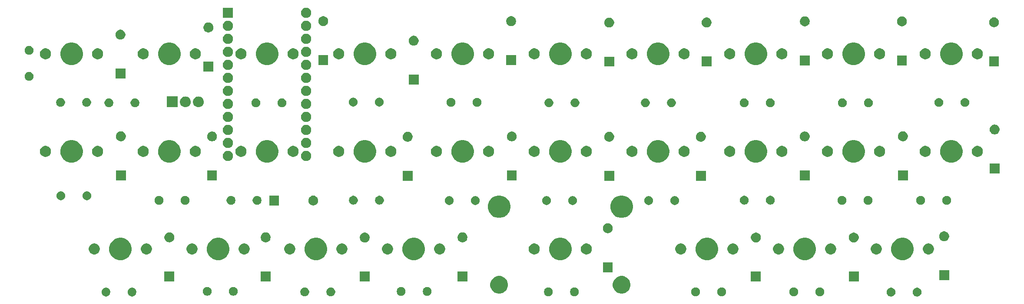
<source format=gts>
G04 #@! TF.GenerationSoftware,KiCad,Pcbnew,(5.0.2-5-10.14)*
G04 #@! TF.CreationDate,2019-09-09T23:33:01+01:00*
G04 #@! TF.ProjectId,alpha_pro_micro,616c7068-615f-4707-926f-5f6d6963726f,rev?*
G04 #@! TF.SameCoordinates,Original*
G04 #@! TF.FileFunction,Soldermask,Top*
G04 #@! TF.FilePolarity,Negative*
%FSLAX46Y46*%
G04 Gerber Fmt 4.6, Leading zero omitted, Abs format (unit mm)*
G04 Created by KiCad (PCBNEW (5.0.2-5-10.14)) date Monday, 09 September 2019 at 23:33:01*
%MOMM*%
%LPD*%
G01*
G04 APERTURE LIST*
%ADD10C,0.100000*%
G04 APERTURE END LIST*
D10*
G36*
X241220967Y-155232664D02*
X241377553Y-155297524D01*
X241518476Y-155391686D01*
X241638314Y-155511524D01*
X241732476Y-155652447D01*
X241797336Y-155809033D01*
X241830400Y-155975257D01*
X241830400Y-156144743D01*
X241797336Y-156310967D01*
X241732476Y-156467553D01*
X241638314Y-156608476D01*
X241518476Y-156728314D01*
X241377553Y-156822476D01*
X241220967Y-156887336D01*
X241054743Y-156920400D01*
X240885257Y-156920400D01*
X240719033Y-156887336D01*
X240562447Y-156822476D01*
X240421524Y-156728314D01*
X240301686Y-156608476D01*
X240207524Y-156467553D01*
X240142664Y-156310967D01*
X240109600Y-156144743D01*
X240109600Y-155975257D01*
X240142664Y-155809033D01*
X240207524Y-155652447D01*
X240301686Y-155511524D01*
X240421524Y-155391686D01*
X240562447Y-155297524D01*
X240719033Y-155232664D01*
X240885257Y-155199600D01*
X241054743Y-155199600D01*
X241220967Y-155232664D01*
X241220967Y-155232664D01*
G37*
G36*
X236140967Y-155232664D02*
X236297553Y-155297524D01*
X236438476Y-155391686D01*
X236558314Y-155511524D01*
X236652476Y-155652447D01*
X236717336Y-155809033D01*
X236750400Y-155975257D01*
X236750400Y-156144743D01*
X236717336Y-156310967D01*
X236652476Y-156467553D01*
X236558314Y-156608476D01*
X236438476Y-156728314D01*
X236297553Y-156822476D01*
X236140967Y-156887336D01*
X235974743Y-156920400D01*
X235805257Y-156920400D01*
X235639033Y-156887336D01*
X235482447Y-156822476D01*
X235341524Y-156728314D01*
X235221686Y-156608476D01*
X235127524Y-156467553D01*
X235062664Y-156310967D01*
X235029600Y-156144743D01*
X235029600Y-155975257D01*
X235062664Y-155809033D01*
X235127524Y-155652447D01*
X235221686Y-155511524D01*
X235341524Y-155391686D01*
X235482447Y-155297524D01*
X235639033Y-155232664D01*
X235805257Y-155199600D01*
X235974743Y-155199600D01*
X236140967Y-155232664D01*
X236140967Y-155232664D01*
G37*
G36*
X88220967Y-155222664D02*
X88377553Y-155287524D01*
X88518476Y-155381686D01*
X88638314Y-155501524D01*
X88732476Y-155642447D01*
X88797336Y-155799033D01*
X88830400Y-155965257D01*
X88830400Y-156134743D01*
X88797336Y-156300967D01*
X88732476Y-156457553D01*
X88638314Y-156598476D01*
X88518476Y-156718314D01*
X88377553Y-156812476D01*
X88220967Y-156877336D01*
X88054743Y-156910400D01*
X87885257Y-156910400D01*
X87719033Y-156877336D01*
X87562447Y-156812476D01*
X87421524Y-156718314D01*
X87301686Y-156598476D01*
X87207524Y-156457553D01*
X87142664Y-156300967D01*
X87109600Y-156134743D01*
X87109600Y-155965257D01*
X87142664Y-155799033D01*
X87207524Y-155642447D01*
X87301686Y-155501524D01*
X87421524Y-155381686D01*
X87562447Y-155287524D01*
X87719033Y-155222664D01*
X87885257Y-155189600D01*
X88054743Y-155189600D01*
X88220967Y-155222664D01*
X88220967Y-155222664D01*
G37*
G36*
X83140967Y-155222664D02*
X83297553Y-155287524D01*
X83438476Y-155381686D01*
X83558314Y-155501524D01*
X83652476Y-155642447D01*
X83717336Y-155799033D01*
X83750400Y-155965257D01*
X83750400Y-156134743D01*
X83717336Y-156300967D01*
X83652476Y-156457553D01*
X83558314Y-156598476D01*
X83438476Y-156718314D01*
X83297553Y-156812476D01*
X83140967Y-156877336D01*
X82974743Y-156910400D01*
X82805257Y-156910400D01*
X82639033Y-156877336D01*
X82482447Y-156812476D01*
X82341524Y-156718314D01*
X82221686Y-156598476D01*
X82127524Y-156457553D01*
X82062664Y-156300967D01*
X82029600Y-156134743D01*
X82029600Y-155965257D01*
X82062664Y-155799033D01*
X82127524Y-155642447D01*
X82221686Y-155501524D01*
X82341524Y-155381686D01*
X82482447Y-155287524D01*
X82639033Y-155222664D01*
X82805257Y-155189600D01*
X82974743Y-155189600D01*
X83140967Y-155222664D01*
X83140967Y-155222664D01*
G37*
G36*
X126970967Y-155202664D02*
X127127553Y-155267524D01*
X127268476Y-155361686D01*
X127388314Y-155481524D01*
X127482476Y-155622447D01*
X127547336Y-155779033D01*
X127580400Y-155945257D01*
X127580400Y-156114743D01*
X127547336Y-156280967D01*
X127482476Y-156437553D01*
X127388314Y-156578476D01*
X127268476Y-156698314D01*
X127127553Y-156792476D01*
X126970967Y-156857336D01*
X126804743Y-156890400D01*
X126635257Y-156890400D01*
X126469033Y-156857336D01*
X126312447Y-156792476D01*
X126171524Y-156698314D01*
X126051686Y-156578476D01*
X125957524Y-156437553D01*
X125892664Y-156280967D01*
X125859600Y-156114743D01*
X125859600Y-155945257D01*
X125892664Y-155779033D01*
X125957524Y-155622447D01*
X126051686Y-155481524D01*
X126171524Y-155361686D01*
X126312447Y-155267524D01*
X126469033Y-155202664D01*
X126635257Y-155169600D01*
X126804743Y-155169600D01*
X126970967Y-155202664D01*
X126970967Y-155202664D01*
G37*
G36*
X121890967Y-155202664D02*
X122047553Y-155267524D01*
X122188476Y-155361686D01*
X122308314Y-155481524D01*
X122402476Y-155622447D01*
X122467336Y-155779033D01*
X122500400Y-155945257D01*
X122500400Y-156114743D01*
X122467336Y-156280967D01*
X122402476Y-156437553D01*
X122308314Y-156578476D01*
X122188476Y-156698314D01*
X122047553Y-156792476D01*
X121890967Y-156857336D01*
X121724743Y-156890400D01*
X121555257Y-156890400D01*
X121389033Y-156857336D01*
X121232447Y-156792476D01*
X121091524Y-156698314D01*
X120971686Y-156578476D01*
X120877524Y-156437553D01*
X120812664Y-156280967D01*
X120779600Y-156114743D01*
X120779600Y-155945257D01*
X120812664Y-155779033D01*
X120877524Y-155622447D01*
X120971686Y-155481524D01*
X121091524Y-155361686D01*
X121232447Y-155267524D01*
X121389033Y-155202664D01*
X121555257Y-155169600D01*
X121724743Y-155169600D01*
X121890967Y-155202664D01*
X121890967Y-155202664D01*
G37*
G36*
X217170967Y-155182664D02*
X217327553Y-155247524D01*
X217468476Y-155341686D01*
X217588314Y-155461524D01*
X217682476Y-155602447D01*
X217747336Y-155759033D01*
X217780400Y-155925257D01*
X217780400Y-156094743D01*
X217747336Y-156260967D01*
X217682476Y-156417553D01*
X217588314Y-156558476D01*
X217468476Y-156678314D01*
X217327553Y-156772476D01*
X217170967Y-156837336D01*
X217004743Y-156870400D01*
X216835257Y-156870400D01*
X216669033Y-156837336D01*
X216512447Y-156772476D01*
X216371524Y-156678314D01*
X216251686Y-156558476D01*
X216157524Y-156417553D01*
X216092664Y-156260967D01*
X216059600Y-156094743D01*
X216059600Y-155925257D01*
X216092664Y-155759033D01*
X216157524Y-155602447D01*
X216251686Y-155461524D01*
X216371524Y-155341686D01*
X216512447Y-155247524D01*
X216669033Y-155182664D01*
X216835257Y-155149600D01*
X217004743Y-155149600D01*
X217170967Y-155182664D01*
X217170967Y-155182664D01*
G37*
G36*
X222250967Y-155182664D02*
X222407553Y-155247524D01*
X222548476Y-155341686D01*
X222668314Y-155461524D01*
X222762476Y-155602447D01*
X222827336Y-155759033D01*
X222860400Y-155925257D01*
X222860400Y-156094743D01*
X222827336Y-156260967D01*
X222762476Y-156417553D01*
X222668314Y-156558476D01*
X222548476Y-156678314D01*
X222407553Y-156772476D01*
X222250967Y-156837336D01*
X222084743Y-156870400D01*
X221915257Y-156870400D01*
X221749033Y-156837336D01*
X221592447Y-156772476D01*
X221451524Y-156678314D01*
X221331686Y-156558476D01*
X221237524Y-156417553D01*
X221172664Y-156260967D01*
X221139600Y-156094743D01*
X221139600Y-155925257D01*
X221172664Y-155759033D01*
X221237524Y-155602447D01*
X221331686Y-155461524D01*
X221451524Y-155341686D01*
X221592447Y-155247524D01*
X221749033Y-155182664D01*
X221915257Y-155149600D01*
X222084743Y-155149600D01*
X222250967Y-155182664D01*
X222250967Y-155182664D01*
G37*
G36*
X198070967Y-155182664D02*
X198227553Y-155247524D01*
X198368476Y-155341686D01*
X198488314Y-155461524D01*
X198582476Y-155602447D01*
X198647336Y-155759033D01*
X198680400Y-155925257D01*
X198680400Y-156094743D01*
X198647336Y-156260967D01*
X198582476Y-156417553D01*
X198488314Y-156558476D01*
X198368476Y-156678314D01*
X198227553Y-156772476D01*
X198070967Y-156837336D01*
X197904743Y-156870400D01*
X197735257Y-156870400D01*
X197569033Y-156837336D01*
X197412447Y-156772476D01*
X197271524Y-156678314D01*
X197151686Y-156558476D01*
X197057524Y-156417553D01*
X196992664Y-156260967D01*
X196959600Y-156094743D01*
X196959600Y-155925257D01*
X196992664Y-155759033D01*
X197057524Y-155602447D01*
X197151686Y-155461524D01*
X197271524Y-155341686D01*
X197412447Y-155247524D01*
X197569033Y-155182664D01*
X197735257Y-155149600D01*
X197904743Y-155149600D01*
X198070967Y-155182664D01*
X198070967Y-155182664D01*
G37*
G36*
X203150967Y-155182664D02*
X203307553Y-155247524D01*
X203448476Y-155341686D01*
X203568314Y-155461524D01*
X203662476Y-155602447D01*
X203727336Y-155759033D01*
X203760400Y-155925257D01*
X203760400Y-156094743D01*
X203727336Y-156260967D01*
X203662476Y-156417553D01*
X203568314Y-156558476D01*
X203448476Y-156678314D01*
X203307553Y-156772476D01*
X203150967Y-156837336D01*
X202984743Y-156870400D01*
X202815257Y-156870400D01*
X202649033Y-156837336D01*
X202492447Y-156772476D01*
X202351524Y-156678314D01*
X202231686Y-156558476D01*
X202137524Y-156417553D01*
X202072664Y-156260967D01*
X202039600Y-156094743D01*
X202039600Y-155925257D01*
X202072664Y-155759033D01*
X202137524Y-155602447D01*
X202231686Y-155461524D01*
X202351524Y-155341686D01*
X202492447Y-155247524D01*
X202649033Y-155182664D01*
X202815257Y-155149600D01*
X202984743Y-155149600D01*
X203150967Y-155182664D01*
X203150967Y-155182664D01*
G37*
G36*
X169380967Y-155182664D02*
X169537553Y-155247524D01*
X169678476Y-155341686D01*
X169798314Y-155461524D01*
X169892476Y-155602447D01*
X169957336Y-155759033D01*
X169990400Y-155925257D01*
X169990400Y-156094743D01*
X169957336Y-156260967D01*
X169892476Y-156417553D01*
X169798314Y-156558476D01*
X169678476Y-156678314D01*
X169537553Y-156772476D01*
X169380967Y-156837336D01*
X169214743Y-156870400D01*
X169045257Y-156870400D01*
X168879033Y-156837336D01*
X168722447Y-156772476D01*
X168581524Y-156678314D01*
X168461686Y-156558476D01*
X168367524Y-156417553D01*
X168302664Y-156260967D01*
X168269600Y-156094743D01*
X168269600Y-155925257D01*
X168302664Y-155759033D01*
X168367524Y-155602447D01*
X168461686Y-155461524D01*
X168581524Y-155341686D01*
X168722447Y-155247524D01*
X168879033Y-155182664D01*
X169045257Y-155149600D01*
X169214743Y-155149600D01*
X169380967Y-155182664D01*
X169380967Y-155182664D01*
G37*
G36*
X174460967Y-155182664D02*
X174617553Y-155247524D01*
X174758476Y-155341686D01*
X174878314Y-155461524D01*
X174972476Y-155602447D01*
X175037336Y-155759033D01*
X175070400Y-155925257D01*
X175070400Y-156094743D01*
X175037336Y-156260967D01*
X174972476Y-156417553D01*
X174878314Y-156558476D01*
X174758476Y-156678314D01*
X174617553Y-156772476D01*
X174460967Y-156837336D01*
X174294743Y-156870400D01*
X174125257Y-156870400D01*
X173959033Y-156837336D01*
X173802447Y-156772476D01*
X173661524Y-156678314D01*
X173541686Y-156558476D01*
X173447524Y-156417553D01*
X173382664Y-156260967D01*
X173349600Y-156094743D01*
X173349600Y-155925257D01*
X173382664Y-155759033D01*
X173447524Y-155602447D01*
X173541686Y-155461524D01*
X173661524Y-155341686D01*
X173802447Y-155247524D01*
X173959033Y-155182664D01*
X174125257Y-155149600D01*
X174294743Y-155149600D01*
X174460967Y-155182664D01*
X174460967Y-155182664D01*
G37*
G36*
X140680967Y-155092664D02*
X140837553Y-155157524D01*
X140978476Y-155251686D01*
X141098314Y-155371524D01*
X141192476Y-155512447D01*
X141257336Y-155669033D01*
X141290400Y-155835257D01*
X141290400Y-156004743D01*
X141257336Y-156170967D01*
X141192476Y-156327553D01*
X141098314Y-156468476D01*
X140978476Y-156588314D01*
X140837553Y-156682476D01*
X140680967Y-156747336D01*
X140514743Y-156780400D01*
X140345257Y-156780400D01*
X140179033Y-156747336D01*
X140022447Y-156682476D01*
X139881524Y-156588314D01*
X139761686Y-156468476D01*
X139667524Y-156327553D01*
X139602664Y-156170967D01*
X139569600Y-156004743D01*
X139569600Y-155835257D01*
X139602664Y-155669033D01*
X139667524Y-155512447D01*
X139761686Y-155371524D01*
X139881524Y-155251686D01*
X140022447Y-155157524D01*
X140179033Y-155092664D01*
X140345257Y-155059600D01*
X140514743Y-155059600D01*
X140680967Y-155092664D01*
X140680967Y-155092664D01*
G37*
G36*
X145760967Y-155092664D02*
X145917553Y-155157524D01*
X146058476Y-155251686D01*
X146178314Y-155371524D01*
X146272476Y-155512447D01*
X146337336Y-155669033D01*
X146370400Y-155835257D01*
X146370400Y-156004743D01*
X146337336Y-156170967D01*
X146272476Y-156327553D01*
X146178314Y-156468476D01*
X146058476Y-156588314D01*
X145917553Y-156682476D01*
X145760967Y-156747336D01*
X145594743Y-156780400D01*
X145425257Y-156780400D01*
X145259033Y-156747336D01*
X145102447Y-156682476D01*
X144961524Y-156588314D01*
X144841686Y-156468476D01*
X144747524Y-156327553D01*
X144682664Y-156170967D01*
X144649600Y-156004743D01*
X144649600Y-155835257D01*
X144682664Y-155669033D01*
X144747524Y-155512447D01*
X144841686Y-155371524D01*
X144961524Y-155251686D01*
X145102447Y-155157524D01*
X145259033Y-155092664D01*
X145425257Y-155059600D01*
X145594743Y-155059600D01*
X145760967Y-155092664D01*
X145760967Y-155092664D01*
G37*
G36*
X102870967Y-155072664D02*
X103027553Y-155137524D01*
X103168476Y-155231686D01*
X103288314Y-155351524D01*
X103382476Y-155492447D01*
X103447336Y-155649033D01*
X103480400Y-155815257D01*
X103480400Y-155984743D01*
X103447336Y-156150967D01*
X103382476Y-156307553D01*
X103288314Y-156448476D01*
X103168476Y-156568314D01*
X103027553Y-156662476D01*
X102870967Y-156727336D01*
X102704743Y-156760400D01*
X102535257Y-156760400D01*
X102369033Y-156727336D01*
X102212447Y-156662476D01*
X102071524Y-156568314D01*
X101951686Y-156448476D01*
X101857524Y-156307553D01*
X101792664Y-156150967D01*
X101759600Y-155984743D01*
X101759600Y-155815257D01*
X101792664Y-155649033D01*
X101857524Y-155492447D01*
X101951686Y-155351524D01*
X102071524Y-155231686D01*
X102212447Y-155137524D01*
X102369033Y-155072664D01*
X102535257Y-155039600D01*
X102704743Y-155039600D01*
X102870967Y-155072664D01*
X102870967Y-155072664D01*
G37*
G36*
X107950967Y-155072664D02*
X108107553Y-155137524D01*
X108248476Y-155231686D01*
X108368314Y-155351524D01*
X108462476Y-155492447D01*
X108527336Y-155649033D01*
X108560400Y-155815257D01*
X108560400Y-155984743D01*
X108527336Y-156150967D01*
X108462476Y-156307553D01*
X108368314Y-156448476D01*
X108248476Y-156568314D01*
X108107553Y-156662476D01*
X107950967Y-156727336D01*
X107784743Y-156760400D01*
X107615257Y-156760400D01*
X107449033Y-156727336D01*
X107292447Y-156662476D01*
X107151524Y-156568314D01*
X107031686Y-156448476D01*
X106937524Y-156307553D01*
X106872664Y-156150967D01*
X106839600Y-155984743D01*
X106839600Y-155815257D01*
X106872664Y-155649033D01*
X106937524Y-155492447D01*
X107031686Y-155351524D01*
X107151524Y-155231686D01*
X107292447Y-155137524D01*
X107449033Y-155072664D01*
X107615257Y-155039600D01*
X107784743Y-155039600D01*
X107950967Y-155072664D01*
X107950967Y-155072664D01*
G37*
G36*
X160014872Y-152964752D02*
X160328619Y-153094710D01*
X160610989Y-153283384D01*
X160851116Y-153523511D01*
X161039790Y-153805881D01*
X161169748Y-154119628D01*
X161236000Y-154452699D01*
X161236000Y-154792301D01*
X161169748Y-155125372D01*
X161039790Y-155439119D01*
X160851116Y-155721489D01*
X160610989Y-155961616D01*
X160328619Y-156150290D01*
X160014872Y-156280248D01*
X159681801Y-156346500D01*
X159342199Y-156346500D01*
X159009128Y-156280248D01*
X158695381Y-156150290D01*
X158413011Y-155961616D01*
X158172884Y-155721489D01*
X157984210Y-155439119D01*
X157854252Y-155125372D01*
X157788000Y-154792301D01*
X157788000Y-154452699D01*
X157854252Y-154119628D01*
X157984210Y-153805881D01*
X158172884Y-153523511D01*
X158413011Y-153283384D01*
X158695381Y-153094710D01*
X159009128Y-152964752D01*
X159342199Y-152898500D01*
X159681801Y-152898500D01*
X160014872Y-152964752D01*
X160014872Y-152964752D01*
G37*
G36*
X183890872Y-152964752D02*
X184204619Y-153094710D01*
X184486989Y-153283384D01*
X184727116Y-153523511D01*
X184915790Y-153805881D01*
X185045748Y-154119628D01*
X185112000Y-154452699D01*
X185112000Y-154792301D01*
X185045748Y-155125372D01*
X184915790Y-155439119D01*
X184727116Y-155721489D01*
X184486989Y-155961616D01*
X184204619Y-156150290D01*
X183890872Y-156280248D01*
X183557801Y-156346500D01*
X183218199Y-156346500D01*
X182885128Y-156280248D01*
X182571381Y-156150290D01*
X182289011Y-155961616D01*
X182048884Y-155721489D01*
X181860210Y-155439119D01*
X181730252Y-155125372D01*
X181664000Y-154792301D01*
X181664000Y-154452699D01*
X181730252Y-154119628D01*
X181860210Y-153805881D01*
X182048884Y-153523511D01*
X182289011Y-153283384D01*
X182571381Y-153094710D01*
X182885128Y-152964752D01*
X183218199Y-152898500D01*
X183557801Y-152898500D01*
X183890872Y-152964752D01*
X183890872Y-152964752D01*
G37*
G36*
X210525097Y-153978744D02*
X208601097Y-153978744D01*
X208601097Y-152054744D01*
X210525097Y-152054744D01*
X210525097Y-153978744D01*
X210525097Y-153978744D01*
G37*
G36*
X134299697Y-153978744D02*
X132375697Y-153978744D01*
X132375697Y-152054744D01*
X134299697Y-152054744D01*
X134299697Y-153978744D01*
X134299697Y-153978744D01*
G37*
G36*
X229600497Y-153978744D02*
X227676497Y-153978744D01*
X227676497Y-152054744D01*
X229600497Y-152054744D01*
X229600497Y-153978744D01*
X229600497Y-153978744D01*
G37*
G36*
X153349697Y-153953344D02*
X151425697Y-153953344D01*
X151425697Y-152029344D01*
X153349697Y-152029344D01*
X153349697Y-153953344D01*
X153349697Y-153953344D01*
G37*
G36*
X114995697Y-153953344D02*
X113071697Y-153953344D01*
X113071697Y-152029344D01*
X114995697Y-152029344D01*
X114995697Y-153953344D01*
X114995697Y-153953344D01*
G37*
G36*
X96225097Y-153953344D02*
X94301097Y-153953344D01*
X94301097Y-152029344D01*
X96225097Y-152029344D01*
X96225097Y-153953344D01*
X96225097Y-153953344D01*
G37*
G36*
X247212000Y-153732000D02*
X245288000Y-153732000D01*
X245288000Y-151808000D01*
X247212000Y-151808000D01*
X247212000Y-153732000D01*
X247212000Y-153732000D01*
G37*
G36*
X181670697Y-152175344D02*
X179746697Y-152175344D01*
X179746697Y-150251344D01*
X181670697Y-150251344D01*
X181670697Y-152175344D01*
X181670697Y-152175344D01*
G37*
G36*
X238764934Y-145527910D02*
X238764936Y-145527911D01*
X238764937Y-145527911D01*
X239164201Y-145693291D01*
X239523530Y-145933387D01*
X239829113Y-146238970D01*
X240069209Y-146598299D01*
X240234589Y-146997563D01*
X240318900Y-147421420D01*
X240318900Y-147853580D01*
X240234589Y-148277437D01*
X240069209Y-148676701D01*
X239829113Y-149036030D01*
X239523530Y-149341613D01*
X239164201Y-149581709D01*
X238764937Y-149747089D01*
X238764936Y-149747089D01*
X238764934Y-149747090D01*
X238341082Y-149831400D01*
X237908918Y-149831400D01*
X237485066Y-149747090D01*
X237485064Y-149747089D01*
X237485063Y-149747089D01*
X237085799Y-149581709D01*
X236726470Y-149341613D01*
X236420887Y-149036030D01*
X236180791Y-148676701D01*
X236015411Y-148277437D01*
X235931100Y-147853580D01*
X235931100Y-147421420D01*
X236015411Y-146997563D01*
X236180791Y-146598299D01*
X236420887Y-146238970D01*
X236726470Y-145933387D01*
X237085799Y-145693291D01*
X237485063Y-145527911D01*
X237485064Y-145527911D01*
X237485066Y-145527910D01*
X237908918Y-145443600D01*
X238341082Y-145443600D01*
X238764934Y-145527910D01*
X238764934Y-145527910D01*
G37*
G36*
X219714934Y-145527910D02*
X219714936Y-145527911D01*
X219714937Y-145527911D01*
X220114201Y-145693291D01*
X220473530Y-145933387D01*
X220779113Y-146238970D01*
X221019209Y-146598299D01*
X221184589Y-146997563D01*
X221268900Y-147421420D01*
X221268900Y-147853580D01*
X221184589Y-148277437D01*
X221019209Y-148676701D01*
X220779113Y-149036030D01*
X220473530Y-149341613D01*
X220114201Y-149581709D01*
X219714937Y-149747089D01*
X219714936Y-149747089D01*
X219714934Y-149747090D01*
X219291082Y-149831400D01*
X218858918Y-149831400D01*
X218435066Y-149747090D01*
X218435064Y-149747089D01*
X218435063Y-149747089D01*
X218035799Y-149581709D01*
X217676470Y-149341613D01*
X217370887Y-149036030D01*
X217130791Y-148676701D01*
X216965411Y-148277437D01*
X216881100Y-147853580D01*
X216881100Y-147421420D01*
X216965411Y-146997563D01*
X217130791Y-146598299D01*
X217370887Y-146238970D01*
X217676470Y-145933387D01*
X218035799Y-145693291D01*
X218435063Y-145527911D01*
X218435064Y-145527911D01*
X218435066Y-145527910D01*
X218858918Y-145443600D01*
X219291082Y-145443600D01*
X219714934Y-145527910D01*
X219714934Y-145527910D01*
G37*
G36*
X200664934Y-145527910D02*
X200664936Y-145527911D01*
X200664937Y-145527911D01*
X201064201Y-145693291D01*
X201423530Y-145933387D01*
X201729113Y-146238970D01*
X201969209Y-146598299D01*
X202134589Y-146997563D01*
X202218900Y-147421420D01*
X202218900Y-147853580D01*
X202134589Y-148277437D01*
X201969209Y-148676701D01*
X201729113Y-149036030D01*
X201423530Y-149341613D01*
X201064201Y-149581709D01*
X200664937Y-149747089D01*
X200664936Y-149747089D01*
X200664934Y-149747090D01*
X200241082Y-149831400D01*
X199808918Y-149831400D01*
X199385066Y-149747090D01*
X199385064Y-149747089D01*
X199385063Y-149747089D01*
X198985799Y-149581709D01*
X198626470Y-149341613D01*
X198320887Y-149036030D01*
X198080791Y-148676701D01*
X197915411Y-148277437D01*
X197831100Y-147853580D01*
X197831100Y-147421420D01*
X197915411Y-146997563D01*
X198080791Y-146598299D01*
X198320887Y-146238970D01*
X198626470Y-145933387D01*
X198985799Y-145693291D01*
X199385063Y-145527911D01*
X199385064Y-145527911D01*
X199385066Y-145527910D01*
X199808918Y-145443600D01*
X200241082Y-145443600D01*
X200664934Y-145527910D01*
X200664934Y-145527910D01*
G37*
G36*
X172089934Y-145527910D02*
X172089936Y-145527911D01*
X172089937Y-145527911D01*
X172489201Y-145693291D01*
X172848530Y-145933387D01*
X173154113Y-146238970D01*
X173394209Y-146598299D01*
X173559589Y-146997563D01*
X173643900Y-147421420D01*
X173643900Y-147853580D01*
X173559589Y-148277437D01*
X173394209Y-148676701D01*
X173154113Y-149036030D01*
X172848530Y-149341613D01*
X172489201Y-149581709D01*
X172089937Y-149747089D01*
X172089936Y-149747089D01*
X172089934Y-149747090D01*
X171666082Y-149831400D01*
X171233918Y-149831400D01*
X170810066Y-149747090D01*
X170810064Y-149747089D01*
X170810063Y-149747089D01*
X170410799Y-149581709D01*
X170051470Y-149341613D01*
X169745887Y-149036030D01*
X169505791Y-148676701D01*
X169340411Y-148277437D01*
X169256100Y-147853580D01*
X169256100Y-147421420D01*
X169340411Y-146997563D01*
X169505791Y-146598299D01*
X169745887Y-146238970D01*
X170051470Y-145933387D01*
X170410799Y-145693291D01*
X170810063Y-145527911D01*
X170810064Y-145527911D01*
X170810066Y-145527910D01*
X171233918Y-145443600D01*
X171666082Y-145443600D01*
X172089934Y-145527910D01*
X172089934Y-145527910D01*
G37*
G36*
X143514934Y-145527910D02*
X143514936Y-145527911D01*
X143514937Y-145527911D01*
X143914201Y-145693291D01*
X144273530Y-145933387D01*
X144579113Y-146238970D01*
X144819209Y-146598299D01*
X144984589Y-146997563D01*
X145068900Y-147421420D01*
X145068900Y-147853580D01*
X144984589Y-148277437D01*
X144819209Y-148676701D01*
X144579113Y-149036030D01*
X144273530Y-149341613D01*
X143914201Y-149581709D01*
X143514937Y-149747089D01*
X143514936Y-149747089D01*
X143514934Y-149747090D01*
X143091082Y-149831400D01*
X142658918Y-149831400D01*
X142235066Y-149747090D01*
X142235064Y-149747089D01*
X142235063Y-149747089D01*
X141835799Y-149581709D01*
X141476470Y-149341613D01*
X141170887Y-149036030D01*
X140930791Y-148676701D01*
X140765411Y-148277437D01*
X140681100Y-147853580D01*
X140681100Y-147421420D01*
X140765411Y-146997563D01*
X140930791Y-146598299D01*
X141170887Y-146238970D01*
X141476470Y-145933387D01*
X141835799Y-145693291D01*
X142235063Y-145527911D01*
X142235064Y-145527911D01*
X142235066Y-145527910D01*
X142658918Y-145443600D01*
X143091082Y-145443600D01*
X143514934Y-145527910D01*
X143514934Y-145527910D01*
G37*
G36*
X124464934Y-145527910D02*
X124464936Y-145527911D01*
X124464937Y-145527911D01*
X124864201Y-145693291D01*
X125223530Y-145933387D01*
X125529113Y-146238970D01*
X125769209Y-146598299D01*
X125934589Y-146997563D01*
X126018900Y-147421420D01*
X126018900Y-147853580D01*
X125934589Y-148277437D01*
X125769209Y-148676701D01*
X125529113Y-149036030D01*
X125223530Y-149341613D01*
X124864201Y-149581709D01*
X124464937Y-149747089D01*
X124464936Y-149747089D01*
X124464934Y-149747090D01*
X124041082Y-149831400D01*
X123608918Y-149831400D01*
X123185066Y-149747090D01*
X123185064Y-149747089D01*
X123185063Y-149747089D01*
X122785799Y-149581709D01*
X122426470Y-149341613D01*
X122120887Y-149036030D01*
X121880791Y-148676701D01*
X121715411Y-148277437D01*
X121631100Y-147853580D01*
X121631100Y-147421420D01*
X121715411Y-146997563D01*
X121880791Y-146598299D01*
X122120887Y-146238970D01*
X122426470Y-145933387D01*
X122785799Y-145693291D01*
X123185063Y-145527911D01*
X123185064Y-145527911D01*
X123185066Y-145527910D01*
X123608918Y-145443600D01*
X124041082Y-145443600D01*
X124464934Y-145527910D01*
X124464934Y-145527910D01*
G37*
G36*
X105414934Y-145527910D02*
X105414936Y-145527911D01*
X105414937Y-145527911D01*
X105814201Y-145693291D01*
X106173530Y-145933387D01*
X106479113Y-146238970D01*
X106719209Y-146598299D01*
X106884589Y-146997563D01*
X106968900Y-147421420D01*
X106968900Y-147853580D01*
X106884589Y-148277437D01*
X106719209Y-148676701D01*
X106479113Y-149036030D01*
X106173530Y-149341613D01*
X105814201Y-149581709D01*
X105414937Y-149747089D01*
X105414936Y-149747089D01*
X105414934Y-149747090D01*
X104991082Y-149831400D01*
X104558918Y-149831400D01*
X104135066Y-149747090D01*
X104135064Y-149747089D01*
X104135063Y-149747089D01*
X103735799Y-149581709D01*
X103376470Y-149341613D01*
X103070887Y-149036030D01*
X102830791Y-148676701D01*
X102665411Y-148277437D01*
X102581100Y-147853580D01*
X102581100Y-147421420D01*
X102665411Y-146997563D01*
X102830791Y-146598299D01*
X103070887Y-146238970D01*
X103376470Y-145933387D01*
X103735799Y-145693291D01*
X104135063Y-145527911D01*
X104135064Y-145527911D01*
X104135066Y-145527910D01*
X104558918Y-145443600D01*
X104991082Y-145443600D01*
X105414934Y-145527910D01*
X105414934Y-145527910D01*
G37*
G36*
X86364934Y-145527910D02*
X86364936Y-145527911D01*
X86364937Y-145527911D01*
X86764201Y-145693291D01*
X87123530Y-145933387D01*
X87429113Y-146238970D01*
X87669209Y-146598299D01*
X87834589Y-146997563D01*
X87918900Y-147421420D01*
X87918900Y-147853580D01*
X87834589Y-148277437D01*
X87669209Y-148676701D01*
X87429113Y-149036030D01*
X87123530Y-149341613D01*
X86764201Y-149581709D01*
X86364937Y-149747089D01*
X86364936Y-149747089D01*
X86364934Y-149747090D01*
X85941082Y-149831400D01*
X85508918Y-149831400D01*
X85085066Y-149747090D01*
X85085064Y-149747089D01*
X85085063Y-149747089D01*
X84685799Y-149581709D01*
X84326470Y-149341613D01*
X84020887Y-149036030D01*
X83780791Y-148676701D01*
X83615411Y-148277437D01*
X83531100Y-147853580D01*
X83531100Y-147421420D01*
X83615411Y-146997563D01*
X83780791Y-146598299D01*
X84020887Y-146238970D01*
X84326470Y-145933387D01*
X84685799Y-145693291D01*
X85085063Y-145527911D01*
X85085064Y-145527911D01*
X85085066Y-145527910D01*
X85508918Y-145443600D01*
X85941082Y-145443600D01*
X86364934Y-145527910D01*
X86364934Y-145527910D01*
G37*
G36*
X166683566Y-146603812D02*
X166879203Y-146684847D01*
X167055275Y-146802495D01*
X167205005Y-146952225D01*
X167322653Y-147128297D01*
X167403688Y-147323934D01*
X167445000Y-147531622D01*
X167445000Y-147743378D01*
X167403688Y-147951066D01*
X167322653Y-148146703D01*
X167205005Y-148322775D01*
X167055275Y-148472505D01*
X166879203Y-148590153D01*
X166683566Y-148671188D01*
X166475878Y-148712500D01*
X166264122Y-148712500D01*
X166056434Y-148671188D01*
X165860797Y-148590153D01*
X165684725Y-148472505D01*
X165534995Y-148322775D01*
X165417347Y-148146703D01*
X165336312Y-147951066D01*
X165295000Y-147743378D01*
X165295000Y-147531622D01*
X165336312Y-147323934D01*
X165417347Y-147128297D01*
X165534995Y-146952225D01*
X165684725Y-146802495D01*
X165860797Y-146684847D01*
X166056434Y-146603812D01*
X166264122Y-146562500D01*
X166475878Y-146562500D01*
X166683566Y-146603812D01*
X166683566Y-146603812D01*
G37*
G36*
X195258566Y-146603812D02*
X195454203Y-146684847D01*
X195630275Y-146802495D01*
X195780005Y-146952225D01*
X195897653Y-147128297D01*
X195978688Y-147323934D01*
X196020000Y-147531622D01*
X196020000Y-147743378D01*
X195978688Y-147951066D01*
X195897653Y-148146703D01*
X195780005Y-148322775D01*
X195630275Y-148472505D01*
X195454203Y-148590153D01*
X195258566Y-148671188D01*
X195050878Y-148712500D01*
X194839122Y-148712500D01*
X194631434Y-148671188D01*
X194435797Y-148590153D01*
X194259725Y-148472505D01*
X194109995Y-148322775D01*
X193992347Y-148146703D01*
X193911312Y-147951066D01*
X193870000Y-147743378D01*
X193870000Y-147531622D01*
X193911312Y-147323934D01*
X193992347Y-147128297D01*
X194109995Y-146952225D01*
X194259725Y-146802495D01*
X194435797Y-146684847D01*
X194631434Y-146603812D01*
X194839122Y-146562500D01*
X195050878Y-146562500D01*
X195258566Y-146603812D01*
X195258566Y-146603812D01*
G37*
G36*
X205418566Y-146603812D02*
X205614203Y-146684847D01*
X205790275Y-146802495D01*
X205940005Y-146952225D01*
X206057653Y-147128297D01*
X206138688Y-147323934D01*
X206180000Y-147531622D01*
X206180000Y-147743378D01*
X206138688Y-147951066D01*
X206057653Y-148146703D01*
X205940005Y-148322775D01*
X205790275Y-148472505D01*
X205614203Y-148590153D01*
X205418566Y-148671188D01*
X205210878Y-148712500D01*
X204999122Y-148712500D01*
X204791434Y-148671188D01*
X204595797Y-148590153D01*
X204419725Y-148472505D01*
X204269995Y-148322775D01*
X204152347Y-148146703D01*
X204071312Y-147951066D01*
X204030000Y-147743378D01*
X204030000Y-147531622D01*
X204071312Y-147323934D01*
X204152347Y-147128297D01*
X204269995Y-146952225D01*
X204419725Y-146802495D01*
X204595797Y-146684847D01*
X204791434Y-146603812D01*
X204999122Y-146562500D01*
X205210878Y-146562500D01*
X205418566Y-146603812D01*
X205418566Y-146603812D01*
G37*
G36*
X214308566Y-146603812D02*
X214504203Y-146684847D01*
X214680275Y-146802495D01*
X214830005Y-146952225D01*
X214947653Y-147128297D01*
X215028688Y-147323934D01*
X215070000Y-147531622D01*
X215070000Y-147743378D01*
X215028688Y-147951066D01*
X214947653Y-148146703D01*
X214830005Y-148322775D01*
X214680275Y-148472505D01*
X214504203Y-148590153D01*
X214308566Y-148671188D01*
X214100878Y-148712500D01*
X213889122Y-148712500D01*
X213681434Y-148671188D01*
X213485797Y-148590153D01*
X213309725Y-148472505D01*
X213159995Y-148322775D01*
X213042347Y-148146703D01*
X212961312Y-147951066D01*
X212920000Y-147743378D01*
X212920000Y-147531622D01*
X212961312Y-147323934D01*
X213042347Y-147128297D01*
X213159995Y-146952225D01*
X213309725Y-146802495D01*
X213485797Y-146684847D01*
X213681434Y-146603812D01*
X213889122Y-146562500D01*
X214100878Y-146562500D01*
X214308566Y-146603812D01*
X214308566Y-146603812D01*
G37*
G36*
X224468566Y-146603812D02*
X224664203Y-146684847D01*
X224840275Y-146802495D01*
X224990005Y-146952225D01*
X225107653Y-147128297D01*
X225188688Y-147323934D01*
X225230000Y-147531622D01*
X225230000Y-147743378D01*
X225188688Y-147951066D01*
X225107653Y-148146703D01*
X224990005Y-148322775D01*
X224840275Y-148472505D01*
X224664203Y-148590153D01*
X224468566Y-148671188D01*
X224260878Y-148712500D01*
X224049122Y-148712500D01*
X223841434Y-148671188D01*
X223645797Y-148590153D01*
X223469725Y-148472505D01*
X223319995Y-148322775D01*
X223202347Y-148146703D01*
X223121312Y-147951066D01*
X223080000Y-147743378D01*
X223080000Y-147531622D01*
X223121312Y-147323934D01*
X223202347Y-147128297D01*
X223319995Y-146952225D01*
X223469725Y-146802495D01*
X223645797Y-146684847D01*
X223841434Y-146603812D01*
X224049122Y-146562500D01*
X224260878Y-146562500D01*
X224468566Y-146603812D01*
X224468566Y-146603812D01*
G37*
G36*
X233358566Y-146603812D02*
X233554203Y-146684847D01*
X233730275Y-146802495D01*
X233880005Y-146952225D01*
X233997653Y-147128297D01*
X234078688Y-147323934D01*
X234120000Y-147531622D01*
X234120000Y-147743378D01*
X234078688Y-147951066D01*
X233997653Y-148146703D01*
X233880005Y-148322775D01*
X233730275Y-148472505D01*
X233554203Y-148590153D01*
X233358566Y-148671188D01*
X233150878Y-148712500D01*
X232939122Y-148712500D01*
X232731434Y-148671188D01*
X232535797Y-148590153D01*
X232359725Y-148472505D01*
X232209995Y-148322775D01*
X232092347Y-148146703D01*
X232011312Y-147951066D01*
X231970000Y-147743378D01*
X231970000Y-147531622D01*
X232011312Y-147323934D01*
X232092347Y-147128297D01*
X232209995Y-146952225D01*
X232359725Y-146802495D01*
X232535797Y-146684847D01*
X232731434Y-146603812D01*
X232939122Y-146562500D01*
X233150878Y-146562500D01*
X233358566Y-146603812D01*
X233358566Y-146603812D01*
G37*
G36*
X243518566Y-146603812D02*
X243714203Y-146684847D01*
X243890275Y-146802495D01*
X244040005Y-146952225D01*
X244157653Y-147128297D01*
X244238688Y-147323934D01*
X244280000Y-147531622D01*
X244280000Y-147743378D01*
X244238688Y-147951066D01*
X244157653Y-148146703D01*
X244040005Y-148322775D01*
X243890275Y-148472505D01*
X243714203Y-148590153D01*
X243518566Y-148671188D01*
X243310878Y-148712500D01*
X243099122Y-148712500D01*
X242891434Y-148671188D01*
X242695797Y-148590153D01*
X242519725Y-148472505D01*
X242369995Y-148322775D01*
X242252347Y-148146703D01*
X242171312Y-147951066D01*
X242130000Y-147743378D01*
X242130000Y-147531622D01*
X242171312Y-147323934D01*
X242252347Y-147128297D01*
X242369995Y-146952225D01*
X242519725Y-146802495D01*
X242695797Y-146684847D01*
X242891434Y-146603812D01*
X243099122Y-146562500D01*
X243310878Y-146562500D01*
X243518566Y-146603812D01*
X243518566Y-146603812D01*
G37*
G36*
X176843566Y-146603812D02*
X177039203Y-146684847D01*
X177215275Y-146802495D01*
X177365005Y-146952225D01*
X177482653Y-147128297D01*
X177563688Y-147323934D01*
X177605000Y-147531622D01*
X177605000Y-147743378D01*
X177563688Y-147951066D01*
X177482653Y-148146703D01*
X177365005Y-148322775D01*
X177215275Y-148472505D01*
X177039203Y-148590153D01*
X176843566Y-148671188D01*
X176635878Y-148712500D01*
X176424122Y-148712500D01*
X176216434Y-148671188D01*
X176020797Y-148590153D01*
X175844725Y-148472505D01*
X175694995Y-148322775D01*
X175577347Y-148146703D01*
X175496312Y-147951066D01*
X175455000Y-147743378D01*
X175455000Y-147531622D01*
X175496312Y-147323934D01*
X175577347Y-147128297D01*
X175694995Y-146952225D01*
X175844725Y-146802495D01*
X176020797Y-146684847D01*
X176216434Y-146603812D01*
X176424122Y-146562500D01*
X176635878Y-146562500D01*
X176843566Y-146603812D01*
X176843566Y-146603812D01*
G37*
G36*
X91118566Y-146603812D02*
X91314203Y-146684847D01*
X91490275Y-146802495D01*
X91640005Y-146952225D01*
X91757653Y-147128297D01*
X91838688Y-147323934D01*
X91880000Y-147531622D01*
X91880000Y-147743378D01*
X91838688Y-147951066D01*
X91757653Y-148146703D01*
X91640005Y-148322775D01*
X91490275Y-148472505D01*
X91314203Y-148590153D01*
X91118566Y-148671188D01*
X90910878Y-148712500D01*
X90699122Y-148712500D01*
X90491434Y-148671188D01*
X90295797Y-148590153D01*
X90119725Y-148472505D01*
X89969995Y-148322775D01*
X89852347Y-148146703D01*
X89771312Y-147951066D01*
X89730000Y-147743378D01*
X89730000Y-147531622D01*
X89771312Y-147323934D01*
X89852347Y-147128297D01*
X89969995Y-146952225D01*
X90119725Y-146802495D01*
X90295797Y-146684847D01*
X90491434Y-146603812D01*
X90699122Y-146562500D01*
X90910878Y-146562500D01*
X91118566Y-146603812D01*
X91118566Y-146603812D01*
G37*
G36*
X148268566Y-146603812D02*
X148464203Y-146684847D01*
X148640275Y-146802495D01*
X148790005Y-146952225D01*
X148907653Y-147128297D01*
X148988688Y-147323934D01*
X149030000Y-147531622D01*
X149030000Y-147743378D01*
X148988688Y-147951066D01*
X148907653Y-148146703D01*
X148790005Y-148322775D01*
X148640275Y-148472505D01*
X148464203Y-148590153D01*
X148268566Y-148671188D01*
X148060878Y-148712500D01*
X147849122Y-148712500D01*
X147641434Y-148671188D01*
X147445797Y-148590153D01*
X147269725Y-148472505D01*
X147119995Y-148322775D01*
X147002347Y-148146703D01*
X146921312Y-147951066D01*
X146880000Y-147743378D01*
X146880000Y-147531622D01*
X146921312Y-147323934D01*
X147002347Y-147128297D01*
X147119995Y-146952225D01*
X147269725Y-146802495D01*
X147445797Y-146684847D01*
X147641434Y-146603812D01*
X147849122Y-146562500D01*
X148060878Y-146562500D01*
X148268566Y-146603812D01*
X148268566Y-146603812D01*
G37*
G36*
X80958566Y-146603812D02*
X81154203Y-146684847D01*
X81330275Y-146802495D01*
X81480005Y-146952225D01*
X81597653Y-147128297D01*
X81678688Y-147323934D01*
X81720000Y-147531622D01*
X81720000Y-147743378D01*
X81678688Y-147951066D01*
X81597653Y-148146703D01*
X81480005Y-148322775D01*
X81330275Y-148472505D01*
X81154203Y-148590153D01*
X80958566Y-148671188D01*
X80750878Y-148712500D01*
X80539122Y-148712500D01*
X80331434Y-148671188D01*
X80135797Y-148590153D01*
X79959725Y-148472505D01*
X79809995Y-148322775D01*
X79692347Y-148146703D01*
X79611312Y-147951066D01*
X79570000Y-147743378D01*
X79570000Y-147531622D01*
X79611312Y-147323934D01*
X79692347Y-147128297D01*
X79809995Y-146952225D01*
X79959725Y-146802495D01*
X80135797Y-146684847D01*
X80331434Y-146603812D01*
X80539122Y-146562500D01*
X80750878Y-146562500D01*
X80958566Y-146603812D01*
X80958566Y-146603812D01*
G37*
G36*
X138108566Y-146603812D02*
X138304203Y-146684847D01*
X138480275Y-146802495D01*
X138630005Y-146952225D01*
X138747653Y-147128297D01*
X138828688Y-147323934D01*
X138870000Y-147531622D01*
X138870000Y-147743378D01*
X138828688Y-147951066D01*
X138747653Y-148146703D01*
X138630005Y-148322775D01*
X138480275Y-148472505D01*
X138304203Y-148590153D01*
X138108566Y-148671188D01*
X137900878Y-148712500D01*
X137689122Y-148712500D01*
X137481434Y-148671188D01*
X137285797Y-148590153D01*
X137109725Y-148472505D01*
X136959995Y-148322775D01*
X136842347Y-148146703D01*
X136761312Y-147951066D01*
X136720000Y-147743378D01*
X136720000Y-147531622D01*
X136761312Y-147323934D01*
X136842347Y-147128297D01*
X136959995Y-146952225D01*
X137109725Y-146802495D01*
X137285797Y-146684847D01*
X137481434Y-146603812D01*
X137689122Y-146562500D01*
X137900878Y-146562500D01*
X138108566Y-146603812D01*
X138108566Y-146603812D01*
G37*
G36*
X110168566Y-146603812D02*
X110364203Y-146684847D01*
X110540275Y-146802495D01*
X110690005Y-146952225D01*
X110807653Y-147128297D01*
X110888688Y-147323934D01*
X110930000Y-147531622D01*
X110930000Y-147743378D01*
X110888688Y-147951066D01*
X110807653Y-148146703D01*
X110690005Y-148322775D01*
X110540275Y-148472505D01*
X110364203Y-148590153D01*
X110168566Y-148671188D01*
X109960878Y-148712500D01*
X109749122Y-148712500D01*
X109541434Y-148671188D01*
X109345797Y-148590153D01*
X109169725Y-148472505D01*
X109019995Y-148322775D01*
X108902347Y-148146703D01*
X108821312Y-147951066D01*
X108780000Y-147743378D01*
X108780000Y-147531622D01*
X108821312Y-147323934D01*
X108902347Y-147128297D01*
X109019995Y-146952225D01*
X109169725Y-146802495D01*
X109345797Y-146684847D01*
X109541434Y-146603812D01*
X109749122Y-146562500D01*
X109960878Y-146562500D01*
X110168566Y-146603812D01*
X110168566Y-146603812D01*
G37*
G36*
X100008566Y-146603812D02*
X100204203Y-146684847D01*
X100380275Y-146802495D01*
X100530005Y-146952225D01*
X100647653Y-147128297D01*
X100728688Y-147323934D01*
X100770000Y-147531622D01*
X100770000Y-147743378D01*
X100728688Y-147951066D01*
X100647653Y-148146703D01*
X100530005Y-148322775D01*
X100380275Y-148472505D01*
X100204203Y-148590153D01*
X100008566Y-148671188D01*
X99800878Y-148712500D01*
X99589122Y-148712500D01*
X99381434Y-148671188D01*
X99185797Y-148590153D01*
X99009725Y-148472505D01*
X98859995Y-148322775D01*
X98742347Y-148146703D01*
X98661312Y-147951066D01*
X98620000Y-147743378D01*
X98620000Y-147531622D01*
X98661312Y-147323934D01*
X98742347Y-147128297D01*
X98859995Y-146952225D01*
X99009725Y-146802495D01*
X99185797Y-146684847D01*
X99381434Y-146603812D01*
X99589122Y-146562500D01*
X99800878Y-146562500D01*
X100008566Y-146603812D01*
X100008566Y-146603812D01*
G37*
G36*
X129218566Y-146603812D02*
X129414203Y-146684847D01*
X129590275Y-146802495D01*
X129740005Y-146952225D01*
X129857653Y-147128297D01*
X129938688Y-147323934D01*
X129980000Y-147531622D01*
X129980000Y-147743378D01*
X129938688Y-147951066D01*
X129857653Y-148146703D01*
X129740005Y-148322775D01*
X129590275Y-148472505D01*
X129414203Y-148590153D01*
X129218566Y-148671188D01*
X129010878Y-148712500D01*
X128799122Y-148712500D01*
X128591434Y-148671188D01*
X128395797Y-148590153D01*
X128219725Y-148472505D01*
X128069995Y-148322775D01*
X127952347Y-148146703D01*
X127871312Y-147951066D01*
X127830000Y-147743378D01*
X127830000Y-147531622D01*
X127871312Y-147323934D01*
X127952347Y-147128297D01*
X128069995Y-146952225D01*
X128219725Y-146802495D01*
X128395797Y-146684847D01*
X128591434Y-146603812D01*
X128799122Y-146562500D01*
X129010878Y-146562500D01*
X129218566Y-146603812D01*
X129218566Y-146603812D01*
G37*
G36*
X119058566Y-146603812D02*
X119254203Y-146684847D01*
X119430275Y-146802495D01*
X119580005Y-146952225D01*
X119697653Y-147128297D01*
X119778688Y-147323934D01*
X119820000Y-147531622D01*
X119820000Y-147743378D01*
X119778688Y-147951066D01*
X119697653Y-148146703D01*
X119580005Y-148322775D01*
X119430275Y-148472505D01*
X119254203Y-148590153D01*
X119058566Y-148671188D01*
X118850878Y-148712500D01*
X118639122Y-148712500D01*
X118431434Y-148671188D01*
X118235797Y-148590153D01*
X118059725Y-148472505D01*
X117909995Y-148322775D01*
X117792347Y-148146703D01*
X117711312Y-147951066D01*
X117670000Y-147743378D01*
X117670000Y-147531622D01*
X117711312Y-147323934D01*
X117792347Y-147128297D01*
X117909995Y-146952225D01*
X118059725Y-146802495D01*
X118235797Y-146684847D01*
X118431434Y-146603812D01*
X118639122Y-146562500D01*
X118850878Y-146562500D01*
X119058566Y-146603812D01*
X119058566Y-146603812D01*
G37*
G36*
X133618300Y-144471712D02*
X133618303Y-144471713D01*
X133618302Y-144471713D01*
X133793375Y-144544230D01*
X133793376Y-144544231D01*
X133950938Y-144649511D01*
X134084930Y-144783503D01*
X134084931Y-144783505D01*
X134190211Y-144941066D01*
X134246300Y-145076478D01*
X134262729Y-145116141D01*
X134299697Y-145301994D01*
X134299697Y-145491494D01*
X134262729Y-145677347D01*
X134262728Y-145677349D01*
X134190211Y-145852422D01*
X134190210Y-145852423D01*
X134084930Y-146009985D01*
X133950938Y-146143977D01*
X133871620Y-146196976D01*
X133793375Y-146249258D01*
X133679621Y-146296376D01*
X133618300Y-146321776D01*
X133432447Y-146358744D01*
X133242947Y-146358744D01*
X133057094Y-146321776D01*
X132995773Y-146296376D01*
X132882019Y-146249258D01*
X132803774Y-146196976D01*
X132724456Y-146143977D01*
X132590464Y-146009985D01*
X132485184Y-145852423D01*
X132485183Y-145852422D01*
X132412666Y-145677349D01*
X132412665Y-145677347D01*
X132375697Y-145491494D01*
X132375697Y-145301994D01*
X132412665Y-145116141D01*
X132429094Y-145076478D01*
X132485183Y-144941066D01*
X132590463Y-144783505D01*
X132590464Y-144783503D01*
X132724456Y-144649511D01*
X132882018Y-144544231D01*
X132882019Y-144544230D01*
X133057092Y-144471713D01*
X133057091Y-144471713D01*
X133057094Y-144471712D01*
X133242947Y-144434744D01*
X133432447Y-144434744D01*
X133618300Y-144471712D01*
X133618300Y-144471712D01*
G37*
G36*
X209843700Y-144471712D02*
X209843703Y-144471713D01*
X209843702Y-144471713D01*
X210018775Y-144544230D01*
X210018776Y-144544231D01*
X210176338Y-144649511D01*
X210310330Y-144783503D01*
X210310331Y-144783505D01*
X210415611Y-144941066D01*
X210471700Y-145076478D01*
X210488129Y-145116141D01*
X210525097Y-145301994D01*
X210525097Y-145491494D01*
X210488129Y-145677347D01*
X210488128Y-145677349D01*
X210415611Y-145852422D01*
X210415610Y-145852423D01*
X210310330Y-146009985D01*
X210176338Y-146143977D01*
X210097020Y-146196976D01*
X210018775Y-146249258D01*
X209905021Y-146296376D01*
X209843700Y-146321776D01*
X209657847Y-146358744D01*
X209468347Y-146358744D01*
X209282494Y-146321776D01*
X209221173Y-146296376D01*
X209107419Y-146249258D01*
X209029174Y-146196976D01*
X208949856Y-146143977D01*
X208815864Y-146009985D01*
X208710584Y-145852423D01*
X208710583Y-145852422D01*
X208638066Y-145677349D01*
X208638065Y-145677347D01*
X208601097Y-145491494D01*
X208601097Y-145301994D01*
X208638065Y-145116141D01*
X208654494Y-145076478D01*
X208710583Y-144941066D01*
X208815863Y-144783505D01*
X208815864Y-144783503D01*
X208949856Y-144649511D01*
X209107418Y-144544231D01*
X209107419Y-144544230D01*
X209282492Y-144471713D01*
X209282491Y-144471713D01*
X209282494Y-144471712D01*
X209468347Y-144434744D01*
X209657847Y-144434744D01*
X209843700Y-144471712D01*
X209843700Y-144471712D01*
G37*
G36*
X228919100Y-144471712D02*
X228919103Y-144471713D01*
X228919102Y-144471713D01*
X229094175Y-144544230D01*
X229094176Y-144544231D01*
X229251738Y-144649511D01*
X229385730Y-144783503D01*
X229385731Y-144783505D01*
X229491011Y-144941066D01*
X229547100Y-145076478D01*
X229563529Y-145116141D01*
X229600497Y-145301994D01*
X229600497Y-145491494D01*
X229563529Y-145677347D01*
X229563528Y-145677349D01*
X229491011Y-145852422D01*
X229491010Y-145852423D01*
X229385730Y-146009985D01*
X229251738Y-146143977D01*
X229172420Y-146196976D01*
X229094175Y-146249258D01*
X228980421Y-146296376D01*
X228919100Y-146321776D01*
X228733247Y-146358744D01*
X228543747Y-146358744D01*
X228357894Y-146321776D01*
X228296573Y-146296376D01*
X228182819Y-146249258D01*
X228104574Y-146196976D01*
X228025256Y-146143977D01*
X227891264Y-146009985D01*
X227785984Y-145852423D01*
X227785983Y-145852422D01*
X227713466Y-145677349D01*
X227713465Y-145677347D01*
X227676497Y-145491494D01*
X227676497Y-145301994D01*
X227713465Y-145116141D01*
X227729894Y-145076478D01*
X227785983Y-144941066D01*
X227891263Y-144783505D01*
X227891264Y-144783503D01*
X228025256Y-144649511D01*
X228182818Y-144544231D01*
X228182819Y-144544230D01*
X228357892Y-144471713D01*
X228357891Y-144471713D01*
X228357894Y-144471712D01*
X228543747Y-144434744D01*
X228733247Y-144434744D01*
X228919100Y-144471712D01*
X228919100Y-144471712D01*
G37*
G36*
X95543700Y-144446312D02*
X95543703Y-144446313D01*
X95543702Y-144446313D01*
X95718775Y-144518830D01*
X95718776Y-144518831D01*
X95876338Y-144624111D01*
X96010330Y-144758103D01*
X96010331Y-144758105D01*
X96115611Y-144915666D01*
X96171700Y-145051078D01*
X96188129Y-145090741D01*
X96225097Y-145276594D01*
X96225097Y-145466094D01*
X96188129Y-145651947D01*
X96188128Y-145651949D01*
X96115611Y-145827022D01*
X96115610Y-145827023D01*
X96010330Y-145984585D01*
X95876338Y-146118577D01*
X95838324Y-146143977D01*
X95718775Y-146223858D01*
X95657453Y-146249258D01*
X95543700Y-146296376D01*
X95357847Y-146333344D01*
X95168347Y-146333344D01*
X94982494Y-146296376D01*
X94868741Y-146249258D01*
X94807419Y-146223858D01*
X94687870Y-146143977D01*
X94649856Y-146118577D01*
X94515864Y-145984585D01*
X94410584Y-145827023D01*
X94410583Y-145827022D01*
X94338066Y-145651949D01*
X94338065Y-145651947D01*
X94301097Y-145466094D01*
X94301097Y-145276594D01*
X94338065Y-145090741D01*
X94354494Y-145051078D01*
X94410583Y-144915666D01*
X94515863Y-144758105D01*
X94515864Y-144758103D01*
X94649856Y-144624111D01*
X94807418Y-144518831D01*
X94807419Y-144518830D01*
X94982492Y-144446313D01*
X94982491Y-144446313D01*
X94982494Y-144446312D01*
X95168347Y-144409344D01*
X95357847Y-144409344D01*
X95543700Y-144446312D01*
X95543700Y-144446312D01*
G37*
G36*
X114314300Y-144446312D02*
X114314303Y-144446313D01*
X114314302Y-144446313D01*
X114489375Y-144518830D01*
X114489376Y-144518831D01*
X114646938Y-144624111D01*
X114780930Y-144758103D01*
X114780931Y-144758105D01*
X114886211Y-144915666D01*
X114942300Y-145051078D01*
X114958729Y-145090741D01*
X114995697Y-145276594D01*
X114995697Y-145466094D01*
X114958729Y-145651947D01*
X114958728Y-145651949D01*
X114886211Y-145827022D01*
X114886210Y-145827023D01*
X114780930Y-145984585D01*
X114646938Y-146118577D01*
X114608924Y-146143977D01*
X114489375Y-146223858D01*
X114428053Y-146249258D01*
X114314300Y-146296376D01*
X114128447Y-146333344D01*
X113938947Y-146333344D01*
X113753094Y-146296376D01*
X113639341Y-146249258D01*
X113578019Y-146223858D01*
X113458470Y-146143977D01*
X113420456Y-146118577D01*
X113286464Y-145984585D01*
X113181184Y-145827023D01*
X113181183Y-145827022D01*
X113108666Y-145651949D01*
X113108665Y-145651947D01*
X113071697Y-145466094D01*
X113071697Y-145276594D01*
X113108665Y-145090741D01*
X113125094Y-145051078D01*
X113181183Y-144915666D01*
X113286463Y-144758105D01*
X113286464Y-144758103D01*
X113420456Y-144624111D01*
X113578018Y-144518831D01*
X113578019Y-144518830D01*
X113753092Y-144446313D01*
X113753091Y-144446313D01*
X113753094Y-144446312D01*
X113938947Y-144409344D01*
X114128447Y-144409344D01*
X114314300Y-144446312D01*
X114314300Y-144446312D01*
G37*
G36*
X152668300Y-144446312D02*
X152668303Y-144446313D01*
X152668302Y-144446313D01*
X152843375Y-144518830D01*
X152843376Y-144518831D01*
X153000938Y-144624111D01*
X153134930Y-144758103D01*
X153134931Y-144758105D01*
X153240211Y-144915666D01*
X153296300Y-145051078D01*
X153312729Y-145090741D01*
X153349697Y-145276594D01*
X153349697Y-145466094D01*
X153312729Y-145651947D01*
X153312728Y-145651949D01*
X153240211Y-145827022D01*
X153240210Y-145827023D01*
X153134930Y-145984585D01*
X153000938Y-146118577D01*
X152962924Y-146143977D01*
X152843375Y-146223858D01*
X152782053Y-146249258D01*
X152668300Y-146296376D01*
X152482447Y-146333344D01*
X152292947Y-146333344D01*
X152107094Y-146296376D01*
X151993341Y-146249258D01*
X151932019Y-146223858D01*
X151812470Y-146143977D01*
X151774456Y-146118577D01*
X151640464Y-145984585D01*
X151535184Y-145827023D01*
X151535183Y-145827022D01*
X151462666Y-145651949D01*
X151462665Y-145651947D01*
X151425697Y-145466094D01*
X151425697Y-145276594D01*
X151462665Y-145090741D01*
X151479094Y-145051078D01*
X151535183Y-144915666D01*
X151640463Y-144758105D01*
X151640464Y-144758103D01*
X151774456Y-144624111D01*
X151932018Y-144518831D01*
X151932019Y-144518830D01*
X152107092Y-144446313D01*
X152107091Y-144446313D01*
X152107094Y-144446312D01*
X152292947Y-144409344D01*
X152482447Y-144409344D01*
X152668300Y-144446312D01*
X152668300Y-144446312D01*
G37*
G36*
X246530603Y-144224968D02*
X246530606Y-144224969D01*
X246530605Y-144224969D01*
X246705678Y-144297486D01*
X246770169Y-144340578D01*
X246863241Y-144402767D01*
X246997233Y-144536759D01*
X247009651Y-144555344D01*
X247102514Y-144694322D01*
X247139454Y-144783505D01*
X247175032Y-144869397D01*
X247212000Y-145055250D01*
X247212000Y-145244750D01*
X247175032Y-145430603D01*
X247175031Y-145430605D01*
X247102514Y-145605678D01*
X247102513Y-145605679D01*
X246997233Y-145763241D01*
X246863241Y-145897233D01*
X246809133Y-145933387D01*
X246705678Y-146002514D01*
X246570266Y-146058603D01*
X246530603Y-146075032D01*
X246344750Y-146112000D01*
X246155250Y-146112000D01*
X245969397Y-146075032D01*
X245929734Y-146058603D01*
X245794322Y-146002514D01*
X245690867Y-145933387D01*
X245636759Y-145897233D01*
X245502767Y-145763241D01*
X245397487Y-145605679D01*
X245397486Y-145605678D01*
X245324969Y-145430605D01*
X245324968Y-145430603D01*
X245288000Y-145244750D01*
X245288000Y-145055250D01*
X245324968Y-144869397D01*
X245360546Y-144783505D01*
X245397486Y-144694322D01*
X245490349Y-144555344D01*
X245502767Y-144536759D01*
X245636759Y-144402767D01*
X245729831Y-144340578D01*
X245794322Y-144297486D01*
X245969395Y-144224969D01*
X245969394Y-144224969D01*
X245969397Y-144224968D01*
X246155250Y-144188000D01*
X246344750Y-144188000D01*
X246530603Y-144224968D01*
X246530603Y-144224968D01*
G37*
G36*
X180989300Y-142668312D02*
X180989303Y-142668313D01*
X180989302Y-142668313D01*
X181164375Y-142740830D01*
X181164376Y-142740831D01*
X181321938Y-142846111D01*
X181455930Y-142980103D01*
X181455931Y-142980105D01*
X181561211Y-143137666D01*
X181617300Y-143273078D01*
X181633729Y-143312741D01*
X181670697Y-143498594D01*
X181670697Y-143688094D01*
X181633729Y-143873947D01*
X181633728Y-143873949D01*
X181561211Y-144049022D01*
X181561210Y-144049023D01*
X181455930Y-144206585D01*
X181321938Y-144340577D01*
X181242620Y-144393576D01*
X181164375Y-144445858D01*
X181028963Y-144501947D01*
X180989300Y-144518376D01*
X180803447Y-144555344D01*
X180613947Y-144555344D01*
X180428094Y-144518376D01*
X180388431Y-144501947D01*
X180253019Y-144445858D01*
X180174774Y-144393576D01*
X180095456Y-144340577D01*
X179961464Y-144206585D01*
X179856184Y-144049023D01*
X179856183Y-144049022D01*
X179783666Y-143873949D01*
X179783665Y-143873947D01*
X179746697Y-143688094D01*
X179746697Y-143498594D01*
X179783665Y-143312741D01*
X179800094Y-143273078D01*
X179856183Y-143137666D01*
X179961463Y-142980105D01*
X179961464Y-142980103D01*
X180095456Y-142846111D01*
X180253018Y-142740831D01*
X180253019Y-142740830D01*
X180428092Y-142668313D01*
X180428091Y-142668313D01*
X180428094Y-142668312D01*
X180613947Y-142631344D01*
X180803447Y-142631344D01*
X180989300Y-142668312D01*
X180989300Y-142668312D01*
G37*
G36*
X184027934Y-137272910D02*
X184027936Y-137272911D01*
X184027937Y-137272911D01*
X184427201Y-137438291D01*
X184786530Y-137678387D01*
X185092113Y-137983970D01*
X185332209Y-138343299D01*
X185495895Y-138738473D01*
X185497590Y-138742566D01*
X185577668Y-139145144D01*
X185581900Y-139166420D01*
X185581900Y-139598580D01*
X185497589Y-140022437D01*
X185332209Y-140421701D01*
X185092113Y-140781030D01*
X184786530Y-141086613D01*
X184427201Y-141326709D01*
X184027937Y-141492089D01*
X184027936Y-141492089D01*
X184027934Y-141492090D01*
X183604082Y-141576400D01*
X183171918Y-141576400D01*
X182748066Y-141492090D01*
X182748064Y-141492089D01*
X182748063Y-141492089D01*
X182348799Y-141326709D01*
X181989470Y-141086613D01*
X181683887Y-140781030D01*
X181443791Y-140421701D01*
X181278411Y-140022437D01*
X181194100Y-139598580D01*
X181194100Y-139166420D01*
X181198332Y-139145144D01*
X181278410Y-138742566D01*
X181280105Y-138738473D01*
X181443791Y-138343299D01*
X181683887Y-137983970D01*
X181989470Y-137678387D01*
X182348799Y-137438291D01*
X182748063Y-137272911D01*
X182748064Y-137272911D01*
X182748066Y-137272910D01*
X183171918Y-137188600D01*
X183604082Y-137188600D01*
X184027934Y-137272910D01*
X184027934Y-137272910D01*
G37*
G36*
X160151934Y-137272910D02*
X160151936Y-137272911D01*
X160151937Y-137272911D01*
X160551201Y-137438291D01*
X160910530Y-137678387D01*
X161216113Y-137983970D01*
X161456209Y-138343299D01*
X161619895Y-138738473D01*
X161621590Y-138742566D01*
X161701668Y-139145144D01*
X161705900Y-139166420D01*
X161705900Y-139598580D01*
X161621589Y-140022437D01*
X161456209Y-140421701D01*
X161216113Y-140781030D01*
X160910530Y-141086613D01*
X160551201Y-141326709D01*
X160151937Y-141492089D01*
X160151936Y-141492089D01*
X160151934Y-141492090D01*
X159728082Y-141576400D01*
X159295918Y-141576400D01*
X158872066Y-141492090D01*
X158872064Y-141492089D01*
X158872063Y-141492089D01*
X158472799Y-141326709D01*
X158113470Y-141086613D01*
X157807887Y-140781030D01*
X157567791Y-140421701D01*
X157402411Y-140022437D01*
X157318100Y-139598580D01*
X157318100Y-139166420D01*
X157322332Y-139145144D01*
X157402410Y-138742566D01*
X157404105Y-138738473D01*
X157567791Y-138343299D01*
X157807887Y-137983970D01*
X158113470Y-137678387D01*
X158472799Y-137438291D01*
X158872063Y-137272911D01*
X158872064Y-137272911D01*
X158872066Y-137272910D01*
X159295918Y-137188600D01*
X159728082Y-137188600D01*
X160151934Y-137272910D01*
X160151934Y-137272910D01*
G37*
G36*
X116633997Y-139145144D02*
X114709997Y-139145144D01*
X114709997Y-137221144D01*
X116633997Y-137221144D01*
X116633997Y-139145144D01*
X116633997Y-139145144D01*
G37*
G36*
X123572600Y-137258112D02*
X123572603Y-137258113D01*
X123572602Y-137258113D01*
X123747675Y-137330630D01*
X123747676Y-137330631D01*
X123905238Y-137435911D01*
X124039230Y-137569903D01*
X124039231Y-137569905D01*
X124144511Y-137727466D01*
X124167285Y-137782448D01*
X124217029Y-137902541D01*
X124253997Y-138088394D01*
X124253997Y-138277894D01*
X124217029Y-138463747D01*
X124217028Y-138463749D01*
X124144511Y-138638822D01*
X124144510Y-138638823D01*
X124039230Y-138796385D01*
X123905238Y-138930377D01*
X123825920Y-138983376D01*
X123747675Y-139035658D01*
X123612263Y-139091747D01*
X123572600Y-139108176D01*
X123386747Y-139145144D01*
X123197247Y-139145144D01*
X123011394Y-139108176D01*
X122971731Y-139091747D01*
X122836319Y-139035658D01*
X122758074Y-138983376D01*
X122678756Y-138930377D01*
X122544764Y-138796385D01*
X122439484Y-138638823D01*
X122439483Y-138638822D01*
X122366966Y-138463749D01*
X122366965Y-138463747D01*
X122329997Y-138277894D01*
X122329997Y-138088394D01*
X122366965Y-137902541D01*
X122416709Y-137782448D01*
X122439483Y-137727466D01*
X122544763Y-137569905D01*
X122544764Y-137569903D01*
X122678756Y-137435911D01*
X122836318Y-137330631D01*
X122836319Y-137330630D01*
X123011392Y-137258113D01*
X123011391Y-137258113D01*
X123011394Y-137258112D01*
X123197247Y-137221144D01*
X123386747Y-137221144D01*
X123572600Y-137258112D01*
X123572600Y-137258112D01*
G37*
G36*
X150060967Y-137362664D02*
X150217553Y-137427524D01*
X150358476Y-137521686D01*
X150478314Y-137641524D01*
X150572476Y-137782447D01*
X150637336Y-137939033D01*
X150670400Y-138105257D01*
X150670400Y-138274743D01*
X150637336Y-138440967D01*
X150572476Y-138597553D01*
X150478314Y-138738476D01*
X150358476Y-138858314D01*
X150217553Y-138952476D01*
X150060967Y-139017336D01*
X149894743Y-139050400D01*
X149725257Y-139050400D01*
X149559033Y-139017336D01*
X149402447Y-138952476D01*
X149261524Y-138858314D01*
X149141686Y-138738476D01*
X149047524Y-138597553D01*
X148982664Y-138440967D01*
X148949600Y-138274743D01*
X148949600Y-138105257D01*
X148982664Y-137939033D01*
X149047524Y-137782447D01*
X149141686Y-137641524D01*
X149261524Y-137521686D01*
X149402447Y-137427524D01*
X149559033Y-137362664D01*
X149725257Y-137329600D01*
X149894743Y-137329600D01*
X150060967Y-137362664D01*
X150060967Y-137362664D01*
G37*
G36*
X155140967Y-137362664D02*
X155297553Y-137427524D01*
X155438476Y-137521686D01*
X155558314Y-137641524D01*
X155652476Y-137782447D01*
X155717336Y-137939033D01*
X155750400Y-138105257D01*
X155750400Y-138274743D01*
X155717336Y-138440967D01*
X155652476Y-138597553D01*
X155558314Y-138738476D01*
X155438476Y-138858314D01*
X155297553Y-138952476D01*
X155140967Y-139017336D01*
X154974743Y-139050400D01*
X154805257Y-139050400D01*
X154639033Y-139017336D01*
X154482447Y-138952476D01*
X154341524Y-138858314D01*
X154221686Y-138738476D01*
X154127524Y-138597553D01*
X154062664Y-138440967D01*
X154029600Y-138274743D01*
X154029600Y-138105257D01*
X154062664Y-137939033D01*
X154127524Y-137782447D01*
X154221686Y-137641524D01*
X154341524Y-137521686D01*
X154482447Y-137427524D01*
X154639033Y-137362664D01*
X154805257Y-137329600D01*
X154974743Y-137329600D01*
X155140967Y-137362664D01*
X155140967Y-137362664D01*
G37*
G36*
X174090967Y-137362664D02*
X174247553Y-137427524D01*
X174388476Y-137521686D01*
X174508314Y-137641524D01*
X174602476Y-137782447D01*
X174667336Y-137939033D01*
X174700400Y-138105257D01*
X174700400Y-138274743D01*
X174667336Y-138440967D01*
X174602476Y-138597553D01*
X174508314Y-138738476D01*
X174388476Y-138858314D01*
X174247553Y-138952476D01*
X174090967Y-139017336D01*
X173924743Y-139050400D01*
X173755257Y-139050400D01*
X173589033Y-139017336D01*
X173432447Y-138952476D01*
X173291524Y-138858314D01*
X173171686Y-138738476D01*
X173077524Y-138597553D01*
X173012664Y-138440967D01*
X172979600Y-138274743D01*
X172979600Y-138105257D01*
X173012664Y-137939033D01*
X173077524Y-137782447D01*
X173171686Y-137641524D01*
X173291524Y-137521686D01*
X173432447Y-137427524D01*
X173589033Y-137362664D01*
X173755257Y-137329600D01*
X173924743Y-137329600D01*
X174090967Y-137362664D01*
X174090967Y-137362664D01*
G37*
G36*
X169010967Y-137362664D02*
X169167553Y-137427524D01*
X169308476Y-137521686D01*
X169428314Y-137641524D01*
X169522476Y-137782447D01*
X169587336Y-137939033D01*
X169620400Y-138105257D01*
X169620400Y-138274743D01*
X169587336Y-138440967D01*
X169522476Y-138597553D01*
X169428314Y-138738476D01*
X169308476Y-138858314D01*
X169167553Y-138952476D01*
X169010967Y-139017336D01*
X168844743Y-139050400D01*
X168675257Y-139050400D01*
X168509033Y-139017336D01*
X168352447Y-138952476D01*
X168211524Y-138858314D01*
X168091686Y-138738476D01*
X167997524Y-138597553D01*
X167932664Y-138440967D01*
X167899600Y-138274743D01*
X167899600Y-138105257D01*
X167932664Y-137939033D01*
X167997524Y-137782447D01*
X168091686Y-137641524D01*
X168211524Y-137521686D01*
X168352447Y-137427524D01*
X168509033Y-137362664D01*
X168675257Y-137329600D01*
X168844743Y-137329600D01*
X169010967Y-137362664D01*
X169010967Y-137362664D01*
G37*
G36*
X194010967Y-137362664D02*
X194167553Y-137427524D01*
X194308476Y-137521686D01*
X194428314Y-137641524D01*
X194522476Y-137782447D01*
X194587336Y-137939033D01*
X194620400Y-138105257D01*
X194620400Y-138274743D01*
X194587336Y-138440967D01*
X194522476Y-138597553D01*
X194428314Y-138738476D01*
X194308476Y-138858314D01*
X194167553Y-138952476D01*
X194010967Y-139017336D01*
X193844743Y-139050400D01*
X193675257Y-139050400D01*
X193509033Y-139017336D01*
X193352447Y-138952476D01*
X193211524Y-138858314D01*
X193091686Y-138738476D01*
X192997524Y-138597553D01*
X192932664Y-138440967D01*
X192899600Y-138274743D01*
X192899600Y-138105257D01*
X192932664Y-137939033D01*
X192997524Y-137782447D01*
X193091686Y-137641524D01*
X193211524Y-137521686D01*
X193352447Y-137427524D01*
X193509033Y-137362664D01*
X193675257Y-137329600D01*
X193844743Y-137329600D01*
X194010967Y-137362664D01*
X194010967Y-137362664D01*
G37*
G36*
X188930967Y-137362664D02*
X189087553Y-137427524D01*
X189228476Y-137521686D01*
X189348314Y-137641524D01*
X189442476Y-137782447D01*
X189507336Y-137939033D01*
X189540400Y-138105257D01*
X189540400Y-138274743D01*
X189507336Y-138440967D01*
X189442476Y-138597553D01*
X189348314Y-138738476D01*
X189228476Y-138858314D01*
X189087553Y-138952476D01*
X188930967Y-139017336D01*
X188764743Y-139050400D01*
X188595257Y-139050400D01*
X188429033Y-139017336D01*
X188272447Y-138952476D01*
X188131524Y-138858314D01*
X188011686Y-138738476D01*
X187917524Y-138597553D01*
X187852664Y-138440967D01*
X187819600Y-138274743D01*
X187819600Y-138105257D01*
X187852664Y-137939033D01*
X187917524Y-137782447D01*
X188011686Y-137641524D01*
X188131524Y-137521686D01*
X188272447Y-137427524D01*
X188429033Y-137362664D01*
X188595257Y-137329600D01*
X188764743Y-137329600D01*
X188930967Y-137362664D01*
X188930967Y-137362664D01*
G37*
G36*
X231650967Y-137312664D02*
X231807553Y-137377524D01*
X231948476Y-137471686D01*
X232068314Y-137591524D01*
X232162476Y-137732447D01*
X232227336Y-137889033D01*
X232260400Y-138055257D01*
X232260400Y-138224743D01*
X232227336Y-138390967D01*
X232162476Y-138547553D01*
X232068314Y-138688476D01*
X231948476Y-138808314D01*
X231807553Y-138902476D01*
X231650967Y-138967336D01*
X231484743Y-139000400D01*
X231315257Y-139000400D01*
X231149033Y-138967336D01*
X230992447Y-138902476D01*
X230851524Y-138808314D01*
X230731686Y-138688476D01*
X230637524Y-138547553D01*
X230572664Y-138390967D01*
X230539600Y-138224743D01*
X230539600Y-138055257D01*
X230572664Y-137889033D01*
X230637524Y-137732447D01*
X230731686Y-137591524D01*
X230851524Y-137471686D01*
X230992447Y-137377524D01*
X231149033Y-137312664D01*
X231315257Y-137279600D01*
X231484743Y-137279600D01*
X231650967Y-137312664D01*
X231650967Y-137312664D01*
G37*
G36*
X247010967Y-137312664D02*
X247167553Y-137377524D01*
X247308476Y-137471686D01*
X247428314Y-137591524D01*
X247522476Y-137732447D01*
X247587336Y-137889033D01*
X247620400Y-138055257D01*
X247620400Y-138224743D01*
X247587336Y-138390967D01*
X247522476Y-138547553D01*
X247428314Y-138688476D01*
X247308476Y-138808314D01*
X247167553Y-138902476D01*
X247010967Y-138967336D01*
X246844743Y-139000400D01*
X246675257Y-139000400D01*
X246509033Y-138967336D01*
X246352447Y-138902476D01*
X246211524Y-138808314D01*
X246091686Y-138688476D01*
X245997524Y-138547553D01*
X245932664Y-138390967D01*
X245899600Y-138224743D01*
X245899600Y-138055257D01*
X245932664Y-137889033D01*
X245997524Y-137732447D01*
X246091686Y-137591524D01*
X246211524Y-137471686D01*
X246352447Y-137377524D01*
X246509033Y-137312664D01*
X246675257Y-137279600D01*
X246844743Y-137279600D01*
X247010967Y-137312664D01*
X247010967Y-137312664D01*
G37*
G36*
X226570967Y-137312664D02*
X226727553Y-137377524D01*
X226868476Y-137471686D01*
X226988314Y-137591524D01*
X227082476Y-137732447D01*
X227147336Y-137889033D01*
X227180400Y-138055257D01*
X227180400Y-138224743D01*
X227147336Y-138390967D01*
X227082476Y-138547553D01*
X226988314Y-138688476D01*
X226868476Y-138808314D01*
X226727553Y-138902476D01*
X226570967Y-138967336D01*
X226404743Y-139000400D01*
X226235257Y-139000400D01*
X226069033Y-138967336D01*
X225912447Y-138902476D01*
X225771524Y-138808314D01*
X225651686Y-138688476D01*
X225557524Y-138547553D01*
X225492664Y-138390967D01*
X225459600Y-138224743D01*
X225459600Y-138055257D01*
X225492664Y-137889033D01*
X225557524Y-137732447D01*
X225651686Y-137591524D01*
X225771524Y-137471686D01*
X225912447Y-137377524D01*
X226069033Y-137312664D01*
X226235257Y-137279600D01*
X226404743Y-137279600D01*
X226570967Y-137312664D01*
X226570967Y-137312664D01*
G37*
G36*
X241930967Y-137312664D02*
X242087553Y-137377524D01*
X242228476Y-137471686D01*
X242348314Y-137591524D01*
X242442476Y-137732447D01*
X242507336Y-137889033D01*
X242540400Y-138055257D01*
X242540400Y-138224743D01*
X242507336Y-138390967D01*
X242442476Y-138547553D01*
X242348314Y-138688476D01*
X242228476Y-138808314D01*
X242087553Y-138902476D01*
X241930967Y-138967336D01*
X241764743Y-139000400D01*
X241595257Y-139000400D01*
X241429033Y-138967336D01*
X241272447Y-138902476D01*
X241131524Y-138808314D01*
X241011686Y-138688476D01*
X240917524Y-138547553D01*
X240852664Y-138390967D01*
X240819600Y-138224743D01*
X240819600Y-138055257D01*
X240852664Y-137889033D01*
X240917524Y-137732447D01*
X241011686Y-137591524D01*
X241131524Y-137471686D01*
X241272447Y-137377524D01*
X241429033Y-137312664D01*
X241595257Y-137279600D01*
X241764743Y-137279600D01*
X241930967Y-137312664D01*
X241930967Y-137312664D01*
G37*
G36*
X98560967Y-137312664D02*
X98717553Y-137377524D01*
X98858476Y-137471686D01*
X98978314Y-137591524D01*
X99072476Y-137732447D01*
X99137336Y-137889033D01*
X99170400Y-138055257D01*
X99170400Y-138224743D01*
X99137336Y-138390967D01*
X99072476Y-138547553D01*
X98978314Y-138688476D01*
X98858476Y-138808314D01*
X98717553Y-138902476D01*
X98560967Y-138967336D01*
X98394743Y-139000400D01*
X98225257Y-139000400D01*
X98059033Y-138967336D01*
X97902447Y-138902476D01*
X97761524Y-138808314D01*
X97641686Y-138688476D01*
X97547524Y-138547553D01*
X97482664Y-138390967D01*
X97449600Y-138224743D01*
X97449600Y-138055257D01*
X97482664Y-137889033D01*
X97547524Y-137732447D01*
X97641686Y-137591524D01*
X97761524Y-137471686D01*
X97902447Y-137377524D01*
X98059033Y-137312664D01*
X98225257Y-137279600D01*
X98394743Y-137279600D01*
X98560967Y-137312664D01*
X98560967Y-137312664D01*
G37*
G36*
X93480967Y-137312664D02*
X93637553Y-137377524D01*
X93778476Y-137471686D01*
X93898314Y-137591524D01*
X93992476Y-137732447D01*
X94057336Y-137889033D01*
X94090400Y-138055257D01*
X94090400Y-138224743D01*
X94057336Y-138390967D01*
X93992476Y-138547553D01*
X93898314Y-138688476D01*
X93778476Y-138808314D01*
X93637553Y-138902476D01*
X93480967Y-138967336D01*
X93314743Y-139000400D01*
X93145257Y-139000400D01*
X92979033Y-138967336D01*
X92822447Y-138902476D01*
X92681524Y-138808314D01*
X92561686Y-138688476D01*
X92467524Y-138547553D01*
X92402664Y-138390967D01*
X92369600Y-138224743D01*
X92369600Y-138055257D01*
X92402664Y-137889033D01*
X92467524Y-137732447D01*
X92561686Y-137591524D01*
X92681524Y-137471686D01*
X92822447Y-137377524D01*
X92979033Y-137312664D01*
X93145257Y-137279600D01*
X93314743Y-137279600D01*
X93480967Y-137312664D01*
X93480967Y-137312664D01*
G37*
G36*
X107520967Y-137302664D02*
X107677553Y-137367524D01*
X107818476Y-137461686D01*
X107938314Y-137581524D01*
X108032476Y-137722447D01*
X108097336Y-137879033D01*
X108130400Y-138045257D01*
X108130400Y-138214743D01*
X108097336Y-138380967D01*
X108032476Y-138537553D01*
X107938314Y-138678476D01*
X107818476Y-138798314D01*
X107677553Y-138892476D01*
X107520967Y-138957336D01*
X107354743Y-138990400D01*
X107185257Y-138990400D01*
X107019033Y-138957336D01*
X106862447Y-138892476D01*
X106721524Y-138798314D01*
X106601686Y-138678476D01*
X106507524Y-138537553D01*
X106442664Y-138380967D01*
X106409600Y-138214743D01*
X106409600Y-138045257D01*
X106442664Y-137879033D01*
X106507524Y-137722447D01*
X106601686Y-137581524D01*
X106721524Y-137461686D01*
X106862447Y-137367524D01*
X107019033Y-137302664D01*
X107185257Y-137269600D01*
X107354743Y-137269600D01*
X107520967Y-137302664D01*
X107520967Y-137302664D01*
G37*
G36*
X112600967Y-137302664D02*
X112757553Y-137367524D01*
X112898476Y-137461686D01*
X113018314Y-137581524D01*
X113112476Y-137722447D01*
X113177336Y-137879033D01*
X113210400Y-138045257D01*
X113210400Y-138214743D01*
X113177336Y-138380967D01*
X113112476Y-138537553D01*
X113018314Y-138678476D01*
X112898476Y-138798314D01*
X112757553Y-138892476D01*
X112600967Y-138957336D01*
X112434743Y-138990400D01*
X112265257Y-138990400D01*
X112099033Y-138957336D01*
X111942447Y-138892476D01*
X111801524Y-138798314D01*
X111681686Y-138678476D01*
X111587524Y-138537553D01*
X111522664Y-138380967D01*
X111489600Y-138214743D01*
X111489600Y-138045257D01*
X111522664Y-137879033D01*
X111587524Y-137722447D01*
X111681686Y-137581524D01*
X111801524Y-137461686D01*
X111942447Y-137367524D01*
X112099033Y-137302664D01*
X112265257Y-137269600D01*
X112434743Y-137269600D01*
X112600967Y-137302664D01*
X112600967Y-137302664D01*
G37*
G36*
X136450967Y-137282664D02*
X136607553Y-137347524D01*
X136748476Y-137441686D01*
X136868314Y-137561524D01*
X136962476Y-137702447D01*
X137027336Y-137859033D01*
X137060400Y-138025257D01*
X137060400Y-138194743D01*
X137027336Y-138360967D01*
X136962476Y-138517553D01*
X136868314Y-138658476D01*
X136748476Y-138778314D01*
X136607553Y-138872476D01*
X136450967Y-138937336D01*
X136284743Y-138970400D01*
X136115257Y-138970400D01*
X135949033Y-138937336D01*
X135792447Y-138872476D01*
X135651524Y-138778314D01*
X135531686Y-138658476D01*
X135437524Y-138517553D01*
X135372664Y-138360967D01*
X135339600Y-138194743D01*
X135339600Y-138025257D01*
X135372664Y-137859033D01*
X135437524Y-137702447D01*
X135531686Y-137561524D01*
X135651524Y-137441686D01*
X135792447Y-137347524D01*
X135949033Y-137282664D01*
X136115257Y-137249600D01*
X136284743Y-137249600D01*
X136450967Y-137282664D01*
X136450967Y-137282664D01*
G37*
G36*
X131370967Y-137282664D02*
X131527553Y-137347524D01*
X131668476Y-137441686D01*
X131788314Y-137561524D01*
X131882476Y-137702447D01*
X131947336Y-137859033D01*
X131980400Y-138025257D01*
X131980400Y-138194743D01*
X131947336Y-138360967D01*
X131882476Y-138517553D01*
X131788314Y-138658476D01*
X131668476Y-138778314D01*
X131527553Y-138872476D01*
X131370967Y-138937336D01*
X131204743Y-138970400D01*
X131035257Y-138970400D01*
X130869033Y-138937336D01*
X130712447Y-138872476D01*
X130571524Y-138778314D01*
X130451686Y-138658476D01*
X130357524Y-138517553D01*
X130292664Y-138360967D01*
X130259600Y-138194743D01*
X130259600Y-138025257D01*
X130292664Y-137859033D01*
X130357524Y-137702447D01*
X130451686Y-137561524D01*
X130571524Y-137441686D01*
X130712447Y-137347524D01*
X130869033Y-137282664D01*
X131035257Y-137249600D01*
X131204743Y-137249600D01*
X131370967Y-137282664D01*
X131370967Y-137282664D01*
G37*
G36*
X207550967Y-137282664D02*
X207707553Y-137347524D01*
X207848476Y-137441686D01*
X207968314Y-137561524D01*
X208062476Y-137702447D01*
X208127336Y-137859033D01*
X208160400Y-138025257D01*
X208160400Y-138194743D01*
X208127336Y-138360967D01*
X208062476Y-138517553D01*
X207968314Y-138658476D01*
X207848476Y-138778314D01*
X207707553Y-138872476D01*
X207550967Y-138937336D01*
X207384743Y-138970400D01*
X207215257Y-138970400D01*
X207049033Y-138937336D01*
X206892447Y-138872476D01*
X206751524Y-138778314D01*
X206631686Y-138658476D01*
X206537524Y-138517553D01*
X206472664Y-138360967D01*
X206439600Y-138194743D01*
X206439600Y-138025257D01*
X206472664Y-137859033D01*
X206537524Y-137702447D01*
X206631686Y-137561524D01*
X206751524Y-137441686D01*
X206892447Y-137347524D01*
X207049033Y-137282664D01*
X207215257Y-137249600D01*
X207384743Y-137249600D01*
X207550967Y-137282664D01*
X207550967Y-137282664D01*
G37*
G36*
X212630967Y-137282664D02*
X212787553Y-137347524D01*
X212928476Y-137441686D01*
X213048314Y-137561524D01*
X213142476Y-137702447D01*
X213207336Y-137859033D01*
X213240400Y-138025257D01*
X213240400Y-138194743D01*
X213207336Y-138360967D01*
X213142476Y-138517553D01*
X213048314Y-138658476D01*
X212928476Y-138778314D01*
X212787553Y-138872476D01*
X212630967Y-138937336D01*
X212464743Y-138970400D01*
X212295257Y-138970400D01*
X212129033Y-138937336D01*
X211972447Y-138872476D01*
X211831524Y-138778314D01*
X211711686Y-138658476D01*
X211617524Y-138517553D01*
X211552664Y-138360967D01*
X211519600Y-138194743D01*
X211519600Y-138025257D01*
X211552664Y-137859033D01*
X211617524Y-137702447D01*
X211711686Y-137561524D01*
X211831524Y-137441686D01*
X211972447Y-137347524D01*
X212129033Y-137282664D01*
X212295257Y-137249600D01*
X212464743Y-137249600D01*
X212630967Y-137282664D01*
X212630967Y-137282664D01*
G37*
G36*
X79440967Y-136422664D02*
X79597553Y-136487524D01*
X79738476Y-136581686D01*
X79858314Y-136701524D01*
X79952476Y-136842447D01*
X80017336Y-136999033D01*
X80050400Y-137165257D01*
X80050400Y-137334743D01*
X80017336Y-137500967D01*
X79952476Y-137657553D01*
X79858314Y-137798476D01*
X79738476Y-137918314D01*
X79597553Y-138012476D01*
X79440967Y-138077336D01*
X79274743Y-138110400D01*
X79105257Y-138110400D01*
X78939033Y-138077336D01*
X78782447Y-138012476D01*
X78641524Y-137918314D01*
X78521686Y-137798476D01*
X78427524Y-137657553D01*
X78362664Y-137500967D01*
X78329600Y-137334743D01*
X78329600Y-137165257D01*
X78362664Y-136999033D01*
X78427524Y-136842447D01*
X78521686Y-136701524D01*
X78641524Y-136581686D01*
X78782447Y-136487524D01*
X78939033Y-136422664D01*
X79105257Y-136389600D01*
X79274743Y-136389600D01*
X79440967Y-136422664D01*
X79440967Y-136422664D01*
G37*
G36*
X74360967Y-136422664D02*
X74517553Y-136487524D01*
X74658476Y-136581686D01*
X74778314Y-136701524D01*
X74872476Y-136842447D01*
X74937336Y-136999033D01*
X74970400Y-137165257D01*
X74970400Y-137334743D01*
X74937336Y-137500967D01*
X74872476Y-137657553D01*
X74778314Y-137798476D01*
X74658476Y-137918314D01*
X74517553Y-138012476D01*
X74360967Y-138077336D01*
X74194743Y-138110400D01*
X74025257Y-138110400D01*
X73859033Y-138077336D01*
X73702447Y-138012476D01*
X73561524Y-137918314D01*
X73441686Y-137798476D01*
X73347524Y-137657553D01*
X73282664Y-137500967D01*
X73249600Y-137334743D01*
X73249600Y-137165257D01*
X73282664Y-136999033D01*
X73347524Y-136842447D01*
X73441686Y-136701524D01*
X73561524Y-136581686D01*
X73702447Y-136487524D01*
X73859033Y-136422664D01*
X74025257Y-136389600D01*
X74194743Y-136389600D01*
X74360967Y-136422664D01*
X74360967Y-136422664D01*
G37*
G36*
X142668997Y-134306444D02*
X140744997Y-134306444D01*
X140744997Y-132382444D01*
X142668997Y-132382444D01*
X142668997Y-134306444D01*
X142668997Y-134306444D01*
G37*
G36*
X199806297Y-134306444D02*
X197882297Y-134306444D01*
X197882297Y-132382444D01*
X199806297Y-132382444D01*
X199806297Y-134306444D01*
X199806297Y-134306444D01*
G37*
G36*
X181937397Y-134306444D02*
X180013397Y-134306444D01*
X180013397Y-132382444D01*
X181937397Y-132382444D01*
X181937397Y-134306444D01*
X181937397Y-134306444D01*
G37*
G36*
X220037397Y-134242944D02*
X218113397Y-134242944D01*
X218113397Y-132318944D01*
X220037397Y-132318944D01*
X220037397Y-134242944D01*
X220037397Y-134242944D01*
G37*
G36*
X162950897Y-134242944D02*
X161026897Y-134242944D01*
X161026897Y-132318944D01*
X162950897Y-132318944D01*
X162950897Y-134242944D01*
X162950897Y-134242944D01*
G37*
G36*
X104546375Y-134242944D02*
X102622375Y-134242944D01*
X102622375Y-132318944D01*
X104546375Y-132318944D01*
X104546375Y-134242944D01*
X104546375Y-134242944D01*
G37*
G36*
X239176297Y-134217544D02*
X237252297Y-134217544D01*
X237252297Y-132293544D01*
X239176297Y-132293544D01*
X239176297Y-134217544D01*
X239176297Y-134217544D01*
G37*
G36*
X86776297Y-134217544D02*
X84852297Y-134217544D01*
X84852297Y-132293544D01*
X86776297Y-132293544D01*
X86776297Y-134217544D01*
X86776297Y-134217544D01*
G37*
G36*
X257052000Y-132882000D02*
X255128000Y-132882000D01*
X255128000Y-130958000D01*
X257052000Y-130958000D01*
X257052000Y-132882000D01*
X257052000Y-132882000D01*
G37*
G36*
X76839934Y-126477910D02*
X76839936Y-126477911D01*
X76839937Y-126477911D01*
X77239201Y-126643291D01*
X77598530Y-126883387D01*
X77904113Y-127188970D01*
X78144209Y-127548299D01*
X78298431Y-127920625D01*
X78309590Y-127947566D01*
X78393900Y-128371418D01*
X78393900Y-128803582D01*
X78357426Y-128986950D01*
X78309589Y-129227437D01*
X78144209Y-129626701D01*
X77904113Y-129986030D01*
X77598530Y-130291613D01*
X77239201Y-130531709D01*
X76839937Y-130697089D01*
X76839936Y-130697089D01*
X76839934Y-130697090D01*
X76416082Y-130781400D01*
X75983918Y-130781400D01*
X75560066Y-130697090D01*
X75560064Y-130697089D01*
X75560063Y-130697089D01*
X75160799Y-130531709D01*
X74801470Y-130291613D01*
X74495887Y-129986030D01*
X74255791Y-129626701D01*
X74090411Y-129227437D01*
X74042575Y-128986950D01*
X74006100Y-128803582D01*
X74006100Y-128371418D01*
X74090410Y-127947566D01*
X74101569Y-127920625D01*
X74255791Y-127548299D01*
X74495887Y-127188970D01*
X74801470Y-126883387D01*
X75160799Y-126643291D01*
X75560063Y-126477911D01*
X75560064Y-126477911D01*
X75560066Y-126477910D01*
X75983918Y-126393600D01*
X76416082Y-126393600D01*
X76839934Y-126477910D01*
X76839934Y-126477910D01*
G37*
G36*
X95889934Y-126477910D02*
X95889936Y-126477911D01*
X95889937Y-126477911D01*
X96289201Y-126643291D01*
X96648530Y-126883387D01*
X96954113Y-127188970D01*
X97194209Y-127548299D01*
X97348431Y-127920625D01*
X97359590Y-127947566D01*
X97443900Y-128371418D01*
X97443900Y-128803582D01*
X97407426Y-128986950D01*
X97359589Y-129227437D01*
X97194209Y-129626701D01*
X96954113Y-129986030D01*
X96648530Y-130291613D01*
X96289201Y-130531709D01*
X95889937Y-130697089D01*
X95889936Y-130697089D01*
X95889934Y-130697090D01*
X95466082Y-130781400D01*
X95033918Y-130781400D01*
X94610066Y-130697090D01*
X94610064Y-130697089D01*
X94610063Y-130697089D01*
X94210799Y-130531709D01*
X93851470Y-130291613D01*
X93545887Y-129986030D01*
X93305791Y-129626701D01*
X93140411Y-129227437D01*
X93092575Y-128986950D01*
X93056100Y-128803582D01*
X93056100Y-128371418D01*
X93140410Y-127947566D01*
X93151569Y-127920625D01*
X93305791Y-127548299D01*
X93545887Y-127188970D01*
X93851470Y-126883387D01*
X94210799Y-126643291D01*
X94610063Y-126477911D01*
X94610064Y-126477911D01*
X94610066Y-126477910D01*
X95033918Y-126393600D01*
X95466082Y-126393600D01*
X95889934Y-126477910D01*
X95889934Y-126477910D01*
G37*
G36*
X114939934Y-126477910D02*
X114939936Y-126477911D01*
X114939937Y-126477911D01*
X115339201Y-126643291D01*
X115698530Y-126883387D01*
X116004113Y-127188970D01*
X116244209Y-127548299D01*
X116398431Y-127920625D01*
X116409590Y-127947566D01*
X116493900Y-128371418D01*
X116493900Y-128803582D01*
X116457426Y-128986950D01*
X116409589Y-129227437D01*
X116244209Y-129626701D01*
X116004113Y-129986030D01*
X115698530Y-130291613D01*
X115339201Y-130531709D01*
X114939937Y-130697089D01*
X114939936Y-130697089D01*
X114939934Y-130697090D01*
X114516082Y-130781400D01*
X114083918Y-130781400D01*
X113660066Y-130697090D01*
X113660064Y-130697089D01*
X113660063Y-130697089D01*
X113260799Y-130531709D01*
X112901470Y-130291613D01*
X112595887Y-129986030D01*
X112355791Y-129626701D01*
X112190411Y-129227437D01*
X112142575Y-128986950D01*
X112106100Y-128803582D01*
X112106100Y-128371418D01*
X112190410Y-127947566D01*
X112201569Y-127920625D01*
X112355791Y-127548299D01*
X112595887Y-127188970D01*
X112901470Y-126883387D01*
X113260799Y-126643291D01*
X113660063Y-126477911D01*
X113660064Y-126477911D01*
X113660066Y-126477910D01*
X114083918Y-126393600D01*
X114516082Y-126393600D01*
X114939934Y-126477910D01*
X114939934Y-126477910D01*
G37*
G36*
X133989934Y-126477910D02*
X133989936Y-126477911D01*
X133989937Y-126477911D01*
X134389201Y-126643291D01*
X134748530Y-126883387D01*
X135054113Y-127188970D01*
X135294209Y-127548299D01*
X135448431Y-127920625D01*
X135459590Y-127947566D01*
X135543900Y-128371418D01*
X135543900Y-128803582D01*
X135507426Y-128986950D01*
X135459589Y-129227437D01*
X135294209Y-129626701D01*
X135054113Y-129986030D01*
X134748530Y-130291613D01*
X134389201Y-130531709D01*
X133989937Y-130697089D01*
X133989936Y-130697089D01*
X133989934Y-130697090D01*
X133566082Y-130781400D01*
X133133918Y-130781400D01*
X132710066Y-130697090D01*
X132710064Y-130697089D01*
X132710063Y-130697089D01*
X132310799Y-130531709D01*
X131951470Y-130291613D01*
X131645887Y-129986030D01*
X131405791Y-129626701D01*
X131240411Y-129227437D01*
X131192575Y-128986950D01*
X131156100Y-128803582D01*
X131156100Y-128371418D01*
X131240410Y-127947566D01*
X131251569Y-127920625D01*
X131405791Y-127548299D01*
X131645887Y-127188970D01*
X131951470Y-126883387D01*
X132310799Y-126643291D01*
X132710063Y-126477911D01*
X132710064Y-126477911D01*
X132710066Y-126477910D01*
X133133918Y-126393600D01*
X133566082Y-126393600D01*
X133989934Y-126477910D01*
X133989934Y-126477910D01*
G37*
G36*
X153039934Y-126477910D02*
X153039936Y-126477911D01*
X153039937Y-126477911D01*
X153439201Y-126643291D01*
X153798530Y-126883387D01*
X154104113Y-127188970D01*
X154344209Y-127548299D01*
X154498431Y-127920625D01*
X154509590Y-127947566D01*
X154593900Y-128371418D01*
X154593900Y-128803582D01*
X154557426Y-128986950D01*
X154509589Y-129227437D01*
X154344209Y-129626701D01*
X154104113Y-129986030D01*
X153798530Y-130291613D01*
X153439201Y-130531709D01*
X153039937Y-130697089D01*
X153039936Y-130697089D01*
X153039934Y-130697090D01*
X152616082Y-130781400D01*
X152183918Y-130781400D01*
X151760066Y-130697090D01*
X151760064Y-130697089D01*
X151760063Y-130697089D01*
X151360799Y-130531709D01*
X151001470Y-130291613D01*
X150695887Y-129986030D01*
X150455791Y-129626701D01*
X150290411Y-129227437D01*
X150242575Y-128986950D01*
X150206100Y-128803582D01*
X150206100Y-128371418D01*
X150290410Y-127947566D01*
X150301569Y-127920625D01*
X150455791Y-127548299D01*
X150695887Y-127188970D01*
X151001470Y-126883387D01*
X151360799Y-126643291D01*
X151760063Y-126477911D01*
X151760064Y-126477911D01*
X151760066Y-126477910D01*
X152183918Y-126393600D01*
X152616082Y-126393600D01*
X153039934Y-126477910D01*
X153039934Y-126477910D01*
G37*
G36*
X172089934Y-126477910D02*
X172089936Y-126477911D01*
X172089937Y-126477911D01*
X172489201Y-126643291D01*
X172848530Y-126883387D01*
X173154113Y-127188970D01*
X173394209Y-127548299D01*
X173548431Y-127920625D01*
X173559590Y-127947566D01*
X173643900Y-128371418D01*
X173643900Y-128803582D01*
X173607426Y-128986950D01*
X173559589Y-129227437D01*
X173394209Y-129626701D01*
X173154113Y-129986030D01*
X172848530Y-130291613D01*
X172489201Y-130531709D01*
X172089937Y-130697089D01*
X172089936Y-130697089D01*
X172089934Y-130697090D01*
X171666082Y-130781400D01*
X171233918Y-130781400D01*
X170810066Y-130697090D01*
X170810064Y-130697089D01*
X170810063Y-130697089D01*
X170410799Y-130531709D01*
X170051470Y-130291613D01*
X169745887Y-129986030D01*
X169505791Y-129626701D01*
X169340411Y-129227437D01*
X169292575Y-128986950D01*
X169256100Y-128803582D01*
X169256100Y-128371418D01*
X169340410Y-127947566D01*
X169351569Y-127920625D01*
X169505791Y-127548299D01*
X169745887Y-127188970D01*
X170051470Y-126883387D01*
X170410799Y-126643291D01*
X170810063Y-126477911D01*
X170810064Y-126477911D01*
X170810066Y-126477910D01*
X171233918Y-126393600D01*
X171666082Y-126393600D01*
X172089934Y-126477910D01*
X172089934Y-126477910D01*
G37*
G36*
X191139934Y-126477910D02*
X191139936Y-126477911D01*
X191139937Y-126477911D01*
X191539201Y-126643291D01*
X191898530Y-126883387D01*
X192204113Y-127188970D01*
X192444209Y-127548299D01*
X192598431Y-127920625D01*
X192609590Y-127947566D01*
X192693900Y-128371418D01*
X192693900Y-128803582D01*
X192657426Y-128986950D01*
X192609589Y-129227437D01*
X192444209Y-129626701D01*
X192204113Y-129986030D01*
X191898530Y-130291613D01*
X191539201Y-130531709D01*
X191139937Y-130697089D01*
X191139936Y-130697089D01*
X191139934Y-130697090D01*
X190716082Y-130781400D01*
X190283918Y-130781400D01*
X189860066Y-130697090D01*
X189860064Y-130697089D01*
X189860063Y-130697089D01*
X189460799Y-130531709D01*
X189101470Y-130291613D01*
X188795887Y-129986030D01*
X188555791Y-129626701D01*
X188390411Y-129227437D01*
X188342575Y-128986950D01*
X188306100Y-128803582D01*
X188306100Y-128371418D01*
X188390410Y-127947566D01*
X188401569Y-127920625D01*
X188555791Y-127548299D01*
X188795887Y-127188970D01*
X189101470Y-126883387D01*
X189460799Y-126643291D01*
X189860063Y-126477911D01*
X189860064Y-126477911D01*
X189860066Y-126477910D01*
X190283918Y-126393600D01*
X190716082Y-126393600D01*
X191139934Y-126477910D01*
X191139934Y-126477910D01*
G37*
G36*
X210189934Y-126477910D02*
X210189936Y-126477911D01*
X210189937Y-126477911D01*
X210589201Y-126643291D01*
X210948530Y-126883387D01*
X211254113Y-127188970D01*
X211494209Y-127548299D01*
X211648431Y-127920625D01*
X211659590Y-127947566D01*
X211743900Y-128371418D01*
X211743900Y-128803582D01*
X211707426Y-128986950D01*
X211659589Y-129227437D01*
X211494209Y-129626701D01*
X211254113Y-129986030D01*
X210948530Y-130291613D01*
X210589201Y-130531709D01*
X210189937Y-130697089D01*
X210189936Y-130697089D01*
X210189934Y-130697090D01*
X209766082Y-130781400D01*
X209333918Y-130781400D01*
X208910066Y-130697090D01*
X208910064Y-130697089D01*
X208910063Y-130697089D01*
X208510799Y-130531709D01*
X208151470Y-130291613D01*
X207845887Y-129986030D01*
X207605791Y-129626701D01*
X207440411Y-129227437D01*
X207392575Y-128986950D01*
X207356100Y-128803582D01*
X207356100Y-128371418D01*
X207440410Y-127947566D01*
X207451569Y-127920625D01*
X207605791Y-127548299D01*
X207845887Y-127188970D01*
X208151470Y-126883387D01*
X208510799Y-126643291D01*
X208910063Y-126477911D01*
X208910064Y-126477911D01*
X208910066Y-126477910D01*
X209333918Y-126393600D01*
X209766082Y-126393600D01*
X210189934Y-126477910D01*
X210189934Y-126477910D01*
G37*
G36*
X229239934Y-126477910D02*
X229239936Y-126477911D01*
X229239937Y-126477911D01*
X229639201Y-126643291D01*
X229998530Y-126883387D01*
X230304113Y-127188970D01*
X230544209Y-127548299D01*
X230698431Y-127920625D01*
X230709590Y-127947566D01*
X230793900Y-128371418D01*
X230793900Y-128803582D01*
X230757426Y-128986950D01*
X230709589Y-129227437D01*
X230544209Y-129626701D01*
X230304113Y-129986030D01*
X229998530Y-130291613D01*
X229639201Y-130531709D01*
X229239937Y-130697089D01*
X229239936Y-130697089D01*
X229239934Y-130697090D01*
X228816082Y-130781400D01*
X228383918Y-130781400D01*
X227960066Y-130697090D01*
X227960064Y-130697089D01*
X227960063Y-130697089D01*
X227560799Y-130531709D01*
X227201470Y-130291613D01*
X226895887Y-129986030D01*
X226655791Y-129626701D01*
X226490411Y-129227437D01*
X226442575Y-128986950D01*
X226406100Y-128803582D01*
X226406100Y-128371418D01*
X226490410Y-127947566D01*
X226501569Y-127920625D01*
X226655791Y-127548299D01*
X226895887Y-127188970D01*
X227201470Y-126883387D01*
X227560799Y-126643291D01*
X227960063Y-126477911D01*
X227960064Y-126477911D01*
X227960066Y-126477910D01*
X228383918Y-126393600D01*
X228816082Y-126393600D01*
X229239934Y-126477910D01*
X229239934Y-126477910D01*
G37*
G36*
X248289934Y-126477910D02*
X248289936Y-126477911D01*
X248289937Y-126477911D01*
X248689201Y-126643291D01*
X249048530Y-126883387D01*
X249354113Y-127188970D01*
X249594209Y-127548299D01*
X249748431Y-127920625D01*
X249759590Y-127947566D01*
X249843900Y-128371418D01*
X249843900Y-128803582D01*
X249807426Y-128986950D01*
X249759589Y-129227437D01*
X249594209Y-129626701D01*
X249354113Y-129986030D01*
X249048530Y-130291613D01*
X248689201Y-130531709D01*
X248289937Y-130697089D01*
X248289936Y-130697089D01*
X248289934Y-130697090D01*
X247866082Y-130781400D01*
X247433918Y-130781400D01*
X247010066Y-130697090D01*
X247010064Y-130697089D01*
X247010063Y-130697089D01*
X246610799Y-130531709D01*
X246251470Y-130291613D01*
X245945887Y-129986030D01*
X245705791Y-129626701D01*
X245540411Y-129227437D01*
X245492575Y-128986950D01*
X245456100Y-128803582D01*
X245456100Y-128371418D01*
X245540410Y-127947566D01*
X245551569Y-127920625D01*
X245705791Y-127548299D01*
X245945887Y-127188970D01*
X246251470Y-126883387D01*
X246610799Y-126643291D01*
X247010063Y-126477911D01*
X247010064Y-126477911D01*
X247010066Y-126477910D01*
X247433918Y-126393600D01*
X247866082Y-126393600D01*
X248289934Y-126477910D01*
X248289934Y-126477910D01*
G37*
G36*
X122095770Y-128475997D02*
X122211689Y-128499054D01*
X122393678Y-128574436D01*
X122557463Y-128683874D01*
X122696751Y-128823162D01*
X122806189Y-128986947D01*
X122881571Y-129168936D01*
X122893207Y-129227434D01*
X122920000Y-129362132D01*
X122920000Y-129559118D01*
X122904628Y-129636395D01*
X122881571Y-129752314D01*
X122806189Y-129934303D01*
X122696751Y-130098088D01*
X122557463Y-130237376D01*
X122393678Y-130346814D01*
X122211689Y-130422196D01*
X122095770Y-130445253D01*
X122018493Y-130460625D01*
X121821507Y-130460625D01*
X121744230Y-130445253D01*
X121628311Y-130422196D01*
X121446322Y-130346814D01*
X121282537Y-130237376D01*
X121143249Y-130098088D01*
X121033811Y-129934303D01*
X120958429Y-129752314D01*
X120935372Y-129636395D01*
X120920000Y-129559118D01*
X120920000Y-129362132D01*
X120946793Y-129227434D01*
X120958429Y-129168936D01*
X121033811Y-128986947D01*
X121143249Y-128823162D01*
X121282537Y-128683874D01*
X121446322Y-128574436D01*
X121628311Y-128499054D01*
X121744230Y-128475997D01*
X121821507Y-128460625D01*
X122018493Y-128460625D01*
X122095770Y-128475997D01*
X122095770Y-128475997D01*
G37*
G36*
X106855770Y-128475997D02*
X106971689Y-128499054D01*
X107153678Y-128574436D01*
X107317463Y-128683874D01*
X107456751Y-128823162D01*
X107566189Y-128986947D01*
X107641571Y-129168936D01*
X107653207Y-129227434D01*
X107680000Y-129362132D01*
X107680000Y-129559118D01*
X107664628Y-129636395D01*
X107641571Y-129752314D01*
X107566189Y-129934303D01*
X107456751Y-130098088D01*
X107317463Y-130237376D01*
X107153678Y-130346814D01*
X106971689Y-130422196D01*
X106855770Y-130445253D01*
X106778493Y-130460625D01*
X106581507Y-130460625D01*
X106504230Y-130445253D01*
X106388311Y-130422196D01*
X106206322Y-130346814D01*
X106042537Y-130237376D01*
X105903249Y-130098088D01*
X105793811Y-129934303D01*
X105718429Y-129752314D01*
X105695372Y-129636395D01*
X105680000Y-129559118D01*
X105680000Y-129362132D01*
X105706793Y-129227434D01*
X105718429Y-129168936D01*
X105793811Y-128986947D01*
X105903249Y-128823162D01*
X106042537Y-128683874D01*
X106206322Y-128574436D01*
X106388311Y-128499054D01*
X106504230Y-128475997D01*
X106581507Y-128460625D01*
X106778493Y-128460625D01*
X106855770Y-128475997D01*
X106855770Y-128475997D01*
G37*
G36*
X119693566Y-127553812D02*
X119889203Y-127634847D01*
X120065275Y-127752495D01*
X120215005Y-127902225D01*
X120332653Y-128078297D01*
X120413688Y-128273934D01*
X120455000Y-128481622D01*
X120455000Y-128693378D01*
X120413688Y-128901066D01*
X120332653Y-129096703D01*
X120215005Y-129272775D01*
X120065275Y-129422505D01*
X119889203Y-129540153D01*
X119693566Y-129621188D01*
X119485878Y-129662500D01*
X119274122Y-129662500D01*
X119066434Y-129621188D01*
X118870797Y-129540153D01*
X118694725Y-129422505D01*
X118544995Y-129272775D01*
X118427347Y-129096703D01*
X118346312Y-128901066D01*
X118305000Y-128693378D01*
X118305000Y-128481622D01*
X118346312Y-128273934D01*
X118427347Y-128078297D01*
X118544995Y-127902225D01*
X118694725Y-127752495D01*
X118870797Y-127634847D01*
X119066434Y-127553812D01*
X119274122Y-127512500D01*
X119485878Y-127512500D01*
X119693566Y-127553812D01*
X119693566Y-127553812D01*
G37*
G36*
X157793566Y-127553812D02*
X157989203Y-127634847D01*
X158165275Y-127752495D01*
X158315005Y-127902225D01*
X158432653Y-128078297D01*
X158513688Y-128273934D01*
X158555000Y-128481622D01*
X158555000Y-128693378D01*
X158513688Y-128901066D01*
X158432653Y-129096703D01*
X158315005Y-129272775D01*
X158165275Y-129422505D01*
X157989203Y-129540153D01*
X157793566Y-129621188D01*
X157585878Y-129662500D01*
X157374122Y-129662500D01*
X157166434Y-129621188D01*
X156970797Y-129540153D01*
X156794725Y-129422505D01*
X156644995Y-129272775D01*
X156527347Y-129096703D01*
X156446312Y-128901066D01*
X156405000Y-128693378D01*
X156405000Y-128481622D01*
X156446312Y-128273934D01*
X156527347Y-128078297D01*
X156644995Y-127902225D01*
X156794725Y-127752495D01*
X156970797Y-127634847D01*
X157166434Y-127553812D01*
X157374122Y-127512500D01*
X157585878Y-127512500D01*
X157793566Y-127553812D01*
X157793566Y-127553812D01*
G37*
G36*
X109533566Y-127553812D02*
X109729203Y-127634847D01*
X109905275Y-127752495D01*
X110055005Y-127902225D01*
X110172653Y-128078297D01*
X110253688Y-128273934D01*
X110295000Y-128481622D01*
X110295000Y-128693378D01*
X110253688Y-128901066D01*
X110172653Y-129096703D01*
X110055005Y-129272775D01*
X109905275Y-129422505D01*
X109729203Y-129540153D01*
X109533566Y-129621188D01*
X109325878Y-129662500D01*
X109114122Y-129662500D01*
X108906434Y-129621188D01*
X108710797Y-129540153D01*
X108534725Y-129422505D01*
X108384995Y-129272775D01*
X108267347Y-129096703D01*
X108186312Y-128901066D01*
X108145000Y-128693378D01*
X108145000Y-128481622D01*
X108186312Y-128273934D01*
X108267347Y-128078297D01*
X108384995Y-127902225D01*
X108534725Y-127752495D01*
X108710797Y-127634847D01*
X108906434Y-127553812D01*
X109114122Y-127512500D01*
X109325878Y-127512500D01*
X109533566Y-127553812D01*
X109533566Y-127553812D01*
G37*
G36*
X128583566Y-127553812D02*
X128779203Y-127634847D01*
X128955275Y-127752495D01*
X129105005Y-127902225D01*
X129222653Y-128078297D01*
X129303688Y-128273934D01*
X129345000Y-128481622D01*
X129345000Y-128693378D01*
X129303688Y-128901066D01*
X129222653Y-129096703D01*
X129105005Y-129272775D01*
X128955275Y-129422505D01*
X128779203Y-129540153D01*
X128583566Y-129621188D01*
X128375878Y-129662500D01*
X128164122Y-129662500D01*
X127956434Y-129621188D01*
X127760797Y-129540153D01*
X127584725Y-129422505D01*
X127434995Y-129272775D01*
X127317347Y-129096703D01*
X127236312Y-128901066D01*
X127195000Y-128693378D01*
X127195000Y-128481622D01*
X127236312Y-128273934D01*
X127317347Y-128078297D01*
X127434995Y-127902225D01*
X127584725Y-127752495D01*
X127760797Y-127634847D01*
X127956434Y-127553812D01*
X128164122Y-127512500D01*
X128375878Y-127512500D01*
X128583566Y-127553812D01*
X128583566Y-127553812D01*
G37*
G36*
X100643566Y-127553812D02*
X100839203Y-127634847D01*
X101015275Y-127752495D01*
X101165005Y-127902225D01*
X101282653Y-128078297D01*
X101363688Y-128273934D01*
X101405000Y-128481622D01*
X101405000Y-128693378D01*
X101363688Y-128901066D01*
X101282653Y-129096703D01*
X101165005Y-129272775D01*
X101015275Y-129422505D01*
X100839203Y-129540153D01*
X100643566Y-129621188D01*
X100435878Y-129662500D01*
X100224122Y-129662500D01*
X100016434Y-129621188D01*
X99820797Y-129540153D01*
X99644725Y-129422505D01*
X99494995Y-129272775D01*
X99377347Y-129096703D01*
X99296312Y-128901066D01*
X99255000Y-128693378D01*
X99255000Y-128481622D01*
X99296312Y-128273934D01*
X99377347Y-128078297D01*
X99494995Y-127902225D01*
X99644725Y-127752495D01*
X99820797Y-127634847D01*
X100016434Y-127553812D01*
X100224122Y-127512500D01*
X100435878Y-127512500D01*
X100643566Y-127553812D01*
X100643566Y-127553812D01*
G37*
G36*
X253043566Y-127553812D02*
X253239203Y-127634847D01*
X253415275Y-127752495D01*
X253565005Y-127902225D01*
X253682653Y-128078297D01*
X253763688Y-128273934D01*
X253805000Y-128481622D01*
X253805000Y-128693378D01*
X253763688Y-128901066D01*
X253682653Y-129096703D01*
X253565005Y-129272775D01*
X253415275Y-129422505D01*
X253239203Y-129540153D01*
X253043566Y-129621188D01*
X252835878Y-129662500D01*
X252624122Y-129662500D01*
X252416434Y-129621188D01*
X252220797Y-129540153D01*
X252044725Y-129422505D01*
X251894995Y-129272775D01*
X251777347Y-129096703D01*
X251696312Y-128901066D01*
X251655000Y-128693378D01*
X251655000Y-128481622D01*
X251696312Y-128273934D01*
X251777347Y-128078297D01*
X251894995Y-127902225D01*
X252044725Y-127752495D01*
X252220797Y-127634847D01*
X252416434Y-127553812D01*
X252624122Y-127512500D01*
X252835878Y-127512500D01*
X253043566Y-127553812D01*
X253043566Y-127553812D01*
G37*
G36*
X242883566Y-127553812D02*
X243079203Y-127634847D01*
X243255275Y-127752495D01*
X243405005Y-127902225D01*
X243522653Y-128078297D01*
X243603688Y-128273934D01*
X243645000Y-128481622D01*
X243645000Y-128693378D01*
X243603688Y-128901066D01*
X243522653Y-129096703D01*
X243405005Y-129272775D01*
X243255275Y-129422505D01*
X243079203Y-129540153D01*
X242883566Y-129621188D01*
X242675878Y-129662500D01*
X242464122Y-129662500D01*
X242256434Y-129621188D01*
X242060797Y-129540153D01*
X241884725Y-129422505D01*
X241734995Y-129272775D01*
X241617347Y-129096703D01*
X241536312Y-128901066D01*
X241495000Y-128693378D01*
X241495000Y-128481622D01*
X241536312Y-128273934D01*
X241617347Y-128078297D01*
X241734995Y-127902225D01*
X241884725Y-127752495D01*
X242060797Y-127634847D01*
X242256434Y-127553812D01*
X242464122Y-127512500D01*
X242675878Y-127512500D01*
X242883566Y-127553812D01*
X242883566Y-127553812D01*
G37*
G36*
X223833566Y-127553812D02*
X224029203Y-127634847D01*
X224205275Y-127752495D01*
X224355005Y-127902225D01*
X224472653Y-128078297D01*
X224553688Y-128273934D01*
X224595000Y-128481622D01*
X224595000Y-128693378D01*
X224553688Y-128901066D01*
X224472653Y-129096703D01*
X224355005Y-129272775D01*
X224205275Y-129422505D01*
X224029203Y-129540153D01*
X223833566Y-129621188D01*
X223625878Y-129662500D01*
X223414122Y-129662500D01*
X223206434Y-129621188D01*
X223010797Y-129540153D01*
X222834725Y-129422505D01*
X222684995Y-129272775D01*
X222567347Y-129096703D01*
X222486312Y-128901066D01*
X222445000Y-128693378D01*
X222445000Y-128481622D01*
X222486312Y-128273934D01*
X222567347Y-128078297D01*
X222684995Y-127902225D01*
X222834725Y-127752495D01*
X223010797Y-127634847D01*
X223206434Y-127553812D01*
X223414122Y-127512500D01*
X223625878Y-127512500D01*
X223833566Y-127553812D01*
X223833566Y-127553812D01*
G37*
G36*
X233993566Y-127553812D02*
X234189203Y-127634847D01*
X234365275Y-127752495D01*
X234515005Y-127902225D01*
X234632653Y-128078297D01*
X234713688Y-128273934D01*
X234755000Y-128481622D01*
X234755000Y-128693378D01*
X234713688Y-128901066D01*
X234632653Y-129096703D01*
X234515005Y-129272775D01*
X234365275Y-129422505D01*
X234189203Y-129540153D01*
X233993566Y-129621188D01*
X233785878Y-129662500D01*
X233574122Y-129662500D01*
X233366434Y-129621188D01*
X233170797Y-129540153D01*
X232994725Y-129422505D01*
X232844995Y-129272775D01*
X232727347Y-129096703D01*
X232646312Y-128901066D01*
X232605000Y-128693378D01*
X232605000Y-128481622D01*
X232646312Y-128273934D01*
X232727347Y-128078297D01*
X232844995Y-127902225D01*
X232994725Y-127752495D01*
X233170797Y-127634847D01*
X233366434Y-127553812D01*
X233574122Y-127512500D01*
X233785878Y-127512500D01*
X233993566Y-127553812D01*
X233993566Y-127553812D01*
G37*
G36*
X90483566Y-127553812D02*
X90679203Y-127634847D01*
X90855275Y-127752495D01*
X91005005Y-127902225D01*
X91122653Y-128078297D01*
X91203688Y-128273934D01*
X91245000Y-128481622D01*
X91245000Y-128693378D01*
X91203688Y-128901066D01*
X91122653Y-129096703D01*
X91005005Y-129272775D01*
X90855275Y-129422505D01*
X90679203Y-129540153D01*
X90483566Y-129621188D01*
X90275878Y-129662500D01*
X90064122Y-129662500D01*
X89856434Y-129621188D01*
X89660797Y-129540153D01*
X89484725Y-129422505D01*
X89334995Y-129272775D01*
X89217347Y-129096703D01*
X89136312Y-128901066D01*
X89095000Y-128693378D01*
X89095000Y-128481622D01*
X89136312Y-128273934D01*
X89217347Y-128078297D01*
X89334995Y-127902225D01*
X89484725Y-127752495D01*
X89660797Y-127634847D01*
X89856434Y-127553812D01*
X90064122Y-127512500D01*
X90275878Y-127512500D01*
X90483566Y-127553812D01*
X90483566Y-127553812D01*
G37*
G36*
X204783566Y-127553812D02*
X204979203Y-127634847D01*
X205155275Y-127752495D01*
X205305005Y-127902225D01*
X205422653Y-128078297D01*
X205503688Y-128273934D01*
X205545000Y-128481622D01*
X205545000Y-128693378D01*
X205503688Y-128901066D01*
X205422653Y-129096703D01*
X205305005Y-129272775D01*
X205155275Y-129422505D01*
X204979203Y-129540153D01*
X204783566Y-129621188D01*
X204575878Y-129662500D01*
X204364122Y-129662500D01*
X204156434Y-129621188D01*
X203960797Y-129540153D01*
X203784725Y-129422505D01*
X203634995Y-129272775D01*
X203517347Y-129096703D01*
X203436312Y-128901066D01*
X203395000Y-128693378D01*
X203395000Y-128481622D01*
X203436312Y-128273934D01*
X203517347Y-128078297D01*
X203634995Y-127902225D01*
X203784725Y-127752495D01*
X203960797Y-127634847D01*
X204156434Y-127553812D01*
X204364122Y-127512500D01*
X204575878Y-127512500D01*
X204783566Y-127553812D01*
X204783566Y-127553812D01*
G37*
G36*
X214943566Y-127553812D02*
X215139203Y-127634847D01*
X215315275Y-127752495D01*
X215465005Y-127902225D01*
X215582653Y-128078297D01*
X215663688Y-128273934D01*
X215705000Y-128481622D01*
X215705000Y-128693378D01*
X215663688Y-128901066D01*
X215582653Y-129096703D01*
X215465005Y-129272775D01*
X215315275Y-129422505D01*
X215139203Y-129540153D01*
X214943566Y-129621188D01*
X214735878Y-129662500D01*
X214524122Y-129662500D01*
X214316434Y-129621188D01*
X214120797Y-129540153D01*
X213944725Y-129422505D01*
X213794995Y-129272775D01*
X213677347Y-129096703D01*
X213596312Y-128901066D01*
X213555000Y-128693378D01*
X213555000Y-128481622D01*
X213596312Y-128273934D01*
X213677347Y-128078297D01*
X213794995Y-127902225D01*
X213944725Y-127752495D01*
X214120797Y-127634847D01*
X214316434Y-127553812D01*
X214524122Y-127512500D01*
X214735878Y-127512500D01*
X214943566Y-127553812D01*
X214943566Y-127553812D01*
G37*
G36*
X81593566Y-127553812D02*
X81789203Y-127634847D01*
X81965275Y-127752495D01*
X82115005Y-127902225D01*
X82232653Y-128078297D01*
X82313688Y-128273934D01*
X82355000Y-128481622D01*
X82355000Y-128693378D01*
X82313688Y-128901066D01*
X82232653Y-129096703D01*
X82115005Y-129272775D01*
X81965275Y-129422505D01*
X81789203Y-129540153D01*
X81593566Y-129621188D01*
X81385878Y-129662500D01*
X81174122Y-129662500D01*
X80966434Y-129621188D01*
X80770797Y-129540153D01*
X80594725Y-129422505D01*
X80444995Y-129272775D01*
X80327347Y-129096703D01*
X80246312Y-128901066D01*
X80205000Y-128693378D01*
X80205000Y-128481622D01*
X80246312Y-128273934D01*
X80327347Y-128078297D01*
X80444995Y-127902225D01*
X80594725Y-127752495D01*
X80770797Y-127634847D01*
X80966434Y-127553812D01*
X81174122Y-127512500D01*
X81385878Y-127512500D01*
X81593566Y-127553812D01*
X81593566Y-127553812D01*
G37*
G36*
X185733566Y-127553812D02*
X185929203Y-127634847D01*
X186105275Y-127752495D01*
X186255005Y-127902225D01*
X186372653Y-128078297D01*
X186453688Y-128273934D01*
X186495000Y-128481622D01*
X186495000Y-128693378D01*
X186453688Y-128901066D01*
X186372653Y-129096703D01*
X186255005Y-129272775D01*
X186105275Y-129422505D01*
X185929203Y-129540153D01*
X185733566Y-129621188D01*
X185525878Y-129662500D01*
X185314122Y-129662500D01*
X185106434Y-129621188D01*
X184910797Y-129540153D01*
X184734725Y-129422505D01*
X184584995Y-129272775D01*
X184467347Y-129096703D01*
X184386312Y-128901066D01*
X184345000Y-128693378D01*
X184345000Y-128481622D01*
X184386312Y-128273934D01*
X184467347Y-128078297D01*
X184584995Y-127902225D01*
X184734725Y-127752495D01*
X184910797Y-127634847D01*
X185106434Y-127553812D01*
X185314122Y-127512500D01*
X185525878Y-127512500D01*
X185733566Y-127553812D01*
X185733566Y-127553812D01*
G37*
G36*
X195893566Y-127553812D02*
X196089203Y-127634847D01*
X196265275Y-127752495D01*
X196415005Y-127902225D01*
X196532653Y-128078297D01*
X196613688Y-128273934D01*
X196655000Y-128481622D01*
X196655000Y-128693378D01*
X196613688Y-128901066D01*
X196532653Y-129096703D01*
X196415005Y-129272775D01*
X196265275Y-129422505D01*
X196089203Y-129540153D01*
X195893566Y-129621188D01*
X195685878Y-129662500D01*
X195474122Y-129662500D01*
X195266434Y-129621188D01*
X195070797Y-129540153D01*
X194894725Y-129422505D01*
X194744995Y-129272775D01*
X194627347Y-129096703D01*
X194546312Y-128901066D01*
X194505000Y-128693378D01*
X194505000Y-128481622D01*
X194546312Y-128273934D01*
X194627347Y-128078297D01*
X194744995Y-127902225D01*
X194894725Y-127752495D01*
X195070797Y-127634847D01*
X195266434Y-127553812D01*
X195474122Y-127512500D01*
X195685878Y-127512500D01*
X195893566Y-127553812D01*
X195893566Y-127553812D01*
G37*
G36*
X71433566Y-127553812D02*
X71629203Y-127634847D01*
X71805275Y-127752495D01*
X71955005Y-127902225D01*
X72072653Y-128078297D01*
X72153688Y-128273934D01*
X72195000Y-128481622D01*
X72195000Y-128693378D01*
X72153688Y-128901066D01*
X72072653Y-129096703D01*
X71955005Y-129272775D01*
X71805275Y-129422505D01*
X71629203Y-129540153D01*
X71433566Y-129621188D01*
X71225878Y-129662500D01*
X71014122Y-129662500D01*
X70806434Y-129621188D01*
X70610797Y-129540153D01*
X70434725Y-129422505D01*
X70284995Y-129272775D01*
X70167347Y-129096703D01*
X70086312Y-128901066D01*
X70045000Y-128693378D01*
X70045000Y-128481622D01*
X70086312Y-128273934D01*
X70167347Y-128078297D01*
X70284995Y-127902225D01*
X70434725Y-127752495D01*
X70610797Y-127634847D01*
X70806434Y-127553812D01*
X71014122Y-127512500D01*
X71225878Y-127512500D01*
X71433566Y-127553812D01*
X71433566Y-127553812D01*
G37*
G36*
X166683566Y-127553812D02*
X166879203Y-127634847D01*
X167055275Y-127752495D01*
X167205005Y-127902225D01*
X167322653Y-128078297D01*
X167403688Y-128273934D01*
X167445000Y-128481622D01*
X167445000Y-128693378D01*
X167403688Y-128901066D01*
X167322653Y-129096703D01*
X167205005Y-129272775D01*
X167055275Y-129422505D01*
X166879203Y-129540153D01*
X166683566Y-129621188D01*
X166475878Y-129662500D01*
X166264122Y-129662500D01*
X166056434Y-129621188D01*
X165860797Y-129540153D01*
X165684725Y-129422505D01*
X165534995Y-129272775D01*
X165417347Y-129096703D01*
X165336312Y-128901066D01*
X165295000Y-128693378D01*
X165295000Y-128481622D01*
X165336312Y-128273934D01*
X165417347Y-128078297D01*
X165534995Y-127902225D01*
X165684725Y-127752495D01*
X165860797Y-127634847D01*
X166056434Y-127553812D01*
X166264122Y-127512500D01*
X166475878Y-127512500D01*
X166683566Y-127553812D01*
X166683566Y-127553812D01*
G37*
G36*
X176843566Y-127553812D02*
X177039203Y-127634847D01*
X177215275Y-127752495D01*
X177365005Y-127902225D01*
X177482653Y-128078297D01*
X177563688Y-128273934D01*
X177605000Y-128481622D01*
X177605000Y-128693378D01*
X177563688Y-128901066D01*
X177482653Y-129096703D01*
X177365005Y-129272775D01*
X177215275Y-129422505D01*
X177039203Y-129540153D01*
X176843566Y-129621188D01*
X176635878Y-129662500D01*
X176424122Y-129662500D01*
X176216434Y-129621188D01*
X176020797Y-129540153D01*
X175844725Y-129422505D01*
X175694995Y-129272775D01*
X175577347Y-129096703D01*
X175496312Y-128901066D01*
X175455000Y-128693378D01*
X175455000Y-128481622D01*
X175496312Y-128273934D01*
X175577347Y-128078297D01*
X175694995Y-127902225D01*
X175844725Y-127752495D01*
X176020797Y-127634847D01*
X176216434Y-127553812D01*
X176424122Y-127512500D01*
X176635878Y-127512500D01*
X176843566Y-127553812D01*
X176843566Y-127553812D01*
G37*
G36*
X138743566Y-127553812D02*
X138939203Y-127634847D01*
X139115275Y-127752495D01*
X139265005Y-127902225D01*
X139382653Y-128078297D01*
X139463688Y-128273934D01*
X139505000Y-128481622D01*
X139505000Y-128693378D01*
X139463688Y-128901066D01*
X139382653Y-129096703D01*
X139265005Y-129272775D01*
X139115275Y-129422505D01*
X138939203Y-129540153D01*
X138743566Y-129621188D01*
X138535878Y-129662500D01*
X138324122Y-129662500D01*
X138116434Y-129621188D01*
X137920797Y-129540153D01*
X137744725Y-129422505D01*
X137594995Y-129272775D01*
X137477347Y-129096703D01*
X137396312Y-128901066D01*
X137355000Y-128693378D01*
X137355000Y-128481622D01*
X137396312Y-128273934D01*
X137477347Y-128078297D01*
X137594995Y-127902225D01*
X137744725Y-127752495D01*
X137920797Y-127634847D01*
X138116434Y-127553812D01*
X138324122Y-127512500D01*
X138535878Y-127512500D01*
X138743566Y-127553812D01*
X138743566Y-127553812D01*
G37*
G36*
X147633566Y-127553812D02*
X147829203Y-127634847D01*
X148005275Y-127752495D01*
X148155005Y-127902225D01*
X148272653Y-128078297D01*
X148353688Y-128273934D01*
X148395000Y-128481622D01*
X148395000Y-128693378D01*
X148353688Y-128901066D01*
X148272653Y-129096703D01*
X148155005Y-129272775D01*
X148005275Y-129422505D01*
X147829203Y-129540153D01*
X147633566Y-129621188D01*
X147425878Y-129662500D01*
X147214122Y-129662500D01*
X147006434Y-129621188D01*
X146810797Y-129540153D01*
X146634725Y-129422505D01*
X146484995Y-129272775D01*
X146367347Y-129096703D01*
X146286312Y-128901066D01*
X146245000Y-128693378D01*
X146245000Y-128481622D01*
X146286312Y-128273934D01*
X146367347Y-128078297D01*
X146484995Y-127902225D01*
X146634725Y-127752495D01*
X146810797Y-127634847D01*
X147006434Y-127553812D01*
X147214122Y-127512500D01*
X147425878Y-127512500D01*
X147633566Y-127553812D01*
X147633566Y-127553812D01*
G37*
G36*
X106855770Y-125935997D02*
X106971689Y-125959054D01*
X107153678Y-126034436D01*
X107317463Y-126143874D01*
X107456751Y-126283162D01*
X107566189Y-126446947D01*
X107641571Y-126628936D01*
X107680000Y-126822134D01*
X107680000Y-127019116D01*
X107641571Y-127212314D01*
X107566189Y-127394303D01*
X107456751Y-127558088D01*
X107317463Y-127697376D01*
X107153678Y-127806814D01*
X106971689Y-127882196D01*
X106870995Y-127902225D01*
X106778493Y-127920625D01*
X106581507Y-127920625D01*
X106489005Y-127902225D01*
X106388311Y-127882196D01*
X106206322Y-127806814D01*
X106042537Y-127697376D01*
X105903249Y-127558088D01*
X105793811Y-127394303D01*
X105718429Y-127212314D01*
X105680000Y-127019116D01*
X105680000Y-126822134D01*
X105718429Y-126628936D01*
X105793811Y-126446947D01*
X105903249Y-126283162D01*
X106042537Y-126143874D01*
X106206322Y-126034436D01*
X106388311Y-125959054D01*
X106504230Y-125935997D01*
X106581507Y-125920625D01*
X106778493Y-125920625D01*
X106855770Y-125935997D01*
X106855770Y-125935997D01*
G37*
G36*
X122095770Y-125935997D02*
X122211689Y-125959054D01*
X122393678Y-126034436D01*
X122557463Y-126143874D01*
X122696751Y-126283162D01*
X122806189Y-126446947D01*
X122881571Y-126628936D01*
X122920000Y-126822134D01*
X122920000Y-127019116D01*
X122881571Y-127212314D01*
X122806189Y-127394303D01*
X122696751Y-127558088D01*
X122557463Y-127697376D01*
X122393678Y-127806814D01*
X122211689Y-127882196D01*
X122110995Y-127902225D01*
X122018493Y-127920625D01*
X121821507Y-127920625D01*
X121729005Y-127902225D01*
X121628311Y-127882196D01*
X121446322Y-127806814D01*
X121282537Y-127697376D01*
X121143249Y-127558088D01*
X121033811Y-127394303D01*
X120958429Y-127212314D01*
X120920000Y-127019116D01*
X120920000Y-126822134D01*
X120958429Y-126628936D01*
X121033811Y-126446947D01*
X121143249Y-126283162D01*
X121282537Y-126143874D01*
X121446322Y-126034436D01*
X121628311Y-125959054D01*
X121744230Y-125935997D01*
X121821507Y-125920625D01*
X122018493Y-125920625D01*
X122095770Y-125935997D01*
X122095770Y-125935997D01*
G37*
G36*
X141987600Y-124799412D02*
X141987603Y-124799413D01*
X141987602Y-124799413D01*
X142162675Y-124871930D01*
X142225204Y-124913711D01*
X142320238Y-124977211D01*
X142454230Y-125111203D01*
X142481833Y-125152514D01*
X142559511Y-125268766D01*
X142605726Y-125380339D01*
X142632029Y-125443841D01*
X142668997Y-125629694D01*
X142668997Y-125819194D01*
X142632029Y-126005047D01*
X142632028Y-126005049D01*
X142559511Y-126180122D01*
X142559510Y-126180123D01*
X142454230Y-126337685D01*
X142320238Y-126471677D01*
X142240920Y-126524676D01*
X142162675Y-126576958D01*
X142051654Y-126622944D01*
X141987600Y-126649476D01*
X141801747Y-126686444D01*
X141612247Y-126686444D01*
X141426394Y-126649476D01*
X141362340Y-126622944D01*
X141251319Y-126576958D01*
X141173074Y-126524676D01*
X141093756Y-126471677D01*
X140959764Y-126337685D01*
X140854484Y-126180123D01*
X140854483Y-126180122D01*
X140781966Y-126005049D01*
X140781965Y-126005047D01*
X140744997Y-125819194D01*
X140744997Y-125629694D01*
X140781965Y-125443841D01*
X140808268Y-125380339D01*
X140854483Y-125268766D01*
X140932161Y-125152514D01*
X140959764Y-125111203D01*
X141093756Y-124977211D01*
X141188790Y-124913711D01*
X141251319Y-124871930D01*
X141426392Y-124799413D01*
X141426391Y-124799413D01*
X141426394Y-124799412D01*
X141612247Y-124762444D01*
X141801747Y-124762444D01*
X141987600Y-124799412D01*
X141987600Y-124799412D01*
G37*
G36*
X181256000Y-124799412D02*
X181256003Y-124799413D01*
X181256002Y-124799413D01*
X181431075Y-124871930D01*
X181493604Y-124913711D01*
X181588638Y-124977211D01*
X181722630Y-125111203D01*
X181750233Y-125152514D01*
X181827911Y-125268766D01*
X181874126Y-125380339D01*
X181900429Y-125443841D01*
X181937397Y-125629694D01*
X181937397Y-125819194D01*
X181900429Y-126005047D01*
X181900428Y-126005049D01*
X181827911Y-126180122D01*
X181827910Y-126180123D01*
X181722630Y-126337685D01*
X181588638Y-126471677D01*
X181509320Y-126524676D01*
X181431075Y-126576958D01*
X181320054Y-126622944D01*
X181256000Y-126649476D01*
X181070147Y-126686444D01*
X180880647Y-126686444D01*
X180694794Y-126649476D01*
X180630740Y-126622944D01*
X180519719Y-126576958D01*
X180441474Y-126524676D01*
X180362156Y-126471677D01*
X180228164Y-126337685D01*
X180122884Y-126180123D01*
X180122883Y-126180122D01*
X180050366Y-126005049D01*
X180050365Y-126005047D01*
X180013397Y-125819194D01*
X180013397Y-125629694D01*
X180050365Y-125443841D01*
X180076668Y-125380339D01*
X180122883Y-125268766D01*
X180200561Y-125152514D01*
X180228164Y-125111203D01*
X180362156Y-124977211D01*
X180457190Y-124913711D01*
X180519719Y-124871930D01*
X180694792Y-124799413D01*
X180694791Y-124799413D01*
X180694794Y-124799412D01*
X180880647Y-124762444D01*
X181070147Y-124762444D01*
X181256000Y-124799412D01*
X181256000Y-124799412D01*
G37*
G36*
X199124900Y-124799412D02*
X199124903Y-124799413D01*
X199124902Y-124799413D01*
X199299975Y-124871930D01*
X199362504Y-124913711D01*
X199457538Y-124977211D01*
X199591530Y-125111203D01*
X199619133Y-125152514D01*
X199696811Y-125268766D01*
X199743026Y-125380339D01*
X199769329Y-125443841D01*
X199806297Y-125629694D01*
X199806297Y-125819194D01*
X199769329Y-126005047D01*
X199769328Y-126005049D01*
X199696811Y-126180122D01*
X199696810Y-126180123D01*
X199591530Y-126337685D01*
X199457538Y-126471677D01*
X199378220Y-126524676D01*
X199299975Y-126576958D01*
X199188954Y-126622944D01*
X199124900Y-126649476D01*
X198939047Y-126686444D01*
X198749547Y-126686444D01*
X198563694Y-126649476D01*
X198499640Y-126622944D01*
X198388619Y-126576958D01*
X198310374Y-126524676D01*
X198231056Y-126471677D01*
X198097064Y-126337685D01*
X197991784Y-126180123D01*
X197991783Y-126180122D01*
X197919266Y-126005049D01*
X197919265Y-126005047D01*
X197882297Y-125819194D01*
X197882297Y-125629694D01*
X197919265Y-125443841D01*
X197945568Y-125380339D01*
X197991783Y-125268766D01*
X198069461Y-125152514D01*
X198097064Y-125111203D01*
X198231056Y-124977211D01*
X198326090Y-124913711D01*
X198388619Y-124871930D01*
X198563692Y-124799413D01*
X198563691Y-124799413D01*
X198563694Y-124799412D01*
X198749547Y-124762444D01*
X198939047Y-124762444D01*
X199124900Y-124799412D01*
X199124900Y-124799412D01*
G37*
G36*
X103864978Y-124735912D02*
X103864981Y-124735913D01*
X103864980Y-124735913D01*
X104040053Y-124808430D01*
X104040054Y-124808431D01*
X104197616Y-124913711D01*
X104331608Y-125047703D01*
X104374039Y-125111205D01*
X104436889Y-125205266D01*
X104463191Y-125268765D01*
X104509407Y-125380341D01*
X104546375Y-125566194D01*
X104546375Y-125755694D01*
X104509407Y-125941547D01*
X104509406Y-125941549D01*
X104436889Y-126116622D01*
X104384607Y-126194867D01*
X104331608Y-126274185D01*
X104197616Y-126408177D01*
X104139593Y-126446947D01*
X104040053Y-126513458D01*
X103926299Y-126560576D01*
X103864978Y-126585976D01*
X103679125Y-126622944D01*
X103489625Y-126622944D01*
X103303772Y-126585976D01*
X103242451Y-126560576D01*
X103128697Y-126513458D01*
X103029157Y-126446947D01*
X102971134Y-126408177D01*
X102837142Y-126274185D01*
X102784143Y-126194867D01*
X102731861Y-126116622D01*
X102659344Y-125941549D01*
X102659343Y-125941547D01*
X102622375Y-125755694D01*
X102622375Y-125566194D01*
X102659343Y-125380341D01*
X102705559Y-125268765D01*
X102731861Y-125205266D01*
X102794711Y-125111205D01*
X102837142Y-125047703D01*
X102971134Y-124913711D01*
X103128696Y-124808431D01*
X103128697Y-124808430D01*
X103303770Y-124735913D01*
X103303769Y-124735913D01*
X103303772Y-124735912D01*
X103489625Y-124698944D01*
X103679125Y-124698944D01*
X103864978Y-124735912D01*
X103864978Y-124735912D01*
G37*
G36*
X162269500Y-124735912D02*
X162269503Y-124735913D01*
X162269502Y-124735913D01*
X162444575Y-124808430D01*
X162444576Y-124808431D01*
X162602138Y-124913711D01*
X162736130Y-125047703D01*
X162778561Y-125111205D01*
X162841411Y-125205266D01*
X162867713Y-125268765D01*
X162913929Y-125380341D01*
X162950897Y-125566194D01*
X162950897Y-125755694D01*
X162913929Y-125941547D01*
X162913928Y-125941549D01*
X162841411Y-126116622D01*
X162789129Y-126194867D01*
X162736130Y-126274185D01*
X162602138Y-126408177D01*
X162544115Y-126446947D01*
X162444575Y-126513458D01*
X162330821Y-126560576D01*
X162269500Y-126585976D01*
X162083647Y-126622944D01*
X161894147Y-126622944D01*
X161708294Y-126585976D01*
X161646973Y-126560576D01*
X161533219Y-126513458D01*
X161433679Y-126446947D01*
X161375656Y-126408177D01*
X161241664Y-126274185D01*
X161188665Y-126194867D01*
X161136383Y-126116622D01*
X161063866Y-125941549D01*
X161063865Y-125941547D01*
X161026897Y-125755694D01*
X161026897Y-125566194D01*
X161063865Y-125380341D01*
X161110081Y-125268765D01*
X161136383Y-125205266D01*
X161199233Y-125111205D01*
X161241664Y-125047703D01*
X161375656Y-124913711D01*
X161533218Y-124808431D01*
X161533219Y-124808430D01*
X161708292Y-124735913D01*
X161708291Y-124735913D01*
X161708294Y-124735912D01*
X161894147Y-124698944D01*
X162083647Y-124698944D01*
X162269500Y-124735912D01*
X162269500Y-124735912D01*
G37*
G36*
X219356000Y-124735912D02*
X219356003Y-124735913D01*
X219356002Y-124735913D01*
X219531075Y-124808430D01*
X219531076Y-124808431D01*
X219688638Y-124913711D01*
X219822630Y-125047703D01*
X219865061Y-125111205D01*
X219927911Y-125205266D01*
X219954213Y-125268765D01*
X220000429Y-125380341D01*
X220037397Y-125566194D01*
X220037397Y-125755694D01*
X220000429Y-125941547D01*
X220000428Y-125941549D01*
X219927911Y-126116622D01*
X219875629Y-126194867D01*
X219822630Y-126274185D01*
X219688638Y-126408177D01*
X219630615Y-126446947D01*
X219531075Y-126513458D01*
X219417321Y-126560576D01*
X219356000Y-126585976D01*
X219170147Y-126622944D01*
X218980647Y-126622944D01*
X218794794Y-126585976D01*
X218733473Y-126560576D01*
X218619719Y-126513458D01*
X218520179Y-126446947D01*
X218462156Y-126408177D01*
X218328164Y-126274185D01*
X218275165Y-126194867D01*
X218222883Y-126116622D01*
X218150366Y-125941549D01*
X218150365Y-125941547D01*
X218113397Y-125755694D01*
X218113397Y-125566194D01*
X218150365Y-125380341D01*
X218196581Y-125268765D01*
X218222883Y-125205266D01*
X218285733Y-125111205D01*
X218328164Y-125047703D01*
X218462156Y-124913711D01*
X218619718Y-124808431D01*
X218619719Y-124808430D01*
X218794792Y-124735913D01*
X218794791Y-124735913D01*
X218794794Y-124735912D01*
X218980647Y-124698944D01*
X219170147Y-124698944D01*
X219356000Y-124735912D01*
X219356000Y-124735912D01*
G37*
G36*
X86094900Y-124710512D02*
X86094903Y-124710513D01*
X86094902Y-124710513D01*
X86269975Y-124783030D01*
X86307988Y-124808430D01*
X86427538Y-124888311D01*
X86561530Y-125022303D01*
X86561531Y-125022305D01*
X86666811Y-125179866D01*
X86702826Y-125266814D01*
X86739329Y-125354941D01*
X86776297Y-125540794D01*
X86776297Y-125730294D01*
X86739329Y-125916147D01*
X86739328Y-125916149D01*
X86666811Y-126091222D01*
X86666810Y-126091223D01*
X86561530Y-126248785D01*
X86427538Y-126382777D01*
X86411340Y-126393600D01*
X86269975Y-126488058D01*
X86208653Y-126513458D01*
X86094900Y-126560576D01*
X85909047Y-126597544D01*
X85719547Y-126597544D01*
X85533694Y-126560576D01*
X85419941Y-126513458D01*
X85358619Y-126488058D01*
X85217254Y-126393600D01*
X85201056Y-126382777D01*
X85067064Y-126248785D01*
X84961784Y-126091223D01*
X84961783Y-126091222D01*
X84889266Y-125916149D01*
X84889265Y-125916147D01*
X84852297Y-125730294D01*
X84852297Y-125540794D01*
X84889265Y-125354941D01*
X84925768Y-125266814D01*
X84961783Y-125179866D01*
X85067063Y-125022305D01*
X85067064Y-125022303D01*
X85201056Y-124888311D01*
X85320606Y-124808430D01*
X85358619Y-124783030D01*
X85533692Y-124710513D01*
X85533691Y-124710513D01*
X85533694Y-124710512D01*
X85719547Y-124673544D01*
X85909047Y-124673544D01*
X86094900Y-124710512D01*
X86094900Y-124710512D01*
G37*
G36*
X238494900Y-124710512D02*
X238494903Y-124710513D01*
X238494902Y-124710513D01*
X238669975Y-124783030D01*
X238707988Y-124808430D01*
X238827538Y-124888311D01*
X238961530Y-125022303D01*
X238961531Y-125022305D01*
X239066811Y-125179866D01*
X239102826Y-125266814D01*
X239139329Y-125354941D01*
X239176297Y-125540794D01*
X239176297Y-125730294D01*
X239139329Y-125916147D01*
X239139328Y-125916149D01*
X239066811Y-126091222D01*
X239066810Y-126091223D01*
X238961530Y-126248785D01*
X238827538Y-126382777D01*
X238811340Y-126393600D01*
X238669975Y-126488058D01*
X238608653Y-126513458D01*
X238494900Y-126560576D01*
X238309047Y-126597544D01*
X238119547Y-126597544D01*
X237933694Y-126560576D01*
X237819941Y-126513458D01*
X237758619Y-126488058D01*
X237617254Y-126393600D01*
X237601056Y-126382777D01*
X237467064Y-126248785D01*
X237361784Y-126091223D01*
X237361783Y-126091222D01*
X237289266Y-125916149D01*
X237289265Y-125916147D01*
X237252297Y-125730294D01*
X237252297Y-125540794D01*
X237289265Y-125354941D01*
X237325768Y-125266814D01*
X237361783Y-125179866D01*
X237467063Y-125022305D01*
X237467064Y-125022303D01*
X237601056Y-124888311D01*
X237720606Y-124808430D01*
X237758619Y-124783030D01*
X237933692Y-124710513D01*
X237933691Y-124710513D01*
X237933694Y-124710512D01*
X238119547Y-124673544D01*
X238309047Y-124673544D01*
X238494900Y-124710512D01*
X238494900Y-124710512D01*
G37*
G36*
X106855770Y-123395997D02*
X106971689Y-123419054D01*
X107153678Y-123494436D01*
X107317463Y-123603874D01*
X107456751Y-123743162D01*
X107566189Y-123906947D01*
X107641571Y-124088936D01*
X107680000Y-124282134D01*
X107680000Y-124479116D01*
X107641571Y-124672314D01*
X107566189Y-124854303D01*
X107456751Y-125018088D01*
X107317463Y-125157376D01*
X107153678Y-125266814D01*
X106971689Y-125342196D01*
X106855770Y-125365253D01*
X106778493Y-125380625D01*
X106581507Y-125380625D01*
X106504230Y-125365253D01*
X106388311Y-125342196D01*
X106206322Y-125266814D01*
X106042537Y-125157376D01*
X105903249Y-125018088D01*
X105793811Y-124854303D01*
X105718429Y-124672314D01*
X105680000Y-124479116D01*
X105680000Y-124282134D01*
X105718429Y-124088936D01*
X105793811Y-123906947D01*
X105903249Y-123743162D01*
X106042537Y-123603874D01*
X106206322Y-123494436D01*
X106388311Y-123419054D01*
X106504230Y-123395997D01*
X106581507Y-123380625D01*
X106778493Y-123380625D01*
X106855770Y-123395997D01*
X106855770Y-123395997D01*
G37*
G36*
X122095770Y-123395997D02*
X122211689Y-123419054D01*
X122393678Y-123494436D01*
X122557463Y-123603874D01*
X122696751Y-123743162D01*
X122806189Y-123906947D01*
X122881571Y-124088936D01*
X122920000Y-124282134D01*
X122920000Y-124479116D01*
X122881571Y-124672314D01*
X122806189Y-124854303D01*
X122696751Y-125018088D01*
X122557463Y-125157376D01*
X122393678Y-125266814D01*
X122211689Y-125342196D01*
X122095770Y-125365253D01*
X122018493Y-125380625D01*
X121821507Y-125380625D01*
X121744230Y-125365253D01*
X121628311Y-125342196D01*
X121446322Y-125266814D01*
X121282537Y-125157376D01*
X121143249Y-125018088D01*
X121033811Y-124854303D01*
X120958429Y-124672314D01*
X120920000Y-124479116D01*
X120920000Y-124282134D01*
X120958429Y-124088936D01*
X121033811Y-123906947D01*
X121143249Y-123743162D01*
X121282537Y-123603874D01*
X121446322Y-123494436D01*
X121628311Y-123419054D01*
X121744230Y-123395997D01*
X121821507Y-123380625D01*
X122018493Y-123380625D01*
X122095770Y-123395997D01*
X122095770Y-123395997D01*
G37*
G36*
X256370603Y-123374968D02*
X256370606Y-123374969D01*
X256370605Y-123374969D01*
X256545678Y-123447486D01*
X256545679Y-123447487D01*
X256703241Y-123552767D01*
X256837233Y-123686759D01*
X256837234Y-123686761D01*
X256942514Y-123844322D01*
X256968454Y-123906947D01*
X257015032Y-124019397D01*
X257052000Y-124205250D01*
X257052000Y-124394750D01*
X257015032Y-124580603D01*
X257015031Y-124580605D01*
X256942514Y-124755678D01*
X256913291Y-124799413D01*
X256837233Y-124913241D01*
X256703241Y-125047233D01*
X256623923Y-125100232D01*
X256545678Y-125152514D01*
X256418325Y-125205265D01*
X256370603Y-125225032D01*
X256184750Y-125262000D01*
X255995250Y-125262000D01*
X255809397Y-125225032D01*
X255761675Y-125205265D01*
X255634322Y-125152514D01*
X255556077Y-125100232D01*
X255476759Y-125047233D01*
X255342767Y-124913241D01*
X255266709Y-124799413D01*
X255237486Y-124755678D01*
X255164969Y-124580605D01*
X255164968Y-124580603D01*
X255128000Y-124394750D01*
X255128000Y-124205250D01*
X255164968Y-124019397D01*
X255211546Y-123906947D01*
X255237486Y-123844322D01*
X255342766Y-123686761D01*
X255342767Y-123686759D01*
X255476759Y-123552767D01*
X255634321Y-123447487D01*
X255634322Y-123447486D01*
X255809395Y-123374969D01*
X255809394Y-123374969D01*
X255809397Y-123374968D01*
X255995250Y-123338000D01*
X256184750Y-123338000D01*
X256370603Y-123374968D01*
X256370603Y-123374968D01*
G37*
G36*
X106855770Y-120855997D02*
X106971689Y-120879054D01*
X107153678Y-120954436D01*
X107317463Y-121063874D01*
X107456751Y-121203162D01*
X107566189Y-121366947D01*
X107641571Y-121548936D01*
X107680000Y-121742134D01*
X107680000Y-121939116D01*
X107641571Y-122132314D01*
X107566189Y-122314303D01*
X107456751Y-122478088D01*
X107317463Y-122617376D01*
X107153678Y-122726814D01*
X106971689Y-122802196D01*
X106855770Y-122825253D01*
X106778493Y-122840625D01*
X106581507Y-122840625D01*
X106504230Y-122825253D01*
X106388311Y-122802196D01*
X106206322Y-122726814D01*
X106042537Y-122617376D01*
X105903249Y-122478088D01*
X105793811Y-122314303D01*
X105718429Y-122132314D01*
X105680000Y-121939116D01*
X105680000Y-121742134D01*
X105718429Y-121548936D01*
X105793811Y-121366947D01*
X105903249Y-121203162D01*
X106042537Y-121063874D01*
X106206322Y-120954436D01*
X106388311Y-120879054D01*
X106504230Y-120855997D01*
X106581507Y-120840625D01*
X106778493Y-120840625D01*
X106855770Y-120855997D01*
X106855770Y-120855997D01*
G37*
G36*
X122095770Y-120855997D02*
X122211689Y-120879054D01*
X122393678Y-120954436D01*
X122557463Y-121063874D01*
X122696751Y-121203162D01*
X122806189Y-121366947D01*
X122881571Y-121548936D01*
X122920000Y-121742134D01*
X122920000Y-121939116D01*
X122881571Y-122132314D01*
X122806189Y-122314303D01*
X122696751Y-122478088D01*
X122557463Y-122617376D01*
X122393678Y-122726814D01*
X122211689Y-122802196D01*
X122095770Y-122825253D01*
X122018493Y-122840625D01*
X121821507Y-122840625D01*
X121744230Y-122825253D01*
X121628311Y-122802196D01*
X121446322Y-122726814D01*
X121282537Y-122617376D01*
X121143249Y-122478088D01*
X121033811Y-122314303D01*
X120958429Y-122132314D01*
X120920000Y-121939116D01*
X120920000Y-121742134D01*
X120958429Y-121548936D01*
X121033811Y-121366947D01*
X121143249Y-121203162D01*
X121282537Y-121063874D01*
X121446322Y-120954436D01*
X121628311Y-120879054D01*
X121744230Y-120855997D01*
X121821507Y-120840625D01*
X122018493Y-120840625D01*
X122095770Y-120855997D01*
X122095770Y-120855997D01*
G37*
G36*
X106855770Y-118315997D02*
X106971689Y-118339054D01*
X107153678Y-118414436D01*
X107317463Y-118523874D01*
X107456751Y-118663162D01*
X107566189Y-118826947D01*
X107641571Y-119008936D01*
X107648693Y-119044742D01*
X107680000Y-119202132D01*
X107680000Y-119399118D01*
X107664628Y-119476395D01*
X107641571Y-119592314D01*
X107566189Y-119774303D01*
X107456751Y-119938088D01*
X107317463Y-120077376D01*
X107153678Y-120186814D01*
X106971689Y-120262196D01*
X106855770Y-120285253D01*
X106778493Y-120300625D01*
X106581507Y-120300625D01*
X106504230Y-120285253D01*
X106388311Y-120262196D01*
X106206322Y-120186814D01*
X106042537Y-120077376D01*
X105903249Y-119938088D01*
X105793811Y-119774303D01*
X105718429Y-119592314D01*
X105695372Y-119476395D01*
X105680000Y-119399118D01*
X105680000Y-119202132D01*
X105711307Y-119044742D01*
X105718429Y-119008936D01*
X105793811Y-118826947D01*
X105903249Y-118663162D01*
X106042537Y-118523874D01*
X106206322Y-118414436D01*
X106388311Y-118339054D01*
X106504230Y-118315997D01*
X106581507Y-118300625D01*
X106778493Y-118300625D01*
X106855770Y-118315997D01*
X106855770Y-118315997D01*
G37*
G36*
X122095770Y-118315997D02*
X122211689Y-118339054D01*
X122393678Y-118414436D01*
X122557463Y-118523874D01*
X122696751Y-118663162D01*
X122806189Y-118826947D01*
X122881571Y-119008936D01*
X122888693Y-119044742D01*
X122920000Y-119202132D01*
X122920000Y-119399118D01*
X122904628Y-119476395D01*
X122881571Y-119592314D01*
X122806189Y-119774303D01*
X122696751Y-119938088D01*
X122557463Y-120077376D01*
X122393678Y-120186814D01*
X122211689Y-120262196D01*
X122095770Y-120285253D01*
X122018493Y-120300625D01*
X121821507Y-120300625D01*
X121744230Y-120285253D01*
X121628311Y-120262196D01*
X121446322Y-120186814D01*
X121282537Y-120077376D01*
X121143249Y-119938088D01*
X121033811Y-119774303D01*
X120958429Y-119592314D01*
X120935372Y-119476395D01*
X120920000Y-119399118D01*
X120920000Y-119202132D01*
X120951307Y-119044742D01*
X120958429Y-119008936D01*
X121033811Y-118826947D01*
X121143249Y-118663162D01*
X121282537Y-118523874D01*
X121446322Y-118414436D01*
X121628311Y-118339054D01*
X121744230Y-118315997D01*
X121821507Y-118300625D01*
X122018493Y-118300625D01*
X122095770Y-118315997D01*
X122095770Y-118315997D01*
G37*
G36*
X226660967Y-118282664D02*
X226817553Y-118347524D01*
X226958476Y-118441686D01*
X227078314Y-118561524D01*
X227172476Y-118702447D01*
X227237336Y-118859033D01*
X227270400Y-119025257D01*
X227270400Y-119194743D01*
X227237336Y-119360967D01*
X227172476Y-119517553D01*
X227078314Y-119658476D01*
X226958476Y-119778314D01*
X226817553Y-119872476D01*
X226660967Y-119937336D01*
X226494743Y-119970400D01*
X226325257Y-119970400D01*
X226159033Y-119937336D01*
X226002447Y-119872476D01*
X225861524Y-119778314D01*
X225741686Y-119658476D01*
X225647524Y-119517553D01*
X225582664Y-119360967D01*
X225549600Y-119194743D01*
X225549600Y-119025257D01*
X225582664Y-118859033D01*
X225647524Y-118702447D01*
X225741686Y-118561524D01*
X225861524Y-118441686D01*
X226002447Y-118347524D01*
X226159033Y-118282664D01*
X226325257Y-118249600D01*
X226494743Y-118249600D01*
X226660967Y-118282664D01*
X226660967Y-118282664D01*
G37*
G36*
X231740967Y-118282664D02*
X231897553Y-118347524D01*
X232038476Y-118441686D01*
X232158314Y-118561524D01*
X232252476Y-118702447D01*
X232317336Y-118859033D01*
X232350400Y-119025257D01*
X232350400Y-119194743D01*
X232317336Y-119360967D01*
X232252476Y-119517553D01*
X232158314Y-119658476D01*
X232038476Y-119778314D01*
X231897553Y-119872476D01*
X231740967Y-119937336D01*
X231574743Y-119970400D01*
X231405257Y-119970400D01*
X231239033Y-119937336D01*
X231082447Y-119872476D01*
X230941524Y-119778314D01*
X230821686Y-119658476D01*
X230727524Y-119517553D01*
X230662664Y-119360967D01*
X230629600Y-119194743D01*
X230629600Y-119025257D01*
X230662664Y-118859033D01*
X230727524Y-118702447D01*
X230821686Y-118561524D01*
X230941524Y-118441686D01*
X231082447Y-118347524D01*
X231239033Y-118282664D01*
X231405257Y-118249600D01*
X231574743Y-118249600D01*
X231740967Y-118282664D01*
X231740967Y-118282664D01*
G37*
G36*
X117440967Y-118282664D02*
X117597553Y-118347524D01*
X117738476Y-118441686D01*
X117858314Y-118561524D01*
X117952476Y-118702447D01*
X118017336Y-118859033D01*
X118050400Y-119025257D01*
X118050400Y-119194743D01*
X118017336Y-119360967D01*
X117952476Y-119517553D01*
X117858314Y-119658476D01*
X117738476Y-119778314D01*
X117597553Y-119872476D01*
X117440967Y-119937336D01*
X117274743Y-119970400D01*
X117105257Y-119970400D01*
X116939033Y-119937336D01*
X116782447Y-119872476D01*
X116641524Y-119778314D01*
X116521686Y-119658476D01*
X116427524Y-119517553D01*
X116362664Y-119360967D01*
X116329600Y-119194743D01*
X116329600Y-119025257D01*
X116362664Y-118859033D01*
X116427524Y-118702447D01*
X116521686Y-118561524D01*
X116641524Y-118441686D01*
X116782447Y-118347524D01*
X116939033Y-118282664D01*
X117105257Y-118249600D01*
X117274743Y-118249600D01*
X117440967Y-118282664D01*
X117440967Y-118282664D01*
G37*
G36*
X112360967Y-118282664D02*
X112517553Y-118347524D01*
X112658476Y-118441686D01*
X112778314Y-118561524D01*
X112872476Y-118702447D01*
X112937336Y-118859033D01*
X112970400Y-119025257D01*
X112970400Y-119194743D01*
X112937336Y-119360967D01*
X112872476Y-119517553D01*
X112778314Y-119658476D01*
X112658476Y-119778314D01*
X112517553Y-119872476D01*
X112360967Y-119937336D01*
X112194743Y-119970400D01*
X112025257Y-119970400D01*
X111859033Y-119937336D01*
X111702447Y-119872476D01*
X111561524Y-119778314D01*
X111441686Y-119658476D01*
X111347524Y-119517553D01*
X111282664Y-119360967D01*
X111249600Y-119194743D01*
X111249600Y-119025257D01*
X111282664Y-118859033D01*
X111347524Y-118702447D01*
X111441686Y-118561524D01*
X111561524Y-118441686D01*
X111702447Y-118347524D01*
X111859033Y-118282664D01*
X112025257Y-118249600D01*
X112194743Y-118249600D01*
X112360967Y-118282664D01*
X112360967Y-118282664D01*
G37*
G36*
X88800967Y-118282664D02*
X88957553Y-118347524D01*
X89098476Y-118441686D01*
X89218314Y-118561524D01*
X89312476Y-118702447D01*
X89377336Y-118859033D01*
X89410400Y-119025257D01*
X89410400Y-119194743D01*
X89377336Y-119360967D01*
X89312476Y-119517553D01*
X89218314Y-119658476D01*
X89098476Y-119778314D01*
X88957553Y-119872476D01*
X88800967Y-119937336D01*
X88634743Y-119970400D01*
X88465257Y-119970400D01*
X88299033Y-119937336D01*
X88142447Y-119872476D01*
X88001524Y-119778314D01*
X87881686Y-119658476D01*
X87787524Y-119517553D01*
X87722664Y-119360967D01*
X87689600Y-119194743D01*
X87689600Y-119025257D01*
X87722664Y-118859033D01*
X87787524Y-118702447D01*
X87881686Y-118561524D01*
X88001524Y-118441686D01*
X88142447Y-118347524D01*
X88299033Y-118282664D01*
X88465257Y-118249600D01*
X88634743Y-118249600D01*
X88800967Y-118282664D01*
X88800967Y-118282664D01*
G37*
G36*
X83720967Y-118282664D02*
X83877553Y-118347524D01*
X84018476Y-118441686D01*
X84138314Y-118561524D01*
X84232476Y-118702447D01*
X84297336Y-118859033D01*
X84330400Y-119025257D01*
X84330400Y-119194743D01*
X84297336Y-119360967D01*
X84232476Y-119517553D01*
X84138314Y-119658476D01*
X84018476Y-119778314D01*
X83877553Y-119872476D01*
X83720967Y-119937336D01*
X83554743Y-119970400D01*
X83385257Y-119970400D01*
X83219033Y-119937336D01*
X83062447Y-119872476D01*
X82921524Y-119778314D01*
X82801686Y-119658476D01*
X82707524Y-119517553D01*
X82642664Y-119360967D01*
X82609600Y-119194743D01*
X82609600Y-119025257D01*
X82642664Y-118859033D01*
X82707524Y-118702447D01*
X82801686Y-118561524D01*
X82921524Y-118441686D01*
X83062447Y-118347524D01*
X83219033Y-118282664D01*
X83385257Y-118249600D01*
X83554743Y-118249600D01*
X83720967Y-118282664D01*
X83720967Y-118282664D01*
G37*
G36*
X101054020Y-117871269D02*
X101131149Y-117878865D01*
X101263100Y-117918892D01*
X101329076Y-117938905D01*
X101511485Y-118036405D01*
X101671367Y-118167618D01*
X101802580Y-118327500D01*
X101900080Y-118509909D01*
X101912984Y-118552448D01*
X101960120Y-118707836D01*
X101980393Y-118913672D01*
X101960120Y-119119508D01*
X101940331Y-119184743D01*
X101900080Y-119317435D01*
X101802580Y-119499844D01*
X101671367Y-119659726D01*
X101511485Y-119790939D01*
X101329076Y-119888439D01*
X101289645Y-119900400D01*
X101131149Y-119948479D01*
X101054020Y-119956076D01*
X100976893Y-119963672D01*
X100873733Y-119963672D01*
X100796606Y-119956076D01*
X100719477Y-119948479D01*
X100560981Y-119900400D01*
X100521550Y-119888439D01*
X100339141Y-119790939D01*
X100179259Y-119659726D01*
X100048046Y-119499844D01*
X99950546Y-119317435D01*
X99910295Y-119184743D01*
X99890506Y-119119508D01*
X99870233Y-118913672D01*
X99890506Y-118707836D01*
X99937642Y-118552448D01*
X99950546Y-118509909D01*
X100048046Y-118327500D01*
X100179259Y-118167618D01*
X100339141Y-118036405D01*
X100521550Y-117938905D01*
X100587526Y-117918892D01*
X100719477Y-117878865D01*
X100796606Y-117871269D01*
X100873733Y-117863672D01*
X100976893Y-117863672D01*
X101054020Y-117871269D01*
X101054020Y-117871269D01*
G37*
G36*
X98514020Y-117871269D02*
X98591149Y-117878865D01*
X98723100Y-117918892D01*
X98789076Y-117938905D01*
X98971485Y-118036405D01*
X99131367Y-118167618D01*
X99262580Y-118327500D01*
X99360080Y-118509909D01*
X99372984Y-118552448D01*
X99420120Y-118707836D01*
X99440393Y-118913672D01*
X99420120Y-119119508D01*
X99400331Y-119184743D01*
X99360080Y-119317435D01*
X99262580Y-119499844D01*
X99131367Y-119659726D01*
X98971485Y-119790939D01*
X98789076Y-119888439D01*
X98749645Y-119900400D01*
X98591149Y-119948479D01*
X98514020Y-119956076D01*
X98436893Y-119963672D01*
X98333733Y-119963672D01*
X98256606Y-119956076D01*
X98179477Y-119948479D01*
X98020981Y-119900400D01*
X97981550Y-119888439D01*
X97799141Y-119790939D01*
X97639259Y-119659726D01*
X97508046Y-119499844D01*
X97410546Y-119317435D01*
X97370295Y-119184743D01*
X97350506Y-119119508D01*
X97330233Y-118913672D01*
X97350506Y-118707836D01*
X97397642Y-118552448D01*
X97410546Y-118509909D01*
X97508046Y-118327500D01*
X97639259Y-118167618D01*
X97799141Y-118036405D01*
X97981550Y-117938905D01*
X98047526Y-117918892D01*
X98179477Y-117878865D01*
X98256606Y-117871269D01*
X98333733Y-117863672D01*
X98436893Y-117863672D01*
X98514020Y-117871269D01*
X98514020Y-117871269D01*
G37*
G36*
X96895313Y-119963672D02*
X94795313Y-119963672D01*
X94795313Y-117863672D01*
X96895313Y-117863672D01*
X96895313Y-119963672D01*
X96895313Y-119963672D01*
G37*
G36*
X207530967Y-118272664D02*
X207687553Y-118337524D01*
X207828476Y-118431686D01*
X207948314Y-118551524D01*
X208042476Y-118692447D01*
X208107336Y-118849033D01*
X208140400Y-119015257D01*
X208140400Y-119184743D01*
X208107336Y-119350967D01*
X208042476Y-119507553D01*
X207948314Y-119648476D01*
X207828476Y-119768314D01*
X207687553Y-119862476D01*
X207530967Y-119927336D01*
X207364743Y-119960400D01*
X207195257Y-119960400D01*
X207029033Y-119927336D01*
X206872447Y-119862476D01*
X206731524Y-119768314D01*
X206611686Y-119648476D01*
X206517524Y-119507553D01*
X206452664Y-119350967D01*
X206419600Y-119184743D01*
X206419600Y-119015257D01*
X206452664Y-118849033D01*
X206517524Y-118692447D01*
X206611686Y-118551524D01*
X206731524Y-118431686D01*
X206872447Y-118337524D01*
X207029033Y-118272664D01*
X207195257Y-118239600D01*
X207364743Y-118239600D01*
X207530967Y-118272664D01*
X207530967Y-118272664D01*
G37*
G36*
X212610967Y-118272664D02*
X212767553Y-118337524D01*
X212908476Y-118431686D01*
X213028314Y-118551524D01*
X213122476Y-118692447D01*
X213187336Y-118849033D01*
X213220400Y-119015257D01*
X213220400Y-119184743D01*
X213187336Y-119350967D01*
X213122476Y-119507553D01*
X213028314Y-119648476D01*
X212908476Y-119768314D01*
X212767553Y-119862476D01*
X212610967Y-119927336D01*
X212444743Y-119960400D01*
X212275257Y-119960400D01*
X212109033Y-119927336D01*
X211952447Y-119862476D01*
X211811524Y-119768314D01*
X211691686Y-119648476D01*
X211597524Y-119507553D01*
X211532664Y-119350967D01*
X211499600Y-119184743D01*
X211499600Y-119015257D01*
X211532664Y-118849033D01*
X211597524Y-118692447D01*
X211691686Y-118551524D01*
X211811524Y-118431686D01*
X211952447Y-118337524D01*
X212109033Y-118272664D01*
X212275257Y-118239600D01*
X212444743Y-118239600D01*
X212610967Y-118272664D01*
X212610967Y-118272664D01*
G37*
G36*
X188270967Y-118272664D02*
X188427553Y-118337524D01*
X188568476Y-118431686D01*
X188688314Y-118551524D01*
X188782476Y-118692447D01*
X188847336Y-118849033D01*
X188880400Y-119015257D01*
X188880400Y-119184743D01*
X188847336Y-119350967D01*
X188782476Y-119507553D01*
X188688314Y-119648476D01*
X188568476Y-119768314D01*
X188427553Y-119862476D01*
X188270967Y-119927336D01*
X188104743Y-119960400D01*
X187935257Y-119960400D01*
X187769033Y-119927336D01*
X187612447Y-119862476D01*
X187471524Y-119768314D01*
X187351686Y-119648476D01*
X187257524Y-119507553D01*
X187192664Y-119350967D01*
X187159600Y-119184743D01*
X187159600Y-119015257D01*
X187192664Y-118849033D01*
X187257524Y-118692447D01*
X187351686Y-118551524D01*
X187471524Y-118431686D01*
X187612447Y-118337524D01*
X187769033Y-118272664D01*
X187935257Y-118239600D01*
X188104743Y-118239600D01*
X188270967Y-118272664D01*
X188270967Y-118272664D01*
G37*
G36*
X193350967Y-118272664D02*
X193507553Y-118337524D01*
X193648476Y-118431686D01*
X193768314Y-118551524D01*
X193862476Y-118692447D01*
X193927336Y-118849033D01*
X193960400Y-119015257D01*
X193960400Y-119184743D01*
X193927336Y-119350967D01*
X193862476Y-119507553D01*
X193768314Y-119648476D01*
X193648476Y-119768314D01*
X193507553Y-119862476D01*
X193350967Y-119927336D01*
X193184743Y-119960400D01*
X193015257Y-119960400D01*
X192849033Y-119927336D01*
X192692447Y-119862476D01*
X192551524Y-119768314D01*
X192431686Y-119648476D01*
X192337524Y-119507553D01*
X192272664Y-119350967D01*
X192239600Y-119184743D01*
X192239600Y-119015257D01*
X192272664Y-118849033D01*
X192337524Y-118692447D01*
X192431686Y-118551524D01*
X192551524Y-118431686D01*
X192692447Y-118337524D01*
X192849033Y-118272664D01*
X193015257Y-118239600D01*
X193184743Y-118239600D01*
X193350967Y-118272664D01*
X193350967Y-118272664D01*
G37*
G36*
X174560967Y-118272664D02*
X174717553Y-118337524D01*
X174858476Y-118431686D01*
X174978314Y-118551524D01*
X175072476Y-118692447D01*
X175137336Y-118849033D01*
X175170400Y-119015257D01*
X175170400Y-119184743D01*
X175137336Y-119350967D01*
X175072476Y-119507553D01*
X174978314Y-119648476D01*
X174858476Y-119768314D01*
X174717553Y-119862476D01*
X174560967Y-119927336D01*
X174394743Y-119960400D01*
X174225257Y-119960400D01*
X174059033Y-119927336D01*
X173902447Y-119862476D01*
X173761524Y-119768314D01*
X173641686Y-119648476D01*
X173547524Y-119507553D01*
X173482664Y-119350967D01*
X173449600Y-119184743D01*
X173449600Y-119015257D01*
X173482664Y-118849033D01*
X173547524Y-118692447D01*
X173641686Y-118551524D01*
X173761524Y-118431686D01*
X173902447Y-118337524D01*
X174059033Y-118272664D01*
X174225257Y-118239600D01*
X174394743Y-118239600D01*
X174560967Y-118272664D01*
X174560967Y-118272664D01*
G37*
G36*
X169480967Y-118272664D02*
X169637553Y-118337524D01*
X169778476Y-118431686D01*
X169898314Y-118551524D01*
X169992476Y-118692447D01*
X170057336Y-118849033D01*
X170090400Y-119015257D01*
X170090400Y-119184743D01*
X170057336Y-119350967D01*
X169992476Y-119507553D01*
X169898314Y-119648476D01*
X169778476Y-119768314D01*
X169637553Y-119862476D01*
X169480967Y-119927336D01*
X169314743Y-119960400D01*
X169145257Y-119960400D01*
X168979033Y-119927336D01*
X168822447Y-119862476D01*
X168681524Y-119768314D01*
X168561686Y-119648476D01*
X168467524Y-119507553D01*
X168402664Y-119350967D01*
X168369600Y-119184743D01*
X168369600Y-119015257D01*
X168402664Y-118849033D01*
X168467524Y-118692447D01*
X168561686Y-118551524D01*
X168681524Y-118431686D01*
X168822447Y-118337524D01*
X168979033Y-118272664D01*
X169145257Y-118239600D01*
X169314743Y-118239600D01*
X169480967Y-118272664D01*
X169480967Y-118272664D01*
G37*
G36*
X250550967Y-118212664D02*
X250707553Y-118277524D01*
X250848476Y-118371686D01*
X250968314Y-118491524D01*
X251062476Y-118632447D01*
X251127336Y-118789033D01*
X251160400Y-118955257D01*
X251160400Y-119124743D01*
X251127336Y-119290967D01*
X251062476Y-119447553D01*
X250968314Y-119588476D01*
X250848476Y-119708314D01*
X250707553Y-119802476D01*
X250550967Y-119867336D01*
X250384743Y-119900400D01*
X250215257Y-119900400D01*
X250049033Y-119867336D01*
X249892447Y-119802476D01*
X249751524Y-119708314D01*
X249631686Y-119588476D01*
X249537524Y-119447553D01*
X249472664Y-119290967D01*
X249439600Y-119124743D01*
X249439600Y-118955257D01*
X249472664Y-118789033D01*
X249537524Y-118632447D01*
X249631686Y-118491524D01*
X249751524Y-118371686D01*
X249892447Y-118277524D01*
X250049033Y-118212664D01*
X250215257Y-118179600D01*
X250384743Y-118179600D01*
X250550967Y-118212664D01*
X250550967Y-118212664D01*
G37*
G36*
X245470967Y-118212664D02*
X245627553Y-118277524D01*
X245768476Y-118371686D01*
X245888314Y-118491524D01*
X245982476Y-118632447D01*
X246047336Y-118789033D01*
X246080400Y-118955257D01*
X246080400Y-119124743D01*
X246047336Y-119290967D01*
X245982476Y-119447553D01*
X245888314Y-119588476D01*
X245768476Y-119708314D01*
X245627553Y-119802476D01*
X245470967Y-119867336D01*
X245304743Y-119900400D01*
X245135257Y-119900400D01*
X244969033Y-119867336D01*
X244812447Y-119802476D01*
X244671524Y-119708314D01*
X244551686Y-119588476D01*
X244457524Y-119447553D01*
X244392664Y-119290967D01*
X244359600Y-119124743D01*
X244359600Y-118955257D01*
X244392664Y-118789033D01*
X244457524Y-118632447D01*
X244551686Y-118491524D01*
X244671524Y-118371686D01*
X244812447Y-118277524D01*
X244969033Y-118212664D01*
X245135257Y-118179600D01*
X245304743Y-118179600D01*
X245470967Y-118212664D01*
X245470967Y-118212664D01*
G37*
G36*
X74310967Y-118202664D02*
X74467553Y-118267524D01*
X74608476Y-118361686D01*
X74728314Y-118481524D01*
X74822476Y-118622447D01*
X74887336Y-118779033D01*
X74920400Y-118945257D01*
X74920400Y-119114743D01*
X74887336Y-119280967D01*
X74822476Y-119437553D01*
X74728314Y-119578476D01*
X74608476Y-119698314D01*
X74467553Y-119792476D01*
X74310967Y-119857336D01*
X74144743Y-119890400D01*
X73975257Y-119890400D01*
X73809033Y-119857336D01*
X73652447Y-119792476D01*
X73511524Y-119698314D01*
X73391686Y-119578476D01*
X73297524Y-119437553D01*
X73232664Y-119280967D01*
X73199600Y-119114743D01*
X73199600Y-118945257D01*
X73232664Y-118779033D01*
X73297524Y-118622447D01*
X73391686Y-118481524D01*
X73511524Y-118361686D01*
X73652447Y-118267524D01*
X73809033Y-118202664D01*
X73975257Y-118169600D01*
X74144743Y-118169600D01*
X74310967Y-118202664D01*
X74310967Y-118202664D01*
G37*
G36*
X79390967Y-118202664D02*
X79547553Y-118267524D01*
X79688476Y-118361686D01*
X79808314Y-118481524D01*
X79902476Y-118622447D01*
X79967336Y-118779033D01*
X80000400Y-118945257D01*
X80000400Y-119114743D01*
X79967336Y-119280967D01*
X79902476Y-119437553D01*
X79808314Y-119578476D01*
X79688476Y-119698314D01*
X79547553Y-119792476D01*
X79390967Y-119857336D01*
X79224743Y-119890400D01*
X79055257Y-119890400D01*
X78889033Y-119857336D01*
X78732447Y-119792476D01*
X78591524Y-119698314D01*
X78471686Y-119578476D01*
X78377524Y-119437553D01*
X78312664Y-119280967D01*
X78279600Y-119114743D01*
X78279600Y-118945257D01*
X78312664Y-118779033D01*
X78377524Y-118622447D01*
X78471686Y-118481524D01*
X78591524Y-118361686D01*
X78732447Y-118267524D01*
X78889033Y-118202664D01*
X79055257Y-118169600D01*
X79224743Y-118169600D01*
X79390967Y-118202664D01*
X79390967Y-118202664D01*
G37*
G36*
X150390967Y-118182664D02*
X150547553Y-118247524D01*
X150688476Y-118341686D01*
X150808314Y-118461524D01*
X150902476Y-118602447D01*
X150967336Y-118759033D01*
X151000400Y-118925257D01*
X151000400Y-119094743D01*
X150967336Y-119260967D01*
X150902476Y-119417553D01*
X150808314Y-119558476D01*
X150688476Y-119678314D01*
X150547553Y-119772476D01*
X150390967Y-119837336D01*
X150224743Y-119870400D01*
X150055257Y-119870400D01*
X149889033Y-119837336D01*
X149732447Y-119772476D01*
X149591524Y-119678314D01*
X149471686Y-119558476D01*
X149377524Y-119417553D01*
X149312664Y-119260967D01*
X149279600Y-119094743D01*
X149279600Y-118925257D01*
X149312664Y-118759033D01*
X149377524Y-118602447D01*
X149471686Y-118461524D01*
X149591524Y-118341686D01*
X149732447Y-118247524D01*
X149889033Y-118182664D01*
X150055257Y-118149600D01*
X150224743Y-118149600D01*
X150390967Y-118182664D01*
X150390967Y-118182664D01*
G37*
G36*
X155470967Y-118182664D02*
X155627553Y-118247524D01*
X155768476Y-118341686D01*
X155888314Y-118461524D01*
X155982476Y-118602447D01*
X156047336Y-118759033D01*
X156080400Y-118925257D01*
X156080400Y-119094743D01*
X156047336Y-119260967D01*
X155982476Y-119417553D01*
X155888314Y-119558476D01*
X155768476Y-119678314D01*
X155627553Y-119772476D01*
X155470967Y-119837336D01*
X155304743Y-119870400D01*
X155135257Y-119870400D01*
X154969033Y-119837336D01*
X154812447Y-119772476D01*
X154671524Y-119678314D01*
X154551686Y-119558476D01*
X154457524Y-119417553D01*
X154392664Y-119260967D01*
X154359600Y-119094743D01*
X154359600Y-118925257D01*
X154392664Y-118759033D01*
X154457524Y-118602447D01*
X154551686Y-118461524D01*
X154671524Y-118341686D01*
X154812447Y-118247524D01*
X154969033Y-118182664D01*
X155135257Y-118149600D01*
X155304743Y-118149600D01*
X155470967Y-118182664D01*
X155470967Y-118182664D01*
G37*
G36*
X136420967Y-118132664D02*
X136577553Y-118197524D01*
X136718476Y-118291686D01*
X136838314Y-118411524D01*
X136932476Y-118552447D01*
X136997336Y-118709033D01*
X137030400Y-118875257D01*
X137030400Y-119044743D01*
X136997336Y-119210967D01*
X136932476Y-119367553D01*
X136838314Y-119508476D01*
X136718476Y-119628314D01*
X136577553Y-119722476D01*
X136420967Y-119787336D01*
X136254743Y-119820400D01*
X136085257Y-119820400D01*
X135919033Y-119787336D01*
X135762447Y-119722476D01*
X135621524Y-119628314D01*
X135501686Y-119508476D01*
X135407524Y-119367553D01*
X135342664Y-119210967D01*
X135309600Y-119044743D01*
X135309600Y-118875257D01*
X135342664Y-118709033D01*
X135407524Y-118552447D01*
X135501686Y-118411524D01*
X135621524Y-118291686D01*
X135762447Y-118197524D01*
X135919033Y-118132664D01*
X136085257Y-118099600D01*
X136254743Y-118099600D01*
X136420967Y-118132664D01*
X136420967Y-118132664D01*
G37*
G36*
X131340967Y-118132664D02*
X131497553Y-118197524D01*
X131638476Y-118291686D01*
X131758314Y-118411524D01*
X131852476Y-118552447D01*
X131917336Y-118709033D01*
X131950400Y-118875257D01*
X131950400Y-119044743D01*
X131917336Y-119210967D01*
X131852476Y-119367553D01*
X131758314Y-119508476D01*
X131638476Y-119628314D01*
X131497553Y-119722476D01*
X131340967Y-119787336D01*
X131174743Y-119820400D01*
X131005257Y-119820400D01*
X130839033Y-119787336D01*
X130682447Y-119722476D01*
X130541524Y-119628314D01*
X130421686Y-119508476D01*
X130327524Y-119367553D01*
X130262664Y-119210967D01*
X130229600Y-119044743D01*
X130229600Y-118875257D01*
X130262664Y-118709033D01*
X130327524Y-118552447D01*
X130421686Y-118411524D01*
X130541524Y-118291686D01*
X130682447Y-118197524D01*
X130839033Y-118132664D01*
X131005257Y-118099600D01*
X131174743Y-118099600D01*
X131340967Y-118132664D01*
X131340967Y-118132664D01*
G37*
G36*
X106855770Y-115775997D02*
X106971689Y-115799054D01*
X107153678Y-115874436D01*
X107317463Y-115983874D01*
X107456751Y-116123162D01*
X107566189Y-116286947D01*
X107641571Y-116468936D01*
X107680000Y-116662134D01*
X107680000Y-116859116D01*
X107641571Y-117052314D01*
X107566189Y-117234303D01*
X107456751Y-117398088D01*
X107317463Y-117537376D01*
X107153678Y-117646814D01*
X106971689Y-117722196D01*
X106855770Y-117745253D01*
X106778493Y-117760625D01*
X106581507Y-117760625D01*
X106504230Y-117745253D01*
X106388311Y-117722196D01*
X106206322Y-117646814D01*
X106042537Y-117537376D01*
X105903249Y-117398088D01*
X105793811Y-117234303D01*
X105718429Y-117052314D01*
X105680000Y-116859116D01*
X105680000Y-116662134D01*
X105718429Y-116468936D01*
X105793811Y-116286947D01*
X105903249Y-116123162D01*
X106042537Y-115983874D01*
X106206322Y-115874436D01*
X106388311Y-115799054D01*
X106504230Y-115775997D01*
X106581507Y-115760625D01*
X106778493Y-115760625D01*
X106855770Y-115775997D01*
X106855770Y-115775997D01*
G37*
G36*
X122095770Y-115775997D02*
X122211689Y-115799054D01*
X122393678Y-115874436D01*
X122557463Y-115983874D01*
X122696751Y-116123162D01*
X122806189Y-116286947D01*
X122881571Y-116468936D01*
X122920000Y-116662134D01*
X122920000Y-116859116D01*
X122881571Y-117052314D01*
X122806189Y-117234303D01*
X122696751Y-117398088D01*
X122557463Y-117537376D01*
X122393678Y-117646814D01*
X122211689Y-117722196D01*
X122095770Y-117745253D01*
X122018493Y-117760625D01*
X121821507Y-117760625D01*
X121744230Y-117745253D01*
X121628311Y-117722196D01*
X121446322Y-117646814D01*
X121282537Y-117537376D01*
X121143249Y-117398088D01*
X121033811Y-117234303D01*
X120958429Y-117052314D01*
X120920000Y-116859116D01*
X120920000Y-116662134D01*
X120958429Y-116468936D01*
X121033811Y-116286947D01*
X121143249Y-116123162D01*
X121282537Y-115983874D01*
X121446322Y-115874436D01*
X121628311Y-115799054D01*
X121744230Y-115775997D01*
X121821507Y-115760625D01*
X122018493Y-115760625D01*
X122095770Y-115775997D01*
X122095770Y-115775997D01*
G37*
G36*
X143842000Y-115552000D02*
X141918000Y-115552000D01*
X141918000Y-113628000D01*
X143842000Y-113628000D01*
X143842000Y-115552000D01*
X143842000Y-115552000D01*
G37*
G36*
X106855770Y-113235997D02*
X106971689Y-113259054D01*
X107153678Y-113334436D01*
X107317463Y-113443874D01*
X107456751Y-113583162D01*
X107566189Y-113746947D01*
X107641571Y-113928936D01*
X107680000Y-114122134D01*
X107680000Y-114319116D01*
X107641571Y-114512314D01*
X107566189Y-114694303D01*
X107456751Y-114858088D01*
X107317463Y-114997376D01*
X107153678Y-115106814D01*
X106971689Y-115182196D01*
X106855770Y-115205253D01*
X106778493Y-115220625D01*
X106581507Y-115220625D01*
X106504230Y-115205253D01*
X106388311Y-115182196D01*
X106206322Y-115106814D01*
X106042537Y-114997376D01*
X105903249Y-114858088D01*
X105793811Y-114694303D01*
X105718429Y-114512314D01*
X105680000Y-114319116D01*
X105680000Y-114122134D01*
X105718429Y-113928936D01*
X105793811Y-113746947D01*
X105903249Y-113583162D01*
X106042537Y-113443874D01*
X106206322Y-113334436D01*
X106388311Y-113259054D01*
X106504230Y-113235997D01*
X106581507Y-113220625D01*
X106778493Y-113220625D01*
X106855770Y-113235997D01*
X106855770Y-113235997D01*
G37*
G36*
X122095770Y-113235997D02*
X122211689Y-113259054D01*
X122393678Y-113334436D01*
X122557463Y-113443874D01*
X122696751Y-113583162D01*
X122806189Y-113746947D01*
X122881571Y-113928936D01*
X122920000Y-114122134D01*
X122920000Y-114319116D01*
X122881571Y-114512314D01*
X122806189Y-114694303D01*
X122696751Y-114858088D01*
X122557463Y-114997376D01*
X122393678Y-115106814D01*
X122211689Y-115182196D01*
X122095770Y-115205253D01*
X122018493Y-115220625D01*
X121821507Y-115220625D01*
X121744230Y-115205253D01*
X121628311Y-115182196D01*
X121446322Y-115106814D01*
X121282537Y-114997376D01*
X121143249Y-114858088D01*
X121033811Y-114694303D01*
X120958429Y-114512314D01*
X120920000Y-114319116D01*
X120920000Y-114122134D01*
X120958429Y-113928936D01*
X121033811Y-113746947D01*
X121143249Y-113583162D01*
X121282537Y-113443874D01*
X121446322Y-113334436D01*
X121628311Y-113259054D01*
X121744230Y-113235997D01*
X121821507Y-113220625D01*
X122018493Y-113220625D01*
X122095770Y-113235997D01*
X122095770Y-113235997D01*
G37*
G36*
X68170967Y-113112664D02*
X68327553Y-113177524D01*
X68468476Y-113271686D01*
X68588314Y-113391524D01*
X68682476Y-113532447D01*
X68747336Y-113689033D01*
X68780400Y-113855257D01*
X68780400Y-114024743D01*
X68747336Y-114190967D01*
X68682476Y-114347553D01*
X68588314Y-114488476D01*
X68468476Y-114608314D01*
X68327553Y-114702476D01*
X68170967Y-114767336D01*
X68004743Y-114800400D01*
X67835257Y-114800400D01*
X67669033Y-114767336D01*
X67512447Y-114702476D01*
X67371524Y-114608314D01*
X67251686Y-114488476D01*
X67157524Y-114347553D01*
X67092664Y-114190967D01*
X67059600Y-114024743D01*
X67059600Y-113855257D01*
X67092664Y-113689033D01*
X67157524Y-113532447D01*
X67251686Y-113391524D01*
X67371524Y-113271686D01*
X67512447Y-113177524D01*
X67669033Y-113112664D01*
X67835257Y-113079600D01*
X68004743Y-113079600D01*
X68170967Y-113112664D01*
X68170967Y-113112664D01*
G37*
G36*
X86687397Y-114367444D02*
X84763397Y-114367444D01*
X84763397Y-112443444D01*
X86687397Y-112443444D01*
X86687397Y-114367444D01*
X86687397Y-114367444D01*
G37*
G36*
X103832397Y-112970444D02*
X101908397Y-112970444D01*
X101908397Y-111046444D01*
X103832397Y-111046444D01*
X103832397Y-112970444D01*
X103832397Y-112970444D01*
G37*
G36*
X106855770Y-110695997D02*
X106971689Y-110719054D01*
X107153678Y-110794436D01*
X107317463Y-110903874D01*
X107456751Y-111043162D01*
X107566189Y-111206947D01*
X107641571Y-111388936D01*
X107660024Y-111481708D01*
X107680000Y-111582132D01*
X107680000Y-111779118D01*
X107664628Y-111856395D01*
X107641571Y-111972314D01*
X107566189Y-112154303D01*
X107456751Y-112318088D01*
X107317463Y-112457376D01*
X107153678Y-112566814D01*
X106971689Y-112642196D01*
X106855770Y-112665253D01*
X106778493Y-112680625D01*
X106581507Y-112680625D01*
X106504230Y-112665253D01*
X106388311Y-112642196D01*
X106206322Y-112566814D01*
X106042537Y-112457376D01*
X105903249Y-112318088D01*
X105793811Y-112154303D01*
X105718429Y-111972314D01*
X105695372Y-111856395D01*
X105680000Y-111779118D01*
X105680000Y-111582132D01*
X105699976Y-111481708D01*
X105718429Y-111388936D01*
X105793811Y-111206947D01*
X105903249Y-111043162D01*
X106042537Y-110903874D01*
X106206322Y-110794436D01*
X106388311Y-110719054D01*
X106504230Y-110695997D01*
X106581507Y-110680625D01*
X106778493Y-110680625D01*
X106855770Y-110695997D01*
X106855770Y-110695997D01*
G37*
G36*
X122095770Y-110695997D02*
X122211689Y-110719054D01*
X122393678Y-110794436D01*
X122557463Y-110903874D01*
X122696751Y-111043162D01*
X122806189Y-111206947D01*
X122881571Y-111388936D01*
X122900024Y-111481708D01*
X122920000Y-111582132D01*
X122920000Y-111779118D01*
X122904628Y-111856395D01*
X122881571Y-111972314D01*
X122806189Y-112154303D01*
X122696751Y-112318088D01*
X122557463Y-112457376D01*
X122393678Y-112566814D01*
X122211689Y-112642196D01*
X122095770Y-112665253D01*
X122018493Y-112680625D01*
X121821507Y-112680625D01*
X121744230Y-112665253D01*
X121628311Y-112642196D01*
X121446322Y-112566814D01*
X121282537Y-112457376D01*
X121143249Y-112318088D01*
X121033811Y-112154303D01*
X120958429Y-111972314D01*
X120935372Y-111856395D01*
X120920000Y-111779118D01*
X120920000Y-111582132D01*
X120939976Y-111481708D01*
X120958429Y-111388936D01*
X121033811Y-111206947D01*
X121143249Y-111043162D01*
X121282537Y-110903874D01*
X121446322Y-110794436D01*
X121628311Y-110719054D01*
X121744230Y-110695997D01*
X121821507Y-110680625D01*
X122018493Y-110680625D01*
X122095770Y-110695997D01*
X122095770Y-110695997D01*
G37*
G36*
X181937397Y-112012000D02*
X180013397Y-112012000D01*
X180013397Y-110088000D01*
X181937397Y-110088000D01*
X181937397Y-112012000D01*
X181937397Y-112012000D01*
G37*
G36*
X200922000Y-112002000D02*
X198998000Y-112002000D01*
X198998000Y-110078000D01*
X200922000Y-110078000D01*
X200922000Y-112002000D01*
X200922000Y-112002000D01*
G37*
G36*
X256942000Y-111962000D02*
X255018000Y-111962000D01*
X255018000Y-110038000D01*
X256942000Y-110038000D01*
X256942000Y-111962000D01*
X256942000Y-111962000D01*
G37*
G36*
X220062000Y-111782000D02*
X218138000Y-111782000D01*
X218138000Y-109858000D01*
X220062000Y-109858000D01*
X220062000Y-111782000D01*
X220062000Y-111782000D01*
G37*
G36*
X238992000Y-111782000D02*
X237068000Y-111782000D01*
X237068000Y-109858000D01*
X238992000Y-109858000D01*
X238992000Y-111782000D01*
X238992000Y-111782000D01*
G37*
G36*
X126222000Y-111732000D02*
X124298000Y-111732000D01*
X124298000Y-109808000D01*
X126222000Y-109808000D01*
X126222000Y-111732000D01*
X126222000Y-111732000D01*
G37*
G36*
X162832000Y-111732000D02*
X160908000Y-111732000D01*
X160908000Y-109808000D01*
X162832000Y-109808000D01*
X162832000Y-111732000D01*
X162832000Y-111732000D01*
G37*
G36*
X191139934Y-107427910D02*
X191139936Y-107427911D01*
X191139937Y-107427911D01*
X191539201Y-107593291D01*
X191898530Y-107833387D01*
X192204113Y-108138970D01*
X192444209Y-108498299D01*
X192609589Y-108897563D01*
X192609590Y-108897566D01*
X192693900Y-109321418D01*
X192693900Y-109753582D01*
X192616912Y-110140625D01*
X192609589Y-110177437D01*
X192444209Y-110576701D01*
X192204113Y-110936030D01*
X191898530Y-111241613D01*
X191539201Y-111481709D01*
X191139937Y-111647089D01*
X191139936Y-111647089D01*
X191139934Y-111647090D01*
X190716082Y-111731400D01*
X190283918Y-111731400D01*
X189860066Y-111647090D01*
X189860064Y-111647089D01*
X189860063Y-111647089D01*
X189460799Y-111481709D01*
X189101470Y-111241613D01*
X188795887Y-110936030D01*
X188555791Y-110576701D01*
X188390411Y-110177437D01*
X188383089Y-110140625D01*
X188306100Y-109753582D01*
X188306100Y-109321418D01*
X188390410Y-108897566D01*
X188390411Y-108897563D01*
X188555791Y-108498299D01*
X188795887Y-108138970D01*
X189101470Y-107833387D01*
X189460799Y-107593291D01*
X189860063Y-107427911D01*
X189860064Y-107427911D01*
X189860066Y-107427910D01*
X190283918Y-107343600D01*
X190716082Y-107343600D01*
X191139934Y-107427910D01*
X191139934Y-107427910D01*
G37*
G36*
X248289934Y-107427910D02*
X248289936Y-107427911D01*
X248289937Y-107427911D01*
X248689201Y-107593291D01*
X249048530Y-107833387D01*
X249354113Y-108138970D01*
X249594209Y-108498299D01*
X249759589Y-108897563D01*
X249759590Y-108897566D01*
X249843900Y-109321418D01*
X249843900Y-109753582D01*
X249766912Y-110140625D01*
X249759589Y-110177437D01*
X249594209Y-110576701D01*
X249354113Y-110936030D01*
X249048530Y-111241613D01*
X248689201Y-111481709D01*
X248289937Y-111647089D01*
X248289936Y-111647089D01*
X248289934Y-111647090D01*
X247866082Y-111731400D01*
X247433918Y-111731400D01*
X247010066Y-111647090D01*
X247010064Y-111647089D01*
X247010063Y-111647089D01*
X246610799Y-111481709D01*
X246251470Y-111241613D01*
X245945887Y-110936030D01*
X245705791Y-110576701D01*
X245540411Y-110177437D01*
X245533089Y-110140625D01*
X245456100Y-109753582D01*
X245456100Y-109321418D01*
X245540410Y-108897566D01*
X245540411Y-108897563D01*
X245705791Y-108498299D01*
X245945887Y-108138970D01*
X246251470Y-107833387D01*
X246610799Y-107593291D01*
X247010063Y-107427911D01*
X247010064Y-107427911D01*
X247010066Y-107427910D01*
X247433918Y-107343600D01*
X247866082Y-107343600D01*
X248289934Y-107427910D01*
X248289934Y-107427910D01*
G37*
G36*
X229239934Y-107427910D02*
X229239936Y-107427911D01*
X229239937Y-107427911D01*
X229639201Y-107593291D01*
X229998530Y-107833387D01*
X230304113Y-108138970D01*
X230544209Y-108498299D01*
X230709589Y-108897563D01*
X230709590Y-108897566D01*
X230793900Y-109321418D01*
X230793900Y-109753582D01*
X230716912Y-110140625D01*
X230709589Y-110177437D01*
X230544209Y-110576701D01*
X230304113Y-110936030D01*
X229998530Y-111241613D01*
X229639201Y-111481709D01*
X229239937Y-111647089D01*
X229239936Y-111647089D01*
X229239934Y-111647090D01*
X228816082Y-111731400D01*
X228383918Y-111731400D01*
X227960066Y-111647090D01*
X227960064Y-111647089D01*
X227960063Y-111647089D01*
X227560799Y-111481709D01*
X227201470Y-111241613D01*
X226895887Y-110936030D01*
X226655791Y-110576701D01*
X226490411Y-110177437D01*
X226483089Y-110140625D01*
X226406100Y-109753582D01*
X226406100Y-109321418D01*
X226490410Y-108897566D01*
X226490411Y-108897563D01*
X226655791Y-108498299D01*
X226895887Y-108138970D01*
X227201470Y-107833387D01*
X227560799Y-107593291D01*
X227960063Y-107427911D01*
X227960064Y-107427911D01*
X227960066Y-107427910D01*
X228383918Y-107343600D01*
X228816082Y-107343600D01*
X229239934Y-107427910D01*
X229239934Y-107427910D01*
G37*
G36*
X210189934Y-107427910D02*
X210189936Y-107427911D01*
X210189937Y-107427911D01*
X210589201Y-107593291D01*
X210948530Y-107833387D01*
X211254113Y-108138970D01*
X211494209Y-108498299D01*
X211659589Y-108897563D01*
X211659590Y-108897566D01*
X211743900Y-109321418D01*
X211743900Y-109753582D01*
X211666912Y-110140625D01*
X211659589Y-110177437D01*
X211494209Y-110576701D01*
X211254113Y-110936030D01*
X210948530Y-111241613D01*
X210589201Y-111481709D01*
X210189937Y-111647089D01*
X210189936Y-111647089D01*
X210189934Y-111647090D01*
X209766082Y-111731400D01*
X209333918Y-111731400D01*
X208910066Y-111647090D01*
X208910064Y-111647089D01*
X208910063Y-111647089D01*
X208510799Y-111481709D01*
X208151470Y-111241613D01*
X207845887Y-110936030D01*
X207605791Y-110576701D01*
X207440411Y-110177437D01*
X207433089Y-110140625D01*
X207356100Y-109753582D01*
X207356100Y-109321418D01*
X207440410Y-108897566D01*
X207440411Y-108897563D01*
X207605791Y-108498299D01*
X207845887Y-108138970D01*
X208151470Y-107833387D01*
X208510799Y-107593291D01*
X208910063Y-107427911D01*
X208910064Y-107427911D01*
X208910066Y-107427910D01*
X209333918Y-107343600D01*
X209766082Y-107343600D01*
X210189934Y-107427910D01*
X210189934Y-107427910D01*
G37*
G36*
X76839934Y-107427910D02*
X76839936Y-107427911D01*
X76839937Y-107427911D01*
X77239201Y-107593291D01*
X77598530Y-107833387D01*
X77904113Y-108138970D01*
X78144209Y-108498299D01*
X78309589Y-108897563D01*
X78309590Y-108897566D01*
X78393900Y-109321418D01*
X78393900Y-109753582D01*
X78316912Y-110140625D01*
X78309589Y-110177437D01*
X78144209Y-110576701D01*
X77904113Y-110936030D01*
X77598530Y-111241613D01*
X77239201Y-111481709D01*
X76839937Y-111647089D01*
X76839936Y-111647089D01*
X76839934Y-111647090D01*
X76416082Y-111731400D01*
X75983918Y-111731400D01*
X75560066Y-111647090D01*
X75560064Y-111647089D01*
X75560063Y-111647089D01*
X75160799Y-111481709D01*
X74801470Y-111241613D01*
X74495887Y-110936030D01*
X74255791Y-110576701D01*
X74090411Y-110177437D01*
X74083089Y-110140625D01*
X74006100Y-109753582D01*
X74006100Y-109321418D01*
X74090410Y-108897566D01*
X74090411Y-108897563D01*
X74255791Y-108498299D01*
X74495887Y-108138970D01*
X74801470Y-107833387D01*
X75160799Y-107593291D01*
X75560063Y-107427911D01*
X75560064Y-107427911D01*
X75560066Y-107427910D01*
X75983918Y-107343600D01*
X76416082Y-107343600D01*
X76839934Y-107427910D01*
X76839934Y-107427910D01*
G37*
G36*
X95889934Y-107427910D02*
X95889936Y-107427911D01*
X95889937Y-107427911D01*
X96289201Y-107593291D01*
X96648530Y-107833387D01*
X96954113Y-108138970D01*
X97194209Y-108498299D01*
X97359589Y-108897563D01*
X97359590Y-108897566D01*
X97443900Y-109321418D01*
X97443900Y-109753582D01*
X97366912Y-110140625D01*
X97359589Y-110177437D01*
X97194209Y-110576701D01*
X96954113Y-110936030D01*
X96648530Y-111241613D01*
X96289201Y-111481709D01*
X95889937Y-111647089D01*
X95889936Y-111647089D01*
X95889934Y-111647090D01*
X95466082Y-111731400D01*
X95033918Y-111731400D01*
X94610066Y-111647090D01*
X94610064Y-111647089D01*
X94610063Y-111647089D01*
X94210799Y-111481709D01*
X93851470Y-111241613D01*
X93545887Y-110936030D01*
X93305791Y-110576701D01*
X93140411Y-110177437D01*
X93133089Y-110140625D01*
X93056100Y-109753582D01*
X93056100Y-109321418D01*
X93140410Y-108897566D01*
X93140411Y-108897563D01*
X93305791Y-108498299D01*
X93545887Y-108138970D01*
X93851470Y-107833387D01*
X94210799Y-107593291D01*
X94610063Y-107427911D01*
X94610064Y-107427911D01*
X94610066Y-107427910D01*
X95033918Y-107343600D01*
X95466082Y-107343600D01*
X95889934Y-107427910D01*
X95889934Y-107427910D01*
G37*
G36*
X114939934Y-107427910D02*
X114939936Y-107427911D01*
X114939937Y-107427911D01*
X115339201Y-107593291D01*
X115698530Y-107833387D01*
X116004113Y-108138970D01*
X116244209Y-108498299D01*
X116409589Y-108897563D01*
X116409590Y-108897566D01*
X116493900Y-109321418D01*
X116493900Y-109753582D01*
X116416912Y-110140625D01*
X116409589Y-110177437D01*
X116244209Y-110576701D01*
X116004113Y-110936030D01*
X115698530Y-111241613D01*
X115339201Y-111481709D01*
X114939937Y-111647089D01*
X114939936Y-111647089D01*
X114939934Y-111647090D01*
X114516082Y-111731400D01*
X114083918Y-111731400D01*
X113660066Y-111647090D01*
X113660064Y-111647089D01*
X113660063Y-111647089D01*
X113260799Y-111481709D01*
X112901470Y-111241613D01*
X112595887Y-110936030D01*
X112355791Y-110576701D01*
X112190411Y-110177437D01*
X112183089Y-110140625D01*
X112106100Y-109753582D01*
X112106100Y-109321418D01*
X112190410Y-108897566D01*
X112190411Y-108897563D01*
X112355791Y-108498299D01*
X112595887Y-108138970D01*
X112901470Y-107833387D01*
X113260799Y-107593291D01*
X113660063Y-107427911D01*
X113660064Y-107427911D01*
X113660066Y-107427910D01*
X114083918Y-107343600D01*
X114516082Y-107343600D01*
X114939934Y-107427910D01*
X114939934Y-107427910D01*
G37*
G36*
X133989934Y-107427910D02*
X133989936Y-107427911D01*
X133989937Y-107427911D01*
X134389201Y-107593291D01*
X134748530Y-107833387D01*
X135054113Y-108138970D01*
X135294209Y-108498299D01*
X135459589Y-108897563D01*
X135459590Y-108897566D01*
X135543900Y-109321418D01*
X135543900Y-109753582D01*
X135466912Y-110140625D01*
X135459589Y-110177437D01*
X135294209Y-110576701D01*
X135054113Y-110936030D01*
X134748530Y-111241613D01*
X134389201Y-111481709D01*
X133989937Y-111647089D01*
X133989936Y-111647089D01*
X133989934Y-111647090D01*
X133566082Y-111731400D01*
X133133918Y-111731400D01*
X132710066Y-111647090D01*
X132710064Y-111647089D01*
X132710063Y-111647089D01*
X132310799Y-111481709D01*
X131951470Y-111241613D01*
X131645887Y-110936030D01*
X131405791Y-110576701D01*
X131240411Y-110177437D01*
X131233089Y-110140625D01*
X131156100Y-109753582D01*
X131156100Y-109321418D01*
X131240410Y-108897566D01*
X131240411Y-108897563D01*
X131405791Y-108498299D01*
X131645887Y-108138970D01*
X131951470Y-107833387D01*
X132310799Y-107593291D01*
X132710063Y-107427911D01*
X132710064Y-107427911D01*
X132710066Y-107427910D01*
X133133918Y-107343600D01*
X133566082Y-107343600D01*
X133989934Y-107427910D01*
X133989934Y-107427910D01*
G37*
G36*
X172089934Y-107427910D02*
X172089936Y-107427911D01*
X172089937Y-107427911D01*
X172489201Y-107593291D01*
X172848530Y-107833387D01*
X173154113Y-108138970D01*
X173394209Y-108498299D01*
X173559589Y-108897563D01*
X173559590Y-108897566D01*
X173643900Y-109321418D01*
X173643900Y-109753582D01*
X173566912Y-110140625D01*
X173559589Y-110177437D01*
X173394209Y-110576701D01*
X173154113Y-110936030D01*
X172848530Y-111241613D01*
X172489201Y-111481709D01*
X172089937Y-111647089D01*
X172089936Y-111647089D01*
X172089934Y-111647090D01*
X171666082Y-111731400D01*
X171233918Y-111731400D01*
X170810066Y-111647090D01*
X170810064Y-111647089D01*
X170810063Y-111647089D01*
X170410799Y-111481709D01*
X170051470Y-111241613D01*
X169745887Y-110936030D01*
X169505791Y-110576701D01*
X169340411Y-110177437D01*
X169333089Y-110140625D01*
X169256100Y-109753582D01*
X169256100Y-109321418D01*
X169340410Y-108897566D01*
X169340411Y-108897563D01*
X169505791Y-108498299D01*
X169745887Y-108138970D01*
X170051470Y-107833387D01*
X170410799Y-107593291D01*
X170810063Y-107427911D01*
X170810064Y-107427911D01*
X170810066Y-107427910D01*
X171233918Y-107343600D01*
X171666082Y-107343600D01*
X172089934Y-107427910D01*
X172089934Y-107427910D01*
G37*
G36*
X153039934Y-107427910D02*
X153039936Y-107427911D01*
X153039937Y-107427911D01*
X153439201Y-107593291D01*
X153798530Y-107833387D01*
X154104113Y-108138970D01*
X154344209Y-108498299D01*
X154509589Y-108897563D01*
X154509590Y-108897566D01*
X154593900Y-109321418D01*
X154593900Y-109753582D01*
X154516912Y-110140625D01*
X154509589Y-110177437D01*
X154344209Y-110576701D01*
X154104113Y-110936030D01*
X153798530Y-111241613D01*
X153439201Y-111481709D01*
X153039937Y-111647089D01*
X153039936Y-111647089D01*
X153039934Y-111647090D01*
X152616082Y-111731400D01*
X152183918Y-111731400D01*
X151760066Y-111647090D01*
X151760064Y-111647089D01*
X151760063Y-111647089D01*
X151360799Y-111481709D01*
X151001470Y-111241613D01*
X150695887Y-110936030D01*
X150455791Y-110576701D01*
X150290411Y-110177437D01*
X150283089Y-110140625D01*
X150206100Y-109753582D01*
X150206100Y-109321418D01*
X150290410Y-108897566D01*
X150290411Y-108897563D01*
X150455791Y-108498299D01*
X150695887Y-108138970D01*
X151001470Y-107833387D01*
X151360799Y-107593291D01*
X151760063Y-107427911D01*
X151760064Y-107427911D01*
X151760066Y-107427910D01*
X152183918Y-107343600D01*
X152616082Y-107343600D01*
X153039934Y-107427910D01*
X153039934Y-107427910D01*
G37*
G36*
X195893566Y-108503812D02*
X196089203Y-108584847D01*
X196265275Y-108702495D01*
X196415005Y-108852225D01*
X196532653Y-109028297D01*
X196613688Y-109223934D01*
X196655000Y-109431622D01*
X196655000Y-109643378D01*
X196613688Y-109851066D01*
X196532653Y-110046703D01*
X196415005Y-110222775D01*
X196265275Y-110372505D01*
X196089203Y-110490153D01*
X195893566Y-110571188D01*
X195685878Y-110612500D01*
X195474122Y-110612500D01*
X195266434Y-110571188D01*
X195070797Y-110490153D01*
X194894725Y-110372505D01*
X194744995Y-110222775D01*
X194627347Y-110046703D01*
X194546312Y-109851066D01*
X194505000Y-109643378D01*
X194505000Y-109431622D01*
X194546312Y-109223934D01*
X194627347Y-109028297D01*
X194744995Y-108852225D01*
X194894725Y-108702495D01*
X195070797Y-108584847D01*
X195266434Y-108503812D01*
X195474122Y-108462500D01*
X195685878Y-108462500D01*
X195893566Y-108503812D01*
X195893566Y-108503812D01*
G37*
G36*
X100643566Y-108503812D02*
X100839203Y-108584847D01*
X101015275Y-108702495D01*
X101165005Y-108852225D01*
X101282653Y-109028297D01*
X101363688Y-109223934D01*
X101405000Y-109431622D01*
X101405000Y-109643378D01*
X101363688Y-109851066D01*
X101282653Y-110046703D01*
X101165005Y-110222775D01*
X101015275Y-110372505D01*
X100839203Y-110490153D01*
X100643566Y-110571188D01*
X100435878Y-110612500D01*
X100224122Y-110612500D01*
X100016434Y-110571188D01*
X99820797Y-110490153D01*
X99644725Y-110372505D01*
X99494995Y-110222775D01*
X99377347Y-110046703D01*
X99296312Y-109851066D01*
X99255000Y-109643378D01*
X99255000Y-109431622D01*
X99296312Y-109223934D01*
X99377347Y-109028297D01*
X99494995Y-108852225D01*
X99644725Y-108702495D01*
X99820797Y-108584847D01*
X100016434Y-108503812D01*
X100224122Y-108462500D01*
X100435878Y-108462500D01*
X100643566Y-108503812D01*
X100643566Y-108503812D01*
G37*
G36*
X242883566Y-108503812D02*
X243079203Y-108584847D01*
X243255275Y-108702495D01*
X243405005Y-108852225D01*
X243522653Y-109028297D01*
X243603688Y-109223934D01*
X243645000Y-109431622D01*
X243645000Y-109643378D01*
X243603688Y-109851066D01*
X243522653Y-110046703D01*
X243405005Y-110222775D01*
X243255275Y-110372505D01*
X243079203Y-110490153D01*
X242883566Y-110571188D01*
X242675878Y-110612500D01*
X242464122Y-110612500D01*
X242256434Y-110571188D01*
X242060797Y-110490153D01*
X241884725Y-110372505D01*
X241734995Y-110222775D01*
X241617347Y-110046703D01*
X241536312Y-109851066D01*
X241495000Y-109643378D01*
X241495000Y-109431622D01*
X241536312Y-109223934D01*
X241617347Y-109028297D01*
X241734995Y-108852225D01*
X241884725Y-108702495D01*
X242060797Y-108584847D01*
X242256434Y-108503812D01*
X242464122Y-108462500D01*
X242675878Y-108462500D01*
X242883566Y-108503812D01*
X242883566Y-108503812D01*
G37*
G36*
X253043566Y-108503812D02*
X253239203Y-108584847D01*
X253415275Y-108702495D01*
X253565005Y-108852225D01*
X253682653Y-109028297D01*
X253763688Y-109223934D01*
X253805000Y-109431622D01*
X253805000Y-109643378D01*
X253763688Y-109851066D01*
X253682653Y-110046703D01*
X253565005Y-110222775D01*
X253415275Y-110372505D01*
X253239203Y-110490153D01*
X253043566Y-110571188D01*
X252835878Y-110612500D01*
X252624122Y-110612500D01*
X252416434Y-110571188D01*
X252220797Y-110490153D01*
X252044725Y-110372505D01*
X251894995Y-110222775D01*
X251777347Y-110046703D01*
X251696312Y-109851066D01*
X251655000Y-109643378D01*
X251655000Y-109431622D01*
X251696312Y-109223934D01*
X251777347Y-109028297D01*
X251894995Y-108852225D01*
X252044725Y-108702495D01*
X252220797Y-108584847D01*
X252416434Y-108503812D01*
X252624122Y-108462500D01*
X252835878Y-108462500D01*
X253043566Y-108503812D01*
X253043566Y-108503812D01*
G37*
G36*
X233993566Y-108503812D02*
X234189203Y-108584847D01*
X234365275Y-108702495D01*
X234515005Y-108852225D01*
X234632653Y-109028297D01*
X234713688Y-109223934D01*
X234755000Y-109431622D01*
X234755000Y-109643378D01*
X234713688Y-109851066D01*
X234632653Y-110046703D01*
X234515005Y-110222775D01*
X234365275Y-110372505D01*
X234189203Y-110490153D01*
X233993566Y-110571188D01*
X233785878Y-110612500D01*
X233574122Y-110612500D01*
X233366434Y-110571188D01*
X233170797Y-110490153D01*
X232994725Y-110372505D01*
X232844995Y-110222775D01*
X232727347Y-110046703D01*
X232646312Y-109851066D01*
X232605000Y-109643378D01*
X232605000Y-109431622D01*
X232646312Y-109223934D01*
X232727347Y-109028297D01*
X232844995Y-108852225D01*
X232994725Y-108702495D01*
X233170797Y-108584847D01*
X233366434Y-108503812D01*
X233574122Y-108462500D01*
X233785878Y-108462500D01*
X233993566Y-108503812D01*
X233993566Y-108503812D01*
G37*
G36*
X223833566Y-108503812D02*
X224029203Y-108584847D01*
X224205275Y-108702495D01*
X224355005Y-108852225D01*
X224472653Y-109028297D01*
X224553688Y-109223934D01*
X224595000Y-109431622D01*
X224595000Y-109643378D01*
X224553688Y-109851066D01*
X224472653Y-110046703D01*
X224355005Y-110222775D01*
X224205275Y-110372505D01*
X224029203Y-110490153D01*
X223833566Y-110571188D01*
X223625878Y-110612500D01*
X223414122Y-110612500D01*
X223206434Y-110571188D01*
X223010797Y-110490153D01*
X222834725Y-110372505D01*
X222684995Y-110222775D01*
X222567347Y-110046703D01*
X222486312Y-109851066D01*
X222445000Y-109643378D01*
X222445000Y-109431622D01*
X222486312Y-109223934D01*
X222567347Y-109028297D01*
X222684995Y-108852225D01*
X222834725Y-108702495D01*
X223010797Y-108584847D01*
X223206434Y-108503812D01*
X223414122Y-108462500D01*
X223625878Y-108462500D01*
X223833566Y-108503812D01*
X223833566Y-108503812D01*
G37*
G36*
X214943566Y-108503812D02*
X215139203Y-108584847D01*
X215315275Y-108702495D01*
X215465005Y-108852225D01*
X215582653Y-109028297D01*
X215663688Y-109223934D01*
X215705000Y-109431622D01*
X215705000Y-109643378D01*
X215663688Y-109851066D01*
X215582653Y-110046703D01*
X215465005Y-110222775D01*
X215315275Y-110372505D01*
X215139203Y-110490153D01*
X214943566Y-110571188D01*
X214735878Y-110612500D01*
X214524122Y-110612500D01*
X214316434Y-110571188D01*
X214120797Y-110490153D01*
X213944725Y-110372505D01*
X213794995Y-110222775D01*
X213677347Y-110046703D01*
X213596312Y-109851066D01*
X213555000Y-109643378D01*
X213555000Y-109431622D01*
X213596312Y-109223934D01*
X213677347Y-109028297D01*
X213794995Y-108852225D01*
X213944725Y-108702495D01*
X214120797Y-108584847D01*
X214316434Y-108503812D01*
X214524122Y-108462500D01*
X214735878Y-108462500D01*
X214943566Y-108503812D01*
X214943566Y-108503812D01*
G37*
G36*
X204783566Y-108503812D02*
X204979203Y-108584847D01*
X205155275Y-108702495D01*
X205305005Y-108852225D01*
X205422653Y-109028297D01*
X205503688Y-109223934D01*
X205545000Y-109431622D01*
X205545000Y-109643378D01*
X205503688Y-109851066D01*
X205422653Y-110046703D01*
X205305005Y-110222775D01*
X205155275Y-110372505D01*
X204979203Y-110490153D01*
X204783566Y-110571188D01*
X204575878Y-110612500D01*
X204364122Y-110612500D01*
X204156434Y-110571188D01*
X203960797Y-110490153D01*
X203784725Y-110372505D01*
X203634995Y-110222775D01*
X203517347Y-110046703D01*
X203436312Y-109851066D01*
X203395000Y-109643378D01*
X203395000Y-109431622D01*
X203436312Y-109223934D01*
X203517347Y-109028297D01*
X203634995Y-108852225D01*
X203784725Y-108702495D01*
X203960797Y-108584847D01*
X204156434Y-108503812D01*
X204364122Y-108462500D01*
X204575878Y-108462500D01*
X204783566Y-108503812D01*
X204783566Y-108503812D01*
G37*
G36*
X185733566Y-108503812D02*
X185929203Y-108584847D01*
X186105275Y-108702495D01*
X186255005Y-108852225D01*
X186372653Y-109028297D01*
X186453688Y-109223934D01*
X186495000Y-109431622D01*
X186495000Y-109643378D01*
X186453688Y-109851066D01*
X186372653Y-110046703D01*
X186255005Y-110222775D01*
X186105275Y-110372505D01*
X185929203Y-110490153D01*
X185733566Y-110571188D01*
X185525878Y-110612500D01*
X185314122Y-110612500D01*
X185106434Y-110571188D01*
X184910797Y-110490153D01*
X184734725Y-110372505D01*
X184584995Y-110222775D01*
X184467347Y-110046703D01*
X184386312Y-109851066D01*
X184345000Y-109643378D01*
X184345000Y-109431622D01*
X184386312Y-109223934D01*
X184467347Y-109028297D01*
X184584995Y-108852225D01*
X184734725Y-108702495D01*
X184910797Y-108584847D01*
X185106434Y-108503812D01*
X185314122Y-108462500D01*
X185525878Y-108462500D01*
X185733566Y-108503812D01*
X185733566Y-108503812D01*
G37*
G36*
X176843566Y-108503812D02*
X177039203Y-108584847D01*
X177215275Y-108702495D01*
X177365005Y-108852225D01*
X177482653Y-109028297D01*
X177563688Y-109223934D01*
X177605000Y-109431622D01*
X177605000Y-109643378D01*
X177563688Y-109851066D01*
X177482653Y-110046703D01*
X177365005Y-110222775D01*
X177215275Y-110372505D01*
X177039203Y-110490153D01*
X176843566Y-110571188D01*
X176635878Y-110612500D01*
X176424122Y-110612500D01*
X176216434Y-110571188D01*
X176020797Y-110490153D01*
X175844725Y-110372505D01*
X175694995Y-110222775D01*
X175577347Y-110046703D01*
X175496312Y-109851066D01*
X175455000Y-109643378D01*
X175455000Y-109431622D01*
X175496312Y-109223934D01*
X175577347Y-109028297D01*
X175694995Y-108852225D01*
X175844725Y-108702495D01*
X176020797Y-108584847D01*
X176216434Y-108503812D01*
X176424122Y-108462500D01*
X176635878Y-108462500D01*
X176843566Y-108503812D01*
X176843566Y-108503812D01*
G37*
G36*
X166683566Y-108503812D02*
X166879203Y-108584847D01*
X167055275Y-108702495D01*
X167205005Y-108852225D01*
X167322653Y-109028297D01*
X167403688Y-109223934D01*
X167445000Y-109431622D01*
X167445000Y-109643378D01*
X167403688Y-109851066D01*
X167322653Y-110046703D01*
X167205005Y-110222775D01*
X167055275Y-110372505D01*
X166879203Y-110490153D01*
X166683566Y-110571188D01*
X166475878Y-110612500D01*
X166264122Y-110612500D01*
X166056434Y-110571188D01*
X165860797Y-110490153D01*
X165684725Y-110372505D01*
X165534995Y-110222775D01*
X165417347Y-110046703D01*
X165336312Y-109851066D01*
X165295000Y-109643378D01*
X165295000Y-109431622D01*
X165336312Y-109223934D01*
X165417347Y-109028297D01*
X165534995Y-108852225D01*
X165684725Y-108702495D01*
X165860797Y-108584847D01*
X166056434Y-108503812D01*
X166264122Y-108462500D01*
X166475878Y-108462500D01*
X166683566Y-108503812D01*
X166683566Y-108503812D01*
G37*
G36*
X157793566Y-108503812D02*
X157989203Y-108584847D01*
X158165275Y-108702495D01*
X158315005Y-108852225D01*
X158432653Y-109028297D01*
X158513688Y-109223934D01*
X158555000Y-109431622D01*
X158555000Y-109643378D01*
X158513688Y-109851066D01*
X158432653Y-110046703D01*
X158315005Y-110222775D01*
X158165275Y-110372505D01*
X157989203Y-110490153D01*
X157793566Y-110571188D01*
X157585878Y-110612500D01*
X157374122Y-110612500D01*
X157166434Y-110571188D01*
X156970797Y-110490153D01*
X156794725Y-110372505D01*
X156644995Y-110222775D01*
X156527347Y-110046703D01*
X156446312Y-109851066D01*
X156405000Y-109643378D01*
X156405000Y-109431622D01*
X156446312Y-109223934D01*
X156527347Y-109028297D01*
X156644995Y-108852225D01*
X156794725Y-108702495D01*
X156970797Y-108584847D01*
X157166434Y-108503812D01*
X157374122Y-108462500D01*
X157585878Y-108462500D01*
X157793566Y-108503812D01*
X157793566Y-108503812D01*
G37*
G36*
X81593566Y-108503812D02*
X81789203Y-108584847D01*
X81965275Y-108702495D01*
X82115005Y-108852225D01*
X82232653Y-109028297D01*
X82313688Y-109223934D01*
X82355000Y-109431622D01*
X82355000Y-109643378D01*
X82313688Y-109851066D01*
X82232653Y-110046703D01*
X82115005Y-110222775D01*
X81965275Y-110372505D01*
X81789203Y-110490153D01*
X81593566Y-110571188D01*
X81385878Y-110612500D01*
X81174122Y-110612500D01*
X80966434Y-110571188D01*
X80770797Y-110490153D01*
X80594725Y-110372505D01*
X80444995Y-110222775D01*
X80327347Y-110046703D01*
X80246312Y-109851066D01*
X80205000Y-109643378D01*
X80205000Y-109431622D01*
X80246312Y-109223934D01*
X80327347Y-109028297D01*
X80444995Y-108852225D01*
X80594725Y-108702495D01*
X80770797Y-108584847D01*
X80966434Y-108503812D01*
X81174122Y-108462500D01*
X81385878Y-108462500D01*
X81593566Y-108503812D01*
X81593566Y-108503812D01*
G37*
G36*
X147633566Y-108503812D02*
X147829203Y-108584847D01*
X148005275Y-108702495D01*
X148155005Y-108852225D01*
X148272653Y-109028297D01*
X148353688Y-109223934D01*
X148395000Y-109431622D01*
X148395000Y-109643378D01*
X148353688Y-109851066D01*
X148272653Y-110046703D01*
X148155005Y-110222775D01*
X148005275Y-110372505D01*
X147829203Y-110490153D01*
X147633566Y-110571188D01*
X147425878Y-110612500D01*
X147214122Y-110612500D01*
X147006434Y-110571188D01*
X146810797Y-110490153D01*
X146634725Y-110372505D01*
X146484995Y-110222775D01*
X146367347Y-110046703D01*
X146286312Y-109851066D01*
X146245000Y-109643378D01*
X146245000Y-109431622D01*
X146286312Y-109223934D01*
X146367347Y-109028297D01*
X146484995Y-108852225D01*
X146634725Y-108702495D01*
X146810797Y-108584847D01*
X147006434Y-108503812D01*
X147214122Y-108462500D01*
X147425878Y-108462500D01*
X147633566Y-108503812D01*
X147633566Y-108503812D01*
G37*
G36*
X138743566Y-108503812D02*
X138939203Y-108584847D01*
X139115275Y-108702495D01*
X139265005Y-108852225D01*
X139382653Y-109028297D01*
X139463688Y-109223934D01*
X139505000Y-109431622D01*
X139505000Y-109643378D01*
X139463688Y-109851066D01*
X139382653Y-110046703D01*
X139265005Y-110222775D01*
X139115275Y-110372505D01*
X138939203Y-110490153D01*
X138743566Y-110571188D01*
X138535878Y-110612500D01*
X138324122Y-110612500D01*
X138116434Y-110571188D01*
X137920797Y-110490153D01*
X137744725Y-110372505D01*
X137594995Y-110222775D01*
X137477347Y-110046703D01*
X137396312Y-109851066D01*
X137355000Y-109643378D01*
X137355000Y-109431622D01*
X137396312Y-109223934D01*
X137477347Y-109028297D01*
X137594995Y-108852225D01*
X137744725Y-108702495D01*
X137920797Y-108584847D01*
X138116434Y-108503812D01*
X138324122Y-108462500D01*
X138535878Y-108462500D01*
X138743566Y-108503812D01*
X138743566Y-108503812D01*
G37*
G36*
X71433566Y-108503812D02*
X71629203Y-108584847D01*
X71805275Y-108702495D01*
X71955005Y-108852225D01*
X72072653Y-109028297D01*
X72153688Y-109223934D01*
X72195000Y-109431622D01*
X72195000Y-109643378D01*
X72153688Y-109851066D01*
X72072653Y-110046703D01*
X71955005Y-110222775D01*
X71805275Y-110372505D01*
X71629203Y-110490153D01*
X71433566Y-110571188D01*
X71225878Y-110612500D01*
X71014122Y-110612500D01*
X70806434Y-110571188D01*
X70610797Y-110490153D01*
X70434725Y-110372505D01*
X70284995Y-110222775D01*
X70167347Y-110046703D01*
X70086312Y-109851066D01*
X70045000Y-109643378D01*
X70045000Y-109431622D01*
X70086312Y-109223934D01*
X70167347Y-109028297D01*
X70284995Y-108852225D01*
X70434725Y-108702495D01*
X70610797Y-108584847D01*
X70806434Y-108503812D01*
X71014122Y-108462500D01*
X71225878Y-108462500D01*
X71433566Y-108503812D01*
X71433566Y-108503812D01*
G37*
G36*
X128583566Y-108503812D02*
X128779203Y-108584847D01*
X128955275Y-108702495D01*
X129105005Y-108852225D01*
X129222653Y-109028297D01*
X129303688Y-109223934D01*
X129345000Y-109431622D01*
X129345000Y-109643378D01*
X129303688Y-109851066D01*
X129222653Y-110046703D01*
X129105005Y-110222775D01*
X128955275Y-110372505D01*
X128779203Y-110490153D01*
X128583566Y-110571188D01*
X128375878Y-110612500D01*
X128164122Y-110612500D01*
X127956434Y-110571188D01*
X127760797Y-110490153D01*
X127584725Y-110372505D01*
X127434995Y-110222775D01*
X127317347Y-110046703D01*
X127236312Y-109851066D01*
X127195000Y-109643378D01*
X127195000Y-109431622D01*
X127236312Y-109223934D01*
X127317347Y-109028297D01*
X127434995Y-108852225D01*
X127584725Y-108702495D01*
X127760797Y-108584847D01*
X127956434Y-108503812D01*
X128164122Y-108462500D01*
X128375878Y-108462500D01*
X128583566Y-108503812D01*
X128583566Y-108503812D01*
G37*
G36*
X119693566Y-108503812D02*
X119889203Y-108584847D01*
X120065275Y-108702495D01*
X120215005Y-108852225D01*
X120332653Y-109028297D01*
X120413688Y-109223934D01*
X120455000Y-109431622D01*
X120455000Y-109643378D01*
X120413688Y-109851066D01*
X120332653Y-110046703D01*
X120215005Y-110222775D01*
X120065275Y-110372505D01*
X119889203Y-110490153D01*
X119693566Y-110571188D01*
X119485878Y-110612500D01*
X119274122Y-110612500D01*
X119066434Y-110571188D01*
X118870797Y-110490153D01*
X118694725Y-110372505D01*
X118544995Y-110222775D01*
X118427347Y-110046703D01*
X118346312Y-109851066D01*
X118305000Y-109643378D01*
X118305000Y-109431622D01*
X118346312Y-109223934D01*
X118427347Y-109028297D01*
X118544995Y-108852225D01*
X118694725Y-108702495D01*
X118870797Y-108584847D01*
X119066434Y-108503812D01*
X119274122Y-108462500D01*
X119485878Y-108462500D01*
X119693566Y-108503812D01*
X119693566Y-108503812D01*
G37*
G36*
X109533566Y-108503812D02*
X109729203Y-108584847D01*
X109905275Y-108702495D01*
X110055005Y-108852225D01*
X110172653Y-109028297D01*
X110253688Y-109223934D01*
X110295000Y-109431622D01*
X110295000Y-109643378D01*
X110253688Y-109851066D01*
X110172653Y-110046703D01*
X110055005Y-110222775D01*
X109905275Y-110372505D01*
X109729203Y-110490153D01*
X109533566Y-110571188D01*
X109325878Y-110612500D01*
X109114122Y-110612500D01*
X108906434Y-110571188D01*
X108710797Y-110490153D01*
X108534725Y-110372505D01*
X108384995Y-110222775D01*
X108267347Y-110046703D01*
X108186312Y-109851066D01*
X108145000Y-109643378D01*
X108145000Y-109431622D01*
X108186312Y-109223934D01*
X108267347Y-109028297D01*
X108384995Y-108852225D01*
X108534725Y-108702495D01*
X108710797Y-108584847D01*
X108906434Y-108503812D01*
X109114122Y-108462500D01*
X109325878Y-108462500D01*
X109533566Y-108503812D01*
X109533566Y-108503812D01*
G37*
G36*
X90483566Y-108503812D02*
X90679203Y-108584847D01*
X90855275Y-108702495D01*
X91005005Y-108852225D01*
X91122653Y-109028297D01*
X91203688Y-109223934D01*
X91245000Y-109431622D01*
X91245000Y-109643378D01*
X91203688Y-109851066D01*
X91122653Y-110046703D01*
X91005005Y-110222775D01*
X90855275Y-110372505D01*
X90679203Y-110490153D01*
X90483566Y-110571188D01*
X90275878Y-110612500D01*
X90064122Y-110612500D01*
X89856434Y-110571188D01*
X89660797Y-110490153D01*
X89484725Y-110372505D01*
X89334995Y-110222775D01*
X89217347Y-110046703D01*
X89136312Y-109851066D01*
X89095000Y-109643378D01*
X89095000Y-109431622D01*
X89136312Y-109223934D01*
X89217347Y-109028297D01*
X89334995Y-108852225D01*
X89484725Y-108702495D01*
X89660797Y-108584847D01*
X89856434Y-108503812D01*
X90064122Y-108462500D01*
X90275878Y-108462500D01*
X90483566Y-108503812D01*
X90483566Y-108503812D01*
G37*
G36*
X106855770Y-108155997D02*
X106971689Y-108179054D01*
X107153678Y-108254436D01*
X107317463Y-108363874D01*
X107456751Y-108503162D01*
X107566189Y-108666947D01*
X107641571Y-108848936D01*
X107680000Y-109042134D01*
X107680000Y-109239116D01*
X107641571Y-109432314D01*
X107566189Y-109614303D01*
X107456751Y-109778088D01*
X107317463Y-109917376D01*
X107153678Y-110026814D01*
X106971689Y-110102196D01*
X106855770Y-110125253D01*
X106778493Y-110140625D01*
X106581507Y-110140625D01*
X106504230Y-110125253D01*
X106388311Y-110102196D01*
X106206322Y-110026814D01*
X106042537Y-109917376D01*
X105903249Y-109778088D01*
X105793811Y-109614303D01*
X105718429Y-109432314D01*
X105680000Y-109239116D01*
X105680000Y-109042134D01*
X105718429Y-108848936D01*
X105793811Y-108666947D01*
X105903249Y-108503162D01*
X106042537Y-108363874D01*
X106206322Y-108254436D01*
X106388311Y-108179054D01*
X106504230Y-108155997D01*
X106581507Y-108140625D01*
X106778493Y-108140625D01*
X106855770Y-108155997D01*
X106855770Y-108155997D01*
G37*
G36*
X122095770Y-108155997D02*
X122211689Y-108179054D01*
X122393678Y-108254436D01*
X122557463Y-108363874D01*
X122696751Y-108503162D01*
X122806189Y-108666947D01*
X122881571Y-108848936D01*
X122920000Y-109042134D01*
X122920000Y-109239116D01*
X122881571Y-109432314D01*
X122806189Y-109614303D01*
X122696751Y-109778088D01*
X122557463Y-109917376D01*
X122393678Y-110026814D01*
X122211689Y-110102196D01*
X122095770Y-110125253D01*
X122018493Y-110140625D01*
X121821507Y-110140625D01*
X121744230Y-110125253D01*
X121628311Y-110102196D01*
X121446322Y-110026814D01*
X121282537Y-109917376D01*
X121143249Y-109778088D01*
X121033811Y-109614303D01*
X120958429Y-109432314D01*
X120920000Y-109239116D01*
X120920000Y-109042134D01*
X120958429Y-108848936D01*
X121033811Y-108666947D01*
X121143249Y-108503162D01*
X121282537Y-108363874D01*
X121446322Y-108254436D01*
X121628311Y-108179054D01*
X121744230Y-108155997D01*
X121821507Y-108140625D01*
X122018493Y-108140625D01*
X122095770Y-108155997D01*
X122095770Y-108155997D01*
G37*
G36*
X68170967Y-108032664D02*
X68327553Y-108097524D01*
X68468476Y-108191686D01*
X68588314Y-108311524D01*
X68682476Y-108452447D01*
X68747336Y-108609033D01*
X68780400Y-108775257D01*
X68780400Y-108944743D01*
X68747336Y-109110967D01*
X68682476Y-109267553D01*
X68588314Y-109408476D01*
X68468476Y-109528314D01*
X68327553Y-109622476D01*
X68170967Y-109687336D01*
X68004743Y-109720400D01*
X67835257Y-109720400D01*
X67669033Y-109687336D01*
X67512447Y-109622476D01*
X67371524Y-109528314D01*
X67251686Y-109408476D01*
X67157524Y-109267553D01*
X67092664Y-109110967D01*
X67059600Y-108944743D01*
X67059600Y-108775257D01*
X67092664Y-108609033D01*
X67157524Y-108452447D01*
X67251686Y-108311524D01*
X67371524Y-108191686D01*
X67512447Y-108097524D01*
X67669033Y-108032664D01*
X67835257Y-107999600D01*
X68004743Y-107999600D01*
X68170967Y-108032664D01*
X68170967Y-108032664D01*
G37*
G36*
X143160603Y-106044968D02*
X143160606Y-106044969D01*
X143160605Y-106044969D01*
X143335678Y-106117486D01*
X143413923Y-106169768D01*
X143493241Y-106222767D01*
X143627233Y-106356759D01*
X143627234Y-106356761D01*
X143732514Y-106514322D01*
X143740117Y-106532678D01*
X143805032Y-106689397D01*
X143842000Y-106875250D01*
X143842000Y-107064750D01*
X143805032Y-107250603D01*
X143805031Y-107250605D01*
X143732514Y-107425678D01*
X143731022Y-107427911D01*
X143627233Y-107583241D01*
X143493241Y-107717233D01*
X143413923Y-107770232D01*
X143335678Y-107822514D01*
X143200266Y-107878603D01*
X143160603Y-107895032D01*
X142974750Y-107932000D01*
X142785250Y-107932000D01*
X142599397Y-107895032D01*
X142559734Y-107878603D01*
X142424322Y-107822514D01*
X142346077Y-107770232D01*
X142266759Y-107717233D01*
X142132767Y-107583241D01*
X142028978Y-107427911D01*
X142027486Y-107425678D01*
X141954969Y-107250605D01*
X141954968Y-107250603D01*
X141918000Y-107064750D01*
X141918000Y-106875250D01*
X141954968Y-106689397D01*
X142019883Y-106532678D01*
X142027486Y-106514322D01*
X142132766Y-106356761D01*
X142132767Y-106356759D01*
X142266759Y-106222767D01*
X142346077Y-106169768D01*
X142424322Y-106117486D01*
X142599395Y-106044969D01*
X142599394Y-106044969D01*
X142599397Y-106044968D01*
X142785250Y-106008000D01*
X142974750Y-106008000D01*
X143160603Y-106044968D01*
X143160603Y-106044968D01*
G37*
G36*
X106855770Y-105615997D02*
X106971689Y-105639054D01*
X107153678Y-105714436D01*
X107317463Y-105823874D01*
X107456751Y-105963162D01*
X107566189Y-106126947D01*
X107641571Y-106308936D01*
X107659423Y-106398685D01*
X107680000Y-106502132D01*
X107680000Y-106699118D01*
X107670387Y-106747444D01*
X107641571Y-106892314D01*
X107566189Y-107074303D01*
X107456751Y-107238088D01*
X107317463Y-107377376D01*
X107153678Y-107486814D01*
X106971689Y-107562196D01*
X106865897Y-107583239D01*
X106778493Y-107600625D01*
X106581507Y-107600625D01*
X106494103Y-107583239D01*
X106388311Y-107562196D01*
X106206322Y-107486814D01*
X106042537Y-107377376D01*
X105903249Y-107238088D01*
X105793811Y-107074303D01*
X105718429Y-106892314D01*
X105689613Y-106747444D01*
X105680000Y-106699118D01*
X105680000Y-106502132D01*
X105700577Y-106398685D01*
X105718429Y-106308936D01*
X105793811Y-106126947D01*
X105903249Y-105963162D01*
X106042537Y-105823874D01*
X106206322Y-105714436D01*
X106388311Y-105639054D01*
X106504230Y-105615997D01*
X106581507Y-105600625D01*
X106778493Y-105600625D01*
X106855770Y-105615997D01*
X106855770Y-105615997D01*
G37*
G36*
X122095770Y-105615997D02*
X122211689Y-105639054D01*
X122393678Y-105714436D01*
X122557463Y-105823874D01*
X122696751Y-105963162D01*
X122806189Y-106126947D01*
X122881571Y-106308936D01*
X122899423Y-106398685D01*
X122920000Y-106502132D01*
X122920000Y-106699118D01*
X122910387Y-106747444D01*
X122881571Y-106892314D01*
X122806189Y-107074303D01*
X122696751Y-107238088D01*
X122557463Y-107377376D01*
X122393678Y-107486814D01*
X122211689Y-107562196D01*
X122105897Y-107583239D01*
X122018493Y-107600625D01*
X121821507Y-107600625D01*
X121734103Y-107583239D01*
X121628311Y-107562196D01*
X121446322Y-107486814D01*
X121282537Y-107377376D01*
X121143249Y-107238088D01*
X121033811Y-107074303D01*
X120958429Y-106892314D01*
X120929613Y-106747444D01*
X120920000Y-106699118D01*
X120920000Y-106502132D01*
X120940577Y-106398685D01*
X120958429Y-106308936D01*
X121033811Y-106126947D01*
X121143249Y-105963162D01*
X121282537Y-105823874D01*
X121446322Y-105714436D01*
X121628311Y-105639054D01*
X121744230Y-105615997D01*
X121821507Y-105600625D01*
X122018493Y-105600625D01*
X122095770Y-105615997D01*
X122095770Y-105615997D01*
G37*
G36*
X86006000Y-104860412D02*
X86006003Y-104860413D01*
X86006002Y-104860413D01*
X86181075Y-104932930D01*
X86259320Y-104985212D01*
X86338638Y-105038211D01*
X86472630Y-105172203D01*
X86472631Y-105172205D01*
X86577911Y-105329766D01*
X86586476Y-105350444D01*
X86650429Y-105504841D01*
X86687397Y-105690694D01*
X86687397Y-105880194D01*
X86650429Y-106066047D01*
X86650428Y-106066049D01*
X86577911Y-106241122D01*
X86577910Y-106241123D01*
X86472630Y-106398685D01*
X86338638Y-106532677D01*
X86259320Y-106585676D01*
X86181075Y-106637958D01*
X86056894Y-106689395D01*
X86006000Y-106710476D01*
X85820147Y-106747444D01*
X85630647Y-106747444D01*
X85444794Y-106710476D01*
X85393900Y-106689395D01*
X85269719Y-106637958D01*
X85191474Y-106585676D01*
X85112156Y-106532677D01*
X84978164Y-106398685D01*
X84872884Y-106241123D01*
X84872883Y-106241122D01*
X84800366Y-106066049D01*
X84800365Y-106066047D01*
X84763397Y-105880194D01*
X84763397Y-105690694D01*
X84800365Y-105504841D01*
X84864318Y-105350444D01*
X84872883Y-105329766D01*
X84978163Y-105172205D01*
X84978164Y-105172203D01*
X85112156Y-105038211D01*
X85191474Y-104985212D01*
X85269719Y-104932930D01*
X85444792Y-104860413D01*
X85444791Y-104860413D01*
X85444794Y-104860412D01*
X85630647Y-104823444D01*
X85820147Y-104823444D01*
X86006000Y-104860412D01*
X86006000Y-104860412D01*
G37*
G36*
X103151000Y-103463412D02*
X103151003Y-103463413D01*
X103151002Y-103463413D01*
X103326075Y-103535930D01*
X103326076Y-103535931D01*
X103483638Y-103641211D01*
X103617630Y-103775203D01*
X103617631Y-103775205D01*
X103722911Y-103932766D01*
X103747960Y-103993241D01*
X103795429Y-104107841D01*
X103832397Y-104293694D01*
X103832397Y-104483194D01*
X103795429Y-104669047D01*
X103795428Y-104669049D01*
X103722911Y-104844122D01*
X103670629Y-104922367D01*
X103617630Y-105001685D01*
X103483638Y-105135677D01*
X103428973Y-105172203D01*
X103326075Y-105240958D01*
X103190663Y-105297047D01*
X103151000Y-105313476D01*
X102965147Y-105350444D01*
X102775647Y-105350444D01*
X102589794Y-105313476D01*
X102550131Y-105297047D01*
X102414719Y-105240958D01*
X102311821Y-105172203D01*
X102257156Y-105135677D01*
X102123164Y-105001685D01*
X102070165Y-104922367D01*
X102017883Y-104844122D01*
X101945366Y-104669049D01*
X101945365Y-104669047D01*
X101908397Y-104483194D01*
X101908397Y-104293694D01*
X101945365Y-104107841D01*
X101992834Y-103993241D01*
X102017883Y-103932766D01*
X102123163Y-103775205D01*
X102123164Y-103775203D01*
X102257156Y-103641211D01*
X102414718Y-103535931D01*
X102414719Y-103535930D01*
X102589792Y-103463413D01*
X102589791Y-103463413D01*
X102589794Y-103463412D01*
X102775647Y-103426444D01*
X102965147Y-103426444D01*
X103151000Y-103463412D01*
X103151000Y-103463412D01*
G37*
G36*
X122095770Y-103075997D02*
X122211689Y-103099054D01*
X122393678Y-103174436D01*
X122557463Y-103283874D01*
X122696751Y-103423162D01*
X122806189Y-103586947D01*
X122881571Y-103768936D01*
X122894847Y-103835679D01*
X122920000Y-103962132D01*
X122920000Y-104159118D01*
X122916396Y-104177234D01*
X122881571Y-104352314D01*
X122806189Y-104534303D01*
X122696751Y-104698088D01*
X122557463Y-104837376D01*
X122393678Y-104946814D01*
X122211689Y-105022196D01*
X122095770Y-105045253D01*
X122018493Y-105060625D01*
X121821507Y-105060625D01*
X121744230Y-105045253D01*
X121628311Y-105022196D01*
X121446322Y-104946814D01*
X121282537Y-104837376D01*
X121143249Y-104698088D01*
X121033811Y-104534303D01*
X120958429Y-104352314D01*
X120923604Y-104177234D01*
X120920000Y-104159118D01*
X120920000Y-103962132D01*
X120945153Y-103835679D01*
X120958429Y-103768936D01*
X121033811Y-103586947D01*
X121143249Y-103423162D01*
X121282537Y-103283874D01*
X121446322Y-103174436D01*
X121628311Y-103099054D01*
X121744230Y-103075997D01*
X121821507Y-103060625D01*
X122018493Y-103060625D01*
X122095770Y-103075997D01*
X122095770Y-103075997D01*
G37*
G36*
X106855770Y-103075997D02*
X106971689Y-103099054D01*
X107153678Y-103174436D01*
X107317463Y-103283874D01*
X107456751Y-103423162D01*
X107566189Y-103586947D01*
X107641571Y-103768936D01*
X107654847Y-103835679D01*
X107680000Y-103962132D01*
X107680000Y-104159118D01*
X107676396Y-104177234D01*
X107641571Y-104352314D01*
X107566189Y-104534303D01*
X107456751Y-104698088D01*
X107317463Y-104837376D01*
X107153678Y-104946814D01*
X106971689Y-105022196D01*
X106855770Y-105045253D01*
X106778493Y-105060625D01*
X106581507Y-105060625D01*
X106504230Y-105045253D01*
X106388311Y-105022196D01*
X106206322Y-104946814D01*
X106042537Y-104837376D01*
X105903249Y-104698088D01*
X105793811Y-104534303D01*
X105718429Y-104352314D01*
X105683604Y-104177234D01*
X105680000Y-104159118D01*
X105680000Y-103962132D01*
X105705153Y-103835679D01*
X105718429Y-103768936D01*
X105793811Y-103586947D01*
X105903249Y-103423162D01*
X106042537Y-103283874D01*
X106206322Y-103174436D01*
X106388311Y-103099054D01*
X106504230Y-103075997D01*
X106581507Y-103060625D01*
X106778493Y-103060625D01*
X106855770Y-103075997D01*
X106855770Y-103075997D01*
G37*
G36*
X181256000Y-102504968D02*
X181256003Y-102504969D01*
X181256002Y-102504969D01*
X181431075Y-102577486D01*
X181509320Y-102629768D01*
X181588638Y-102682767D01*
X181722630Y-102816759D01*
X181722631Y-102816761D01*
X181827911Y-102974322D01*
X181879576Y-103099054D01*
X181900429Y-103149397D01*
X181937397Y-103335250D01*
X181937397Y-103524750D01*
X181900429Y-103710603D01*
X181900428Y-103710605D01*
X181827911Y-103885678D01*
X181827910Y-103885679D01*
X181722630Y-104043241D01*
X181588638Y-104177233D01*
X181509320Y-104230232D01*
X181431075Y-104282514D01*
X181295663Y-104338603D01*
X181256000Y-104355032D01*
X181070147Y-104392000D01*
X180880647Y-104392000D01*
X180694794Y-104355032D01*
X180655131Y-104338603D01*
X180519719Y-104282514D01*
X180441474Y-104230232D01*
X180362156Y-104177233D01*
X180228164Y-104043241D01*
X180122884Y-103885679D01*
X180122883Y-103885678D01*
X180050366Y-103710605D01*
X180050365Y-103710603D01*
X180013397Y-103524750D01*
X180013397Y-103335250D01*
X180050365Y-103149397D01*
X180071218Y-103099054D01*
X180122883Y-102974322D01*
X180228163Y-102816761D01*
X180228164Y-102816759D01*
X180362156Y-102682767D01*
X180441474Y-102629768D01*
X180519719Y-102577486D01*
X180694792Y-102504969D01*
X180694791Y-102504969D01*
X180694794Y-102504968D01*
X180880647Y-102468000D01*
X181070147Y-102468000D01*
X181256000Y-102504968D01*
X181256000Y-102504968D01*
G37*
G36*
X200240603Y-102494968D02*
X200280266Y-102511397D01*
X200415678Y-102567486D01*
X200493923Y-102619768D01*
X200573241Y-102672767D01*
X200707233Y-102806759D01*
X200760232Y-102886077D01*
X200812514Y-102964322D01*
X200816656Y-102974322D01*
X200885032Y-103139397D01*
X200922000Y-103325250D01*
X200922000Y-103514750D01*
X200885032Y-103700603D01*
X200885031Y-103700605D01*
X200812514Y-103875678D01*
X200774369Y-103932765D01*
X200707233Y-104033241D01*
X200573241Y-104167233D01*
X200493923Y-104220232D01*
X200415678Y-104272514D01*
X200280266Y-104328603D01*
X200240603Y-104345032D01*
X200054750Y-104382000D01*
X199865250Y-104382000D01*
X199679397Y-104345032D01*
X199639734Y-104328603D01*
X199504322Y-104272514D01*
X199426077Y-104220232D01*
X199346759Y-104167233D01*
X199212767Y-104033241D01*
X199145631Y-103932765D01*
X199107486Y-103875678D01*
X199034969Y-103700605D01*
X199034968Y-103700603D01*
X198998000Y-103514750D01*
X198998000Y-103325250D01*
X199034968Y-103139397D01*
X199103344Y-102974322D01*
X199107486Y-102964322D01*
X199159768Y-102886077D01*
X199212767Y-102806759D01*
X199346759Y-102672767D01*
X199426077Y-102619768D01*
X199504322Y-102567486D01*
X199639734Y-102511397D01*
X199679397Y-102494968D01*
X199865250Y-102458000D01*
X200054750Y-102458000D01*
X200240603Y-102494968D01*
X20024
... [8004 chars truncated]
</source>
